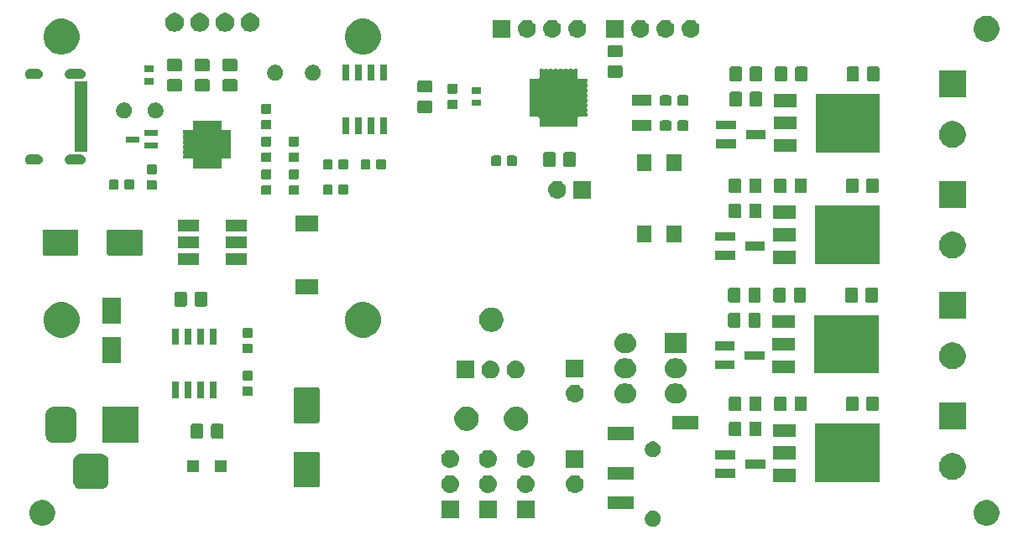
<source format=gbr>
G04 #@! TF.GenerationSoftware,KiCad,Pcbnew,(5.1.0-rc2-41-g6b3e9b0ed)*
G04 #@! TF.CreationDate,2021-09-28T16:44:10+02:00*
G04 #@! TF.ProjectId,styro_control,73747972-6f5f-4636-9f6e-74726f6c2e6b,rev?*
G04 #@! TF.SameCoordinates,Original*
G04 #@! TF.FileFunction,Soldermask,Top*
G04 #@! TF.FilePolarity,Negative*
%FSLAX46Y46*%
G04 Gerber Fmt 4.6, Leading zero omitted, Abs format (unit mm)*
G04 Created by KiCad (PCBNEW (5.1.0-rc2-41-g6b3e9b0ed)) date 2021-09-28 16:44:10*
%MOMM*%
%LPD*%
G04 APERTURE LIST*
%ADD10C,0.100000*%
G04 APERTURE END LIST*
D10*
G36*
X138663642Y-117288781D02*
G01*
X138809414Y-117349162D01*
X138809416Y-117349163D01*
X138940608Y-117436822D01*
X139052178Y-117548392D01*
X139088757Y-117603137D01*
X139139838Y-117679586D01*
X139200219Y-117825358D01*
X139231000Y-117980107D01*
X139231000Y-118137893D01*
X139200219Y-118292642D01*
X139139838Y-118438414D01*
X139139837Y-118438416D01*
X139052178Y-118569608D01*
X138940608Y-118681178D01*
X138809416Y-118768837D01*
X138809415Y-118768838D01*
X138809414Y-118768838D01*
X138663642Y-118829219D01*
X138508893Y-118860000D01*
X138351107Y-118860000D01*
X138196358Y-118829219D01*
X138050586Y-118768838D01*
X138050585Y-118768838D01*
X138050584Y-118768837D01*
X137919392Y-118681178D01*
X137807822Y-118569608D01*
X137720163Y-118438416D01*
X137720162Y-118438414D01*
X137659781Y-118292642D01*
X137629000Y-118137893D01*
X137629000Y-117980107D01*
X137659781Y-117825358D01*
X137720162Y-117679586D01*
X137771243Y-117603137D01*
X137807822Y-117548392D01*
X137919392Y-117436822D01*
X138050584Y-117349163D01*
X138050586Y-117349162D01*
X138196358Y-117288781D01*
X138351107Y-117258000D01*
X138508893Y-117258000D01*
X138663642Y-117288781D01*
X138663642Y-117288781D01*
G37*
G36*
X172464487Y-116223996D02*
G01*
X172701253Y-116322068D01*
X172701255Y-116322069D01*
X172914339Y-116464447D01*
X173095553Y-116645661D01*
X173237932Y-116858747D01*
X173336004Y-117095513D01*
X173386000Y-117346861D01*
X173386000Y-117603139D01*
X173336004Y-117854487D01*
X173283970Y-117980107D01*
X173237931Y-118091255D01*
X173095553Y-118304339D01*
X172914339Y-118485553D01*
X172701255Y-118627931D01*
X172701254Y-118627932D01*
X172701253Y-118627932D01*
X172464487Y-118726004D01*
X172213139Y-118776000D01*
X171956861Y-118776000D01*
X171705513Y-118726004D01*
X171468747Y-118627932D01*
X171468746Y-118627932D01*
X171468745Y-118627931D01*
X171255661Y-118485553D01*
X171074447Y-118304339D01*
X170932069Y-118091255D01*
X170886030Y-117980107D01*
X170833996Y-117854487D01*
X170784000Y-117603139D01*
X170784000Y-117346861D01*
X170833996Y-117095513D01*
X170932068Y-116858747D01*
X171074447Y-116645661D01*
X171255661Y-116464447D01*
X171468745Y-116322069D01*
X171468747Y-116322068D01*
X171705513Y-116223996D01*
X171956861Y-116174000D01*
X172213139Y-116174000D01*
X172464487Y-116223996D01*
X172464487Y-116223996D01*
G37*
G36*
X77214487Y-116223996D02*
G01*
X77451253Y-116322068D01*
X77451255Y-116322069D01*
X77664339Y-116464447D01*
X77845553Y-116645661D01*
X77987932Y-116858747D01*
X78086004Y-117095513D01*
X78136000Y-117346861D01*
X78136000Y-117603139D01*
X78086004Y-117854487D01*
X78033970Y-117980107D01*
X77987931Y-118091255D01*
X77845553Y-118304339D01*
X77664339Y-118485553D01*
X77451255Y-118627931D01*
X77451254Y-118627932D01*
X77451253Y-118627932D01*
X77214487Y-118726004D01*
X76963139Y-118776000D01*
X76706861Y-118776000D01*
X76455513Y-118726004D01*
X76218747Y-118627932D01*
X76218746Y-118627932D01*
X76218745Y-118627931D01*
X76005661Y-118485553D01*
X75824447Y-118304339D01*
X75682069Y-118091255D01*
X75636030Y-117980107D01*
X75583996Y-117854487D01*
X75534000Y-117603139D01*
X75534000Y-117346861D01*
X75583996Y-117095513D01*
X75682068Y-116858747D01*
X75824447Y-116645661D01*
X76005661Y-116464447D01*
X76218745Y-116322069D01*
X76218747Y-116322068D01*
X76455513Y-116223996D01*
X76706861Y-116174000D01*
X76963139Y-116174000D01*
X77214487Y-116223996D01*
X77214487Y-116223996D01*
G37*
G36*
X126504000Y-117995000D02*
G01*
X124702000Y-117995000D01*
X124702000Y-116193000D01*
X126504000Y-116193000D01*
X126504000Y-117995000D01*
X126504000Y-117995000D01*
G37*
G36*
X122694000Y-117995000D02*
G01*
X120892000Y-117995000D01*
X120892000Y-116193000D01*
X122694000Y-116193000D01*
X122694000Y-117995000D01*
X122694000Y-117995000D01*
G37*
G36*
X118884000Y-117995000D02*
G01*
X117082000Y-117995000D01*
X117082000Y-116193000D01*
X118884000Y-116193000D01*
X118884000Y-117995000D01*
X118884000Y-117995000D01*
G37*
G36*
X136481000Y-117110000D02*
G01*
X133879000Y-117110000D01*
X133879000Y-115808000D01*
X136481000Y-115808000D01*
X136481000Y-117110000D01*
X136481000Y-117110000D01*
G37*
G36*
X130666442Y-113659518D02*
G01*
X130732627Y-113666037D01*
X130902466Y-113717557D01*
X131058991Y-113801222D01*
X131088441Y-113825391D01*
X131196186Y-113913814D01*
X131279448Y-114015271D01*
X131308778Y-114051009D01*
X131308779Y-114051011D01*
X131380666Y-114185500D01*
X131392443Y-114207534D01*
X131443963Y-114377373D01*
X131461359Y-114554000D01*
X131443963Y-114730627D01*
X131392443Y-114900466D01*
X131308778Y-115056991D01*
X131299171Y-115068697D01*
X131196186Y-115194186D01*
X131094729Y-115277448D01*
X131058991Y-115306778D01*
X130902466Y-115390443D01*
X130732627Y-115441963D01*
X130666442Y-115448482D01*
X130600260Y-115455000D01*
X130511740Y-115455000D01*
X130445558Y-115448482D01*
X130379373Y-115441963D01*
X130209534Y-115390443D01*
X130053009Y-115306778D01*
X130017271Y-115277448D01*
X129915814Y-115194186D01*
X129812829Y-115068697D01*
X129803222Y-115056991D01*
X129719557Y-114900466D01*
X129668037Y-114730627D01*
X129650641Y-114554000D01*
X129668037Y-114377373D01*
X129719557Y-114207534D01*
X129731335Y-114185500D01*
X129803221Y-114051011D01*
X129803222Y-114051009D01*
X129832552Y-114015271D01*
X129915814Y-113913814D01*
X130023559Y-113825391D01*
X130053009Y-113801222D01*
X130209534Y-113717557D01*
X130379373Y-113666037D01*
X130445558Y-113659518D01*
X130511740Y-113653000D01*
X130600260Y-113653000D01*
X130666442Y-113659518D01*
X130666442Y-113659518D01*
G37*
G36*
X118093442Y-113659518D02*
G01*
X118159627Y-113666037D01*
X118329466Y-113717557D01*
X118485991Y-113801222D01*
X118515441Y-113825391D01*
X118623186Y-113913814D01*
X118706448Y-114015271D01*
X118735778Y-114051009D01*
X118735779Y-114051011D01*
X118807666Y-114185500D01*
X118819443Y-114207534D01*
X118870963Y-114377373D01*
X118888359Y-114554000D01*
X118870963Y-114730627D01*
X118819443Y-114900466D01*
X118735778Y-115056991D01*
X118726171Y-115068697D01*
X118623186Y-115194186D01*
X118521729Y-115277448D01*
X118485991Y-115306778D01*
X118329466Y-115390443D01*
X118159627Y-115441963D01*
X118093442Y-115448482D01*
X118027260Y-115455000D01*
X117938740Y-115455000D01*
X117872558Y-115448482D01*
X117806373Y-115441963D01*
X117636534Y-115390443D01*
X117480009Y-115306778D01*
X117444271Y-115277448D01*
X117342814Y-115194186D01*
X117239829Y-115068697D01*
X117230222Y-115056991D01*
X117146557Y-114900466D01*
X117095037Y-114730627D01*
X117077641Y-114554000D01*
X117095037Y-114377373D01*
X117146557Y-114207534D01*
X117158335Y-114185500D01*
X117230221Y-114051011D01*
X117230222Y-114051009D01*
X117259552Y-114015271D01*
X117342814Y-113913814D01*
X117450559Y-113825391D01*
X117480009Y-113801222D01*
X117636534Y-113717557D01*
X117806373Y-113666037D01*
X117872558Y-113659518D01*
X117938740Y-113653000D01*
X118027260Y-113653000D01*
X118093442Y-113659518D01*
X118093442Y-113659518D01*
G37*
G36*
X125713442Y-113659518D02*
G01*
X125779627Y-113666037D01*
X125949466Y-113717557D01*
X126105991Y-113801222D01*
X126135441Y-113825391D01*
X126243186Y-113913814D01*
X126326448Y-114015271D01*
X126355778Y-114051009D01*
X126355779Y-114051011D01*
X126427666Y-114185500D01*
X126439443Y-114207534D01*
X126490963Y-114377373D01*
X126508359Y-114554000D01*
X126490963Y-114730627D01*
X126439443Y-114900466D01*
X126355778Y-115056991D01*
X126346171Y-115068697D01*
X126243186Y-115194186D01*
X126141729Y-115277448D01*
X126105991Y-115306778D01*
X125949466Y-115390443D01*
X125779627Y-115441963D01*
X125713442Y-115448482D01*
X125647260Y-115455000D01*
X125558740Y-115455000D01*
X125492558Y-115448482D01*
X125426373Y-115441963D01*
X125256534Y-115390443D01*
X125100009Y-115306778D01*
X125064271Y-115277448D01*
X124962814Y-115194186D01*
X124859829Y-115068697D01*
X124850222Y-115056991D01*
X124766557Y-114900466D01*
X124715037Y-114730627D01*
X124697641Y-114554000D01*
X124715037Y-114377373D01*
X124766557Y-114207534D01*
X124778335Y-114185500D01*
X124850221Y-114051011D01*
X124850222Y-114051009D01*
X124879552Y-114015271D01*
X124962814Y-113913814D01*
X125070559Y-113825391D01*
X125100009Y-113801222D01*
X125256534Y-113717557D01*
X125426373Y-113666037D01*
X125492558Y-113659518D01*
X125558740Y-113653000D01*
X125647260Y-113653000D01*
X125713442Y-113659518D01*
X125713442Y-113659518D01*
G37*
G36*
X121903442Y-113659518D02*
G01*
X121969627Y-113666037D01*
X122139466Y-113717557D01*
X122295991Y-113801222D01*
X122325441Y-113825391D01*
X122433186Y-113913814D01*
X122516448Y-114015271D01*
X122545778Y-114051009D01*
X122545779Y-114051011D01*
X122617666Y-114185500D01*
X122629443Y-114207534D01*
X122680963Y-114377373D01*
X122698359Y-114554000D01*
X122680963Y-114730627D01*
X122629443Y-114900466D01*
X122545778Y-115056991D01*
X122536171Y-115068697D01*
X122433186Y-115194186D01*
X122331729Y-115277448D01*
X122295991Y-115306778D01*
X122139466Y-115390443D01*
X121969627Y-115441963D01*
X121903442Y-115448482D01*
X121837260Y-115455000D01*
X121748740Y-115455000D01*
X121682558Y-115448482D01*
X121616373Y-115441963D01*
X121446534Y-115390443D01*
X121290009Y-115306778D01*
X121254271Y-115277448D01*
X121152814Y-115194186D01*
X121049829Y-115068697D01*
X121040222Y-115056991D01*
X120956557Y-114900466D01*
X120905037Y-114730627D01*
X120887641Y-114554000D01*
X120905037Y-114377373D01*
X120956557Y-114207534D01*
X120968335Y-114185500D01*
X121040221Y-114051011D01*
X121040222Y-114051009D01*
X121069552Y-114015271D01*
X121152814Y-113913814D01*
X121260559Y-113825391D01*
X121290009Y-113801222D01*
X121446534Y-113717557D01*
X121616373Y-113666037D01*
X121682558Y-113659518D01*
X121748740Y-113653000D01*
X121837260Y-113653000D01*
X121903442Y-113659518D01*
X121903442Y-113659518D01*
G37*
G36*
X82866366Y-111500695D02*
G01*
X83023460Y-111548349D01*
X83168231Y-111625731D01*
X83295128Y-111729872D01*
X83399269Y-111856769D01*
X83476651Y-112001540D01*
X83524305Y-112158634D01*
X83541000Y-112328140D01*
X83541000Y-114241860D01*
X83524305Y-114411366D01*
X83476651Y-114568460D01*
X83399269Y-114713231D01*
X83295128Y-114840128D01*
X83168231Y-114944269D01*
X83023460Y-115021651D01*
X82866366Y-115069305D01*
X82696860Y-115086000D01*
X80783140Y-115086000D01*
X80613634Y-115069305D01*
X80456540Y-115021651D01*
X80311769Y-114944269D01*
X80184872Y-114840128D01*
X80080731Y-114713231D01*
X80003349Y-114568460D01*
X79955695Y-114411366D01*
X79939000Y-114241860D01*
X79939000Y-112328140D01*
X79955695Y-112158634D01*
X80003349Y-112001540D01*
X80080731Y-111856769D01*
X80184872Y-111729872D01*
X80311769Y-111625731D01*
X80456540Y-111548349D01*
X80613634Y-111500695D01*
X80783140Y-111484000D01*
X82696860Y-111484000D01*
X82866366Y-111500695D01*
X82866366Y-111500695D01*
G37*
G36*
X104676934Y-111307671D02*
G01*
X104706877Y-111316754D01*
X104734465Y-111331500D01*
X104758651Y-111351349D01*
X104778500Y-111375535D01*
X104793246Y-111403123D01*
X104802329Y-111433066D01*
X104806000Y-111470340D01*
X104806000Y-114739660D01*
X104802329Y-114776934D01*
X104793246Y-114806877D01*
X104778500Y-114834465D01*
X104758651Y-114858651D01*
X104734465Y-114878500D01*
X104706877Y-114893246D01*
X104676934Y-114902329D01*
X104639660Y-114906000D01*
X102370340Y-114906000D01*
X102333066Y-114902329D01*
X102303123Y-114893246D01*
X102275535Y-114878500D01*
X102251349Y-114858651D01*
X102231500Y-114834465D01*
X102216754Y-114806877D01*
X102207671Y-114776934D01*
X102204000Y-114739660D01*
X102204000Y-111470340D01*
X102207671Y-111433066D01*
X102216754Y-111403123D01*
X102231500Y-111375535D01*
X102251349Y-111351349D01*
X102275535Y-111331500D01*
X102303123Y-111316754D01*
X102333066Y-111307671D01*
X102370340Y-111304000D01*
X104639660Y-111304000D01*
X104676934Y-111307671D01*
X104676934Y-111307671D01*
G37*
G36*
X161272500Y-114367500D02*
G01*
X154770500Y-114367500D01*
X154770500Y-108465500D01*
X161272500Y-108465500D01*
X161272500Y-114367500D01*
X161272500Y-114367500D01*
G37*
G36*
X152872500Y-114347500D02*
G01*
X150570500Y-114347500D01*
X150570500Y-113045500D01*
X152872500Y-113045500D01*
X152872500Y-114347500D01*
X152872500Y-114347500D01*
G37*
G36*
X169050072Y-111476918D02*
G01*
X169273847Y-111569608D01*
X169295939Y-111578759D01*
X169517212Y-111726610D01*
X169705390Y-111914788D01*
X169853241Y-112136061D01*
X169955082Y-112381928D01*
X170007000Y-112642938D01*
X170007000Y-112909062D01*
X169955082Y-113170072D01*
X169853241Y-113415939D01*
X169705390Y-113637212D01*
X169517212Y-113825390D01*
X169295939Y-113973241D01*
X169295938Y-113973242D01*
X169295937Y-113973242D01*
X169050072Y-114075082D01*
X168789063Y-114127000D01*
X168522937Y-114127000D01*
X168261928Y-114075082D01*
X168016063Y-113973242D01*
X168016062Y-113973242D01*
X168016061Y-113973241D01*
X167794788Y-113825390D01*
X167606610Y-113637212D01*
X167458759Y-113415939D01*
X167356918Y-113170072D01*
X167305000Y-112909062D01*
X167305000Y-112642938D01*
X167356918Y-112381928D01*
X167458759Y-112136061D01*
X167606610Y-111914788D01*
X167794788Y-111726610D01*
X168016061Y-111578759D01*
X168038154Y-111569608D01*
X168261928Y-111476918D01*
X168522937Y-111425000D01*
X168789063Y-111425000D01*
X169050072Y-111476918D01*
X169050072Y-111476918D01*
G37*
G36*
X136481000Y-114110000D02*
G01*
X133879000Y-114110000D01*
X133879000Y-112808000D01*
X136481000Y-112808000D01*
X136481000Y-114110000D01*
X136481000Y-114110000D01*
G37*
G36*
X146756000Y-113957000D02*
G01*
X144754000Y-113957000D01*
X144754000Y-113055000D01*
X146756000Y-113055000D01*
X146756000Y-113957000D01*
X146756000Y-113957000D01*
G37*
G36*
X95473000Y-113377000D02*
G01*
X94271000Y-113377000D01*
X94271000Y-112175000D01*
X95473000Y-112175000D01*
X95473000Y-113377000D01*
X95473000Y-113377000D01*
G37*
G36*
X92673000Y-113377000D02*
G01*
X91471000Y-113377000D01*
X91471000Y-112175000D01*
X92673000Y-112175000D01*
X92673000Y-113377000D01*
X92673000Y-113377000D01*
G37*
G36*
X149756000Y-113007000D02*
G01*
X147754000Y-113007000D01*
X147754000Y-112105000D01*
X149756000Y-112105000D01*
X149756000Y-113007000D01*
X149756000Y-113007000D01*
G37*
G36*
X131457000Y-112915000D02*
G01*
X129655000Y-112915000D01*
X129655000Y-111113000D01*
X131457000Y-111113000D01*
X131457000Y-112915000D01*
X131457000Y-112915000D01*
G37*
G36*
X121903443Y-111119519D02*
G01*
X121969627Y-111126037D01*
X122139466Y-111177557D01*
X122295991Y-111261222D01*
X122331729Y-111290552D01*
X122433186Y-111373814D01*
X122507712Y-111464626D01*
X122545778Y-111511009D01*
X122629443Y-111667534D01*
X122680963Y-111837373D01*
X122698359Y-112014000D01*
X122680963Y-112190627D01*
X122639249Y-112328140D01*
X122629442Y-112360468D01*
X122587611Y-112438728D01*
X122545778Y-112516991D01*
X122516448Y-112552729D01*
X122433186Y-112654186D01*
X122331729Y-112737448D01*
X122295991Y-112766778D01*
X122139466Y-112850443D01*
X121969627Y-112901963D01*
X121903442Y-112908482D01*
X121837260Y-112915000D01*
X121748740Y-112915000D01*
X121682558Y-112908482D01*
X121616373Y-112901963D01*
X121446534Y-112850443D01*
X121290009Y-112766778D01*
X121254271Y-112737448D01*
X121152814Y-112654186D01*
X121069552Y-112552729D01*
X121040222Y-112516991D01*
X120998389Y-112438728D01*
X120956558Y-112360468D01*
X120946751Y-112328140D01*
X120905037Y-112190627D01*
X120887641Y-112014000D01*
X120905037Y-111837373D01*
X120956557Y-111667534D01*
X121040222Y-111511009D01*
X121078288Y-111464626D01*
X121152814Y-111373814D01*
X121254271Y-111290552D01*
X121290009Y-111261222D01*
X121446534Y-111177557D01*
X121616373Y-111126037D01*
X121682557Y-111119519D01*
X121748740Y-111113000D01*
X121837260Y-111113000D01*
X121903443Y-111119519D01*
X121903443Y-111119519D01*
G37*
G36*
X118093443Y-111119519D02*
G01*
X118159627Y-111126037D01*
X118329466Y-111177557D01*
X118485991Y-111261222D01*
X118521729Y-111290552D01*
X118623186Y-111373814D01*
X118697712Y-111464626D01*
X118735778Y-111511009D01*
X118819443Y-111667534D01*
X118870963Y-111837373D01*
X118888359Y-112014000D01*
X118870963Y-112190627D01*
X118829249Y-112328140D01*
X118819442Y-112360468D01*
X118777611Y-112438728D01*
X118735778Y-112516991D01*
X118706448Y-112552729D01*
X118623186Y-112654186D01*
X118521729Y-112737448D01*
X118485991Y-112766778D01*
X118329466Y-112850443D01*
X118159627Y-112901963D01*
X118093442Y-112908482D01*
X118027260Y-112915000D01*
X117938740Y-112915000D01*
X117872558Y-112908482D01*
X117806373Y-112901963D01*
X117636534Y-112850443D01*
X117480009Y-112766778D01*
X117444271Y-112737448D01*
X117342814Y-112654186D01*
X117259552Y-112552729D01*
X117230222Y-112516991D01*
X117188389Y-112438728D01*
X117146558Y-112360468D01*
X117136751Y-112328140D01*
X117095037Y-112190627D01*
X117077641Y-112014000D01*
X117095037Y-111837373D01*
X117146557Y-111667534D01*
X117230222Y-111511009D01*
X117268288Y-111464626D01*
X117342814Y-111373814D01*
X117444271Y-111290552D01*
X117480009Y-111261222D01*
X117636534Y-111177557D01*
X117806373Y-111126037D01*
X117872557Y-111119519D01*
X117938740Y-111113000D01*
X118027260Y-111113000D01*
X118093443Y-111119519D01*
X118093443Y-111119519D01*
G37*
G36*
X125713443Y-111119519D02*
G01*
X125779627Y-111126037D01*
X125949466Y-111177557D01*
X126105991Y-111261222D01*
X126141729Y-111290552D01*
X126243186Y-111373814D01*
X126317712Y-111464626D01*
X126355778Y-111511009D01*
X126439443Y-111667534D01*
X126490963Y-111837373D01*
X126508359Y-112014000D01*
X126490963Y-112190627D01*
X126449249Y-112328140D01*
X126439442Y-112360468D01*
X126397611Y-112438728D01*
X126355778Y-112516991D01*
X126326448Y-112552729D01*
X126243186Y-112654186D01*
X126141729Y-112737448D01*
X126105991Y-112766778D01*
X125949466Y-112850443D01*
X125779627Y-112901963D01*
X125713442Y-112908482D01*
X125647260Y-112915000D01*
X125558740Y-112915000D01*
X125492558Y-112908482D01*
X125426373Y-112901963D01*
X125256534Y-112850443D01*
X125100009Y-112766778D01*
X125064271Y-112737448D01*
X124962814Y-112654186D01*
X124879552Y-112552729D01*
X124850222Y-112516991D01*
X124808389Y-112438728D01*
X124766558Y-112360468D01*
X124756751Y-112328140D01*
X124715037Y-112190627D01*
X124697641Y-112014000D01*
X124715037Y-111837373D01*
X124766557Y-111667534D01*
X124850222Y-111511009D01*
X124888288Y-111464626D01*
X124962814Y-111373814D01*
X125064271Y-111290552D01*
X125100009Y-111261222D01*
X125256534Y-111177557D01*
X125426373Y-111126037D01*
X125492557Y-111119519D01*
X125558740Y-111113000D01*
X125647260Y-111113000D01*
X125713443Y-111119519D01*
X125713443Y-111119519D01*
G37*
G36*
X152872500Y-112067500D02*
G01*
X150570500Y-112067500D01*
X150570500Y-110765500D01*
X152872500Y-110765500D01*
X152872500Y-112067500D01*
X152872500Y-112067500D01*
G37*
G36*
X146756000Y-112057000D02*
G01*
X144754000Y-112057000D01*
X144754000Y-111155000D01*
X146756000Y-111155000D01*
X146756000Y-112057000D01*
X146756000Y-112057000D01*
G37*
G36*
X138663642Y-110288781D02*
G01*
X138809414Y-110349162D01*
X138809416Y-110349163D01*
X138940608Y-110436822D01*
X139052178Y-110548392D01*
X139139837Y-110679584D01*
X139139838Y-110679586D01*
X139200219Y-110825358D01*
X139231000Y-110980107D01*
X139231000Y-111137893D01*
X139200219Y-111292642D01*
X139154456Y-111403123D01*
X139139837Y-111438416D01*
X139052178Y-111569608D01*
X138940608Y-111681178D01*
X138809416Y-111768837D01*
X138809415Y-111768838D01*
X138809414Y-111768838D01*
X138663642Y-111829219D01*
X138508893Y-111860000D01*
X138351107Y-111860000D01*
X138196358Y-111829219D01*
X138050586Y-111768838D01*
X138050585Y-111768838D01*
X138050584Y-111768837D01*
X137919392Y-111681178D01*
X137807822Y-111569608D01*
X137720163Y-111438416D01*
X137705544Y-111403123D01*
X137659781Y-111292642D01*
X137629000Y-111137893D01*
X137629000Y-110980107D01*
X137659781Y-110825358D01*
X137720162Y-110679586D01*
X137720163Y-110679584D01*
X137807822Y-110548392D01*
X137919392Y-110436822D01*
X138050584Y-110349163D01*
X138050586Y-110349162D01*
X138196358Y-110288781D01*
X138351107Y-110258000D01*
X138508893Y-110258000D01*
X138663642Y-110288781D01*
X138663642Y-110288781D01*
G37*
G36*
X79716979Y-106798293D02*
G01*
X79850625Y-106838834D01*
X79973784Y-106904664D01*
X80081740Y-106993260D01*
X80170336Y-107101216D01*
X80236166Y-107224375D01*
X80276707Y-107358021D01*
X80291000Y-107503140D01*
X80291000Y-109666860D01*
X80276707Y-109811979D01*
X80236166Y-109945625D01*
X80170336Y-110068784D01*
X80081740Y-110176740D01*
X79973784Y-110265336D01*
X79850625Y-110331166D01*
X79716979Y-110371707D01*
X79571860Y-110386000D01*
X77908140Y-110386000D01*
X77763021Y-110371707D01*
X77629375Y-110331166D01*
X77506216Y-110265336D01*
X77398260Y-110176740D01*
X77309664Y-110068784D01*
X77243834Y-109945625D01*
X77203293Y-109811979D01*
X77189000Y-109666860D01*
X77189000Y-107503140D01*
X77203293Y-107358021D01*
X77243834Y-107224375D01*
X77309664Y-107101216D01*
X77398260Y-106993260D01*
X77506216Y-106904664D01*
X77629375Y-106838834D01*
X77763021Y-106798293D01*
X77908140Y-106784000D01*
X79571860Y-106784000D01*
X79716979Y-106798293D01*
X79716979Y-106798293D01*
G37*
G36*
X86541000Y-110386000D02*
G01*
X82939000Y-110386000D01*
X82939000Y-106784000D01*
X86541000Y-106784000D01*
X86541000Y-110386000D01*
X86541000Y-110386000D01*
G37*
G36*
X136481000Y-110110000D02*
G01*
X133879000Y-110110000D01*
X133879000Y-108808000D01*
X136481000Y-108808000D01*
X136481000Y-110110000D01*
X136481000Y-110110000D01*
G37*
G36*
X92910674Y-108473465D02*
G01*
X92948367Y-108484899D01*
X92983103Y-108503466D01*
X93013548Y-108528452D01*
X93038534Y-108558897D01*
X93057101Y-108593633D01*
X93068535Y-108631326D01*
X93073000Y-108676661D01*
X93073000Y-109763339D01*
X93068535Y-109808674D01*
X93057101Y-109846367D01*
X93038534Y-109881103D01*
X93013548Y-109911548D01*
X92983103Y-109936534D01*
X92948367Y-109955101D01*
X92910674Y-109966535D01*
X92865339Y-109971000D01*
X92028661Y-109971000D01*
X91983326Y-109966535D01*
X91945633Y-109955101D01*
X91910897Y-109936534D01*
X91880452Y-109911548D01*
X91855466Y-109881103D01*
X91836899Y-109846367D01*
X91825465Y-109808674D01*
X91821000Y-109763339D01*
X91821000Y-108676661D01*
X91825465Y-108631326D01*
X91836899Y-108593633D01*
X91855466Y-108558897D01*
X91880452Y-108528452D01*
X91910897Y-108503466D01*
X91945633Y-108484899D01*
X91983326Y-108473465D01*
X92028661Y-108469000D01*
X92865339Y-108469000D01*
X92910674Y-108473465D01*
X92910674Y-108473465D01*
G37*
G36*
X94960674Y-108473465D02*
G01*
X94998367Y-108484899D01*
X95033103Y-108503466D01*
X95063548Y-108528452D01*
X95088534Y-108558897D01*
X95107101Y-108593633D01*
X95118535Y-108631326D01*
X95123000Y-108676661D01*
X95123000Y-109763339D01*
X95118535Y-109808674D01*
X95107101Y-109846367D01*
X95088534Y-109881103D01*
X95063548Y-109911548D01*
X95033103Y-109936534D01*
X94998367Y-109955101D01*
X94960674Y-109966535D01*
X94915339Y-109971000D01*
X94078661Y-109971000D01*
X94033326Y-109966535D01*
X93995633Y-109955101D01*
X93960897Y-109936534D01*
X93930452Y-109911548D01*
X93905466Y-109881103D01*
X93886899Y-109846367D01*
X93875465Y-109808674D01*
X93871000Y-109763339D01*
X93871000Y-108676661D01*
X93875465Y-108631326D01*
X93886899Y-108593633D01*
X93905466Y-108558897D01*
X93930452Y-108528452D01*
X93960897Y-108503466D01*
X93995633Y-108484899D01*
X94033326Y-108473465D01*
X94078661Y-108469000D01*
X94915339Y-108469000D01*
X94960674Y-108473465D01*
X94960674Y-108473465D01*
G37*
G36*
X152872500Y-109787500D02*
G01*
X150570500Y-109787500D01*
X150570500Y-108485500D01*
X152872500Y-108485500D01*
X152872500Y-109787500D01*
X152872500Y-109787500D01*
G37*
G36*
X149242674Y-108253465D02*
G01*
X149280367Y-108264899D01*
X149315103Y-108283466D01*
X149345548Y-108308452D01*
X149370534Y-108338897D01*
X149389101Y-108373633D01*
X149400535Y-108411326D01*
X149405000Y-108456661D01*
X149405000Y-109543339D01*
X149400535Y-109588674D01*
X149389101Y-109626367D01*
X149370534Y-109661103D01*
X149345548Y-109691548D01*
X149315103Y-109716534D01*
X149280367Y-109735101D01*
X149242674Y-109746535D01*
X149197339Y-109751000D01*
X148360661Y-109751000D01*
X148315326Y-109746535D01*
X148277633Y-109735101D01*
X148242897Y-109716534D01*
X148212452Y-109691548D01*
X148187466Y-109661103D01*
X148168899Y-109626367D01*
X148157465Y-109588674D01*
X148153000Y-109543339D01*
X148153000Y-108456661D01*
X148157465Y-108411326D01*
X148168899Y-108373633D01*
X148187466Y-108338897D01*
X148212452Y-108308452D01*
X148242897Y-108283466D01*
X148277633Y-108264899D01*
X148315326Y-108253465D01*
X148360661Y-108249000D01*
X149197339Y-108249000D01*
X149242674Y-108253465D01*
X149242674Y-108253465D01*
G37*
G36*
X147192674Y-108253465D02*
G01*
X147230367Y-108264899D01*
X147265103Y-108283466D01*
X147295548Y-108308452D01*
X147320534Y-108338897D01*
X147339101Y-108373633D01*
X147350535Y-108411326D01*
X147355000Y-108456661D01*
X147355000Y-109543339D01*
X147350535Y-109588674D01*
X147339101Y-109626367D01*
X147320534Y-109661103D01*
X147295548Y-109691548D01*
X147265103Y-109716534D01*
X147230367Y-109735101D01*
X147192674Y-109746535D01*
X147147339Y-109751000D01*
X146310661Y-109751000D01*
X146265326Y-109746535D01*
X146227633Y-109735101D01*
X146192897Y-109716534D01*
X146162452Y-109691548D01*
X146137466Y-109661103D01*
X146118899Y-109626367D01*
X146107465Y-109588674D01*
X146103000Y-109543339D01*
X146103000Y-108456661D01*
X146107465Y-108411326D01*
X146118899Y-108373633D01*
X146137466Y-108338897D01*
X146162452Y-108308452D01*
X146192897Y-108283466D01*
X146227633Y-108264899D01*
X146265326Y-108253465D01*
X146310661Y-108249000D01*
X147147339Y-108249000D01*
X147192674Y-108253465D01*
X147192674Y-108253465D01*
G37*
G36*
X124990153Y-106775922D02*
G01*
X125082194Y-106814047D01*
X125212359Y-106867963D01*
X125412342Y-107001587D01*
X125582413Y-107171658D01*
X125716037Y-107371641D01*
X125731183Y-107408207D01*
X125808078Y-107593847D01*
X125855000Y-107829742D01*
X125855000Y-108070258D01*
X125808078Y-108306153D01*
X125794515Y-108338897D01*
X125716037Y-108528359D01*
X125582413Y-108728342D01*
X125412342Y-108898413D01*
X125212359Y-109032037D01*
X125082194Y-109085953D01*
X124990153Y-109124078D01*
X124754259Y-109171000D01*
X124513741Y-109171000D01*
X124277847Y-109124078D01*
X124185806Y-109085953D01*
X124055641Y-109032037D01*
X123855658Y-108898413D01*
X123685587Y-108728342D01*
X123551963Y-108528359D01*
X123473485Y-108338897D01*
X123459922Y-108306153D01*
X123413000Y-108070258D01*
X123413000Y-107829742D01*
X123459922Y-107593847D01*
X123536817Y-107408207D01*
X123551963Y-107371641D01*
X123685587Y-107171658D01*
X123855658Y-107001587D01*
X124055641Y-106867963D01*
X124185806Y-106814047D01*
X124277847Y-106775922D01*
X124513741Y-106729000D01*
X124754259Y-106729000D01*
X124990153Y-106775922D01*
X124990153Y-106775922D01*
G37*
G36*
X119990153Y-106775922D02*
G01*
X120082194Y-106814047D01*
X120212359Y-106867963D01*
X120412342Y-107001587D01*
X120582413Y-107171658D01*
X120716037Y-107371641D01*
X120731183Y-107408207D01*
X120808078Y-107593847D01*
X120855000Y-107829742D01*
X120855000Y-108070258D01*
X120808078Y-108306153D01*
X120794515Y-108338897D01*
X120716037Y-108528359D01*
X120582413Y-108728342D01*
X120412342Y-108898413D01*
X120212359Y-109032037D01*
X120082194Y-109085953D01*
X119990153Y-109124078D01*
X119754259Y-109171000D01*
X119513741Y-109171000D01*
X119277847Y-109124078D01*
X119185806Y-109085953D01*
X119055641Y-109032037D01*
X118855658Y-108898413D01*
X118685587Y-108728342D01*
X118551963Y-108528359D01*
X118473485Y-108338897D01*
X118459922Y-108306153D01*
X118413000Y-108070258D01*
X118413000Y-107829742D01*
X118459922Y-107593847D01*
X118536817Y-107408207D01*
X118551963Y-107371641D01*
X118685587Y-107171658D01*
X118855658Y-107001587D01*
X119055641Y-106867963D01*
X119185806Y-106814047D01*
X119277847Y-106775922D01*
X119513741Y-106729000D01*
X119754259Y-106729000D01*
X119990153Y-106775922D01*
X119990153Y-106775922D01*
G37*
G36*
X170007000Y-109047000D02*
G01*
X167305000Y-109047000D01*
X167305000Y-106345000D01*
X170007000Y-106345000D01*
X170007000Y-109047000D01*
X170007000Y-109047000D01*
G37*
G36*
X142981000Y-109010000D02*
G01*
X140379000Y-109010000D01*
X140379000Y-107708000D01*
X142981000Y-107708000D01*
X142981000Y-109010000D01*
X142981000Y-109010000D01*
G37*
G36*
X104676934Y-104807671D02*
G01*
X104706877Y-104816754D01*
X104734465Y-104831500D01*
X104758651Y-104851349D01*
X104778500Y-104875535D01*
X104793246Y-104903123D01*
X104802329Y-104933066D01*
X104806000Y-104970340D01*
X104806000Y-108239660D01*
X104802329Y-108276934D01*
X104793246Y-108306877D01*
X104778500Y-108334465D01*
X104758651Y-108358651D01*
X104734465Y-108378500D01*
X104706877Y-108393246D01*
X104676934Y-108402329D01*
X104639660Y-108406000D01*
X102370340Y-108406000D01*
X102333066Y-108402329D01*
X102303123Y-108393246D01*
X102275535Y-108378500D01*
X102251349Y-108358651D01*
X102231500Y-108334465D01*
X102216754Y-108306877D01*
X102207671Y-108276934D01*
X102204000Y-108239660D01*
X102204000Y-104970340D01*
X102207671Y-104933066D01*
X102216754Y-104903123D01*
X102231500Y-104875535D01*
X102251349Y-104851349D01*
X102275535Y-104831500D01*
X102303123Y-104816754D01*
X102333066Y-104807671D01*
X102370340Y-104804000D01*
X104639660Y-104804000D01*
X104676934Y-104807671D01*
X104676934Y-104807671D01*
G37*
G36*
X151764674Y-105713465D02*
G01*
X151802367Y-105724899D01*
X151837103Y-105743466D01*
X151867548Y-105768452D01*
X151892534Y-105798897D01*
X151911101Y-105833633D01*
X151922535Y-105871326D01*
X151927000Y-105916661D01*
X151927000Y-107003339D01*
X151922535Y-107048674D01*
X151911101Y-107086367D01*
X151892534Y-107121103D01*
X151867548Y-107151548D01*
X151837103Y-107176534D01*
X151802367Y-107195101D01*
X151764674Y-107206535D01*
X151719339Y-107211000D01*
X150882661Y-107211000D01*
X150837326Y-107206535D01*
X150799633Y-107195101D01*
X150764897Y-107176534D01*
X150734452Y-107151548D01*
X150709466Y-107121103D01*
X150690899Y-107086367D01*
X150679465Y-107048674D01*
X150675000Y-107003339D01*
X150675000Y-105916661D01*
X150679465Y-105871326D01*
X150690899Y-105833633D01*
X150709466Y-105798897D01*
X150734452Y-105768452D01*
X150764897Y-105743466D01*
X150799633Y-105724899D01*
X150837326Y-105713465D01*
X150882661Y-105709000D01*
X151719339Y-105709000D01*
X151764674Y-105713465D01*
X151764674Y-105713465D01*
G37*
G36*
X149242674Y-105713465D02*
G01*
X149280367Y-105724899D01*
X149315103Y-105743466D01*
X149345548Y-105768452D01*
X149370534Y-105798897D01*
X149389101Y-105833633D01*
X149400535Y-105871326D01*
X149405000Y-105916661D01*
X149405000Y-107003339D01*
X149400535Y-107048674D01*
X149389101Y-107086367D01*
X149370534Y-107121103D01*
X149345548Y-107151548D01*
X149315103Y-107176534D01*
X149280367Y-107195101D01*
X149242674Y-107206535D01*
X149197339Y-107211000D01*
X148360661Y-107211000D01*
X148315326Y-107206535D01*
X148277633Y-107195101D01*
X148242897Y-107176534D01*
X148212452Y-107151548D01*
X148187466Y-107121103D01*
X148168899Y-107086367D01*
X148157465Y-107048674D01*
X148153000Y-107003339D01*
X148153000Y-105916661D01*
X148157465Y-105871326D01*
X148168899Y-105833633D01*
X148187466Y-105798897D01*
X148212452Y-105768452D01*
X148242897Y-105743466D01*
X148277633Y-105724899D01*
X148315326Y-105713465D01*
X148360661Y-105709000D01*
X149197339Y-105709000D01*
X149242674Y-105713465D01*
X149242674Y-105713465D01*
G37*
G36*
X147192674Y-105713465D02*
G01*
X147230367Y-105724899D01*
X147265103Y-105743466D01*
X147295548Y-105768452D01*
X147320534Y-105798897D01*
X147339101Y-105833633D01*
X147350535Y-105871326D01*
X147355000Y-105916661D01*
X147355000Y-107003339D01*
X147350535Y-107048674D01*
X147339101Y-107086367D01*
X147320534Y-107121103D01*
X147295548Y-107151548D01*
X147265103Y-107176534D01*
X147230367Y-107195101D01*
X147192674Y-107206535D01*
X147147339Y-107211000D01*
X146310661Y-107211000D01*
X146265326Y-107206535D01*
X146227633Y-107195101D01*
X146192897Y-107176534D01*
X146162452Y-107151548D01*
X146137466Y-107121103D01*
X146118899Y-107086367D01*
X146107465Y-107048674D01*
X146103000Y-107003339D01*
X146103000Y-105916661D01*
X146107465Y-105871326D01*
X146118899Y-105833633D01*
X146137466Y-105798897D01*
X146162452Y-105768452D01*
X146192897Y-105743466D01*
X146227633Y-105724899D01*
X146265326Y-105713465D01*
X146310661Y-105709000D01*
X147147339Y-105709000D01*
X147192674Y-105713465D01*
X147192674Y-105713465D01*
G37*
G36*
X161053674Y-105713465D02*
G01*
X161091367Y-105724899D01*
X161126103Y-105743466D01*
X161156548Y-105768452D01*
X161181534Y-105798897D01*
X161200101Y-105833633D01*
X161211535Y-105871326D01*
X161216000Y-105916661D01*
X161216000Y-107003339D01*
X161211535Y-107048674D01*
X161200101Y-107086367D01*
X161181534Y-107121103D01*
X161156548Y-107151548D01*
X161126103Y-107176534D01*
X161091367Y-107195101D01*
X161053674Y-107206535D01*
X161008339Y-107211000D01*
X160171661Y-107211000D01*
X160126326Y-107206535D01*
X160088633Y-107195101D01*
X160053897Y-107176534D01*
X160023452Y-107151548D01*
X159998466Y-107121103D01*
X159979899Y-107086367D01*
X159968465Y-107048674D01*
X159964000Y-107003339D01*
X159964000Y-105916661D01*
X159968465Y-105871326D01*
X159979899Y-105833633D01*
X159998466Y-105798897D01*
X160023452Y-105768452D01*
X160053897Y-105743466D01*
X160088633Y-105724899D01*
X160126326Y-105713465D01*
X160171661Y-105709000D01*
X161008339Y-105709000D01*
X161053674Y-105713465D01*
X161053674Y-105713465D01*
G37*
G36*
X159003674Y-105713465D02*
G01*
X159041367Y-105724899D01*
X159076103Y-105743466D01*
X159106548Y-105768452D01*
X159131534Y-105798897D01*
X159150101Y-105833633D01*
X159161535Y-105871326D01*
X159166000Y-105916661D01*
X159166000Y-107003339D01*
X159161535Y-107048674D01*
X159150101Y-107086367D01*
X159131534Y-107121103D01*
X159106548Y-107151548D01*
X159076103Y-107176534D01*
X159041367Y-107195101D01*
X159003674Y-107206535D01*
X158958339Y-107211000D01*
X158121661Y-107211000D01*
X158076326Y-107206535D01*
X158038633Y-107195101D01*
X158003897Y-107176534D01*
X157973452Y-107151548D01*
X157948466Y-107121103D01*
X157929899Y-107086367D01*
X157918465Y-107048674D01*
X157914000Y-107003339D01*
X157914000Y-105916661D01*
X157918465Y-105871326D01*
X157929899Y-105833633D01*
X157948466Y-105798897D01*
X157973452Y-105768452D01*
X158003897Y-105743466D01*
X158038633Y-105724899D01*
X158076326Y-105713465D01*
X158121661Y-105709000D01*
X158958339Y-105709000D01*
X159003674Y-105713465D01*
X159003674Y-105713465D01*
G37*
G36*
X153814674Y-105713465D02*
G01*
X153852367Y-105724899D01*
X153887103Y-105743466D01*
X153917548Y-105768452D01*
X153942534Y-105798897D01*
X153961101Y-105833633D01*
X153972535Y-105871326D01*
X153977000Y-105916661D01*
X153977000Y-107003339D01*
X153972535Y-107048674D01*
X153961101Y-107086367D01*
X153942534Y-107121103D01*
X153917548Y-107151548D01*
X153887103Y-107176534D01*
X153852367Y-107195101D01*
X153814674Y-107206535D01*
X153769339Y-107211000D01*
X152932661Y-107211000D01*
X152887326Y-107206535D01*
X152849633Y-107195101D01*
X152814897Y-107176534D01*
X152784452Y-107151548D01*
X152759466Y-107121103D01*
X152740899Y-107086367D01*
X152729465Y-107048674D01*
X152725000Y-107003339D01*
X152725000Y-105916661D01*
X152729465Y-105871326D01*
X152740899Y-105833633D01*
X152759466Y-105798897D01*
X152784452Y-105768452D01*
X152814897Y-105743466D01*
X152849633Y-105724899D01*
X152887326Y-105713465D01*
X152932661Y-105709000D01*
X153769339Y-105709000D01*
X153814674Y-105713465D01*
X153814674Y-105713465D01*
G37*
G36*
X135932228Y-104423483D02*
G01*
X136120922Y-104480723D01*
X136294815Y-104573671D01*
X136447239Y-104698761D01*
X136572329Y-104851185D01*
X136665277Y-105025078D01*
X136722517Y-105213772D01*
X136741843Y-105410000D01*
X136722517Y-105606228D01*
X136665277Y-105794922D01*
X136572329Y-105968815D01*
X136447239Y-106121239D01*
X136294815Y-106246329D01*
X136120922Y-106339277D01*
X135932228Y-106396517D01*
X135785175Y-106411000D01*
X135486825Y-106411000D01*
X135339772Y-106396517D01*
X135151078Y-106339277D01*
X134977185Y-106246329D01*
X134824761Y-106121239D01*
X134699671Y-105968815D01*
X134606723Y-105794922D01*
X134549483Y-105606228D01*
X134530157Y-105410000D01*
X134549483Y-105213772D01*
X134606723Y-105025078D01*
X134699671Y-104851185D01*
X134824761Y-104698761D01*
X134977185Y-104573671D01*
X135151078Y-104480723D01*
X135339772Y-104423483D01*
X135486825Y-104409000D01*
X135785175Y-104409000D01*
X135932228Y-104423483D01*
X135932228Y-104423483D01*
G37*
G36*
X141012228Y-104423483D02*
G01*
X141200922Y-104480723D01*
X141374815Y-104573671D01*
X141527239Y-104698761D01*
X141652329Y-104851185D01*
X141745277Y-105025078D01*
X141802517Y-105213772D01*
X141821843Y-105410000D01*
X141802517Y-105606228D01*
X141745277Y-105794922D01*
X141652329Y-105968815D01*
X141527239Y-106121239D01*
X141374815Y-106246329D01*
X141200922Y-106339277D01*
X141012228Y-106396517D01*
X140865175Y-106411000D01*
X140566825Y-106411000D01*
X140419772Y-106396517D01*
X140231078Y-106339277D01*
X140057185Y-106246329D01*
X139904761Y-106121239D01*
X139779671Y-105968815D01*
X139686723Y-105794922D01*
X139629483Y-105606228D01*
X139610157Y-105410000D01*
X139629483Y-105213772D01*
X139686723Y-105025078D01*
X139779671Y-104851185D01*
X139904761Y-104698761D01*
X140057185Y-104573671D01*
X140231078Y-104480723D01*
X140419772Y-104423483D01*
X140566825Y-104409000D01*
X140865175Y-104409000D01*
X141012228Y-104423483D01*
X141012228Y-104423483D01*
G37*
G36*
X130666443Y-104515519D02*
G01*
X130732627Y-104522037D01*
X130902466Y-104573557D01*
X131058991Y-104657222D01*
X131094729Y-104686552D01*
X131196186Y-104769814D01*
X131262964Y-104851185D01*
X131308778Y-104907009D01*
X131392443Y-105063534D01*
X131443963Y-105233373D01*
X131461359Y-105410000D01*
X131443963Y-105586627D01*
X131392443Y-105756466D01*
X131308778Y-105912991D01*
X131279448Y-105948729D01*
X131196186Y-106050186D01*
X131109606Y-106121239D01*
X131058991Y-106162778D01*
X130902466Y-106246443D01*
X130732627Y-106297963D01*
X130666442Y-106304482D01*
X130600260Y-106311000D01*
X130511740Y-106311000D01*
X130445558Y-106304482D01*
X130379373Y-106297963D01*
X130209534Y-106246443D01*
X130053009Y-106162778D01*
X130002394Y-106121239D01*
X129915814Y-106050186D01*
X129832552Y-105948729D01*
X129803222Y-105912991D01*
X129719557Y-105756466D01*
X129668037Y-105586627D01*
X129650641Y-105410000D01*
X129668037Y-105233373D01*
X129719557Y-105063534D01*
X129803222Y-104907009D01*
X129849036Y-104851185D01*
X129915814Y-104769814D01*
X130017271Y-104686552D01*
X130053009Y-104657222D01*
X130209534Y-104573557D01*
X130379373Y-104522037D01*
X130445557Y-104515519D01*
X130511740Y-104509000D01*
X130600260Y-104509000D01*
X130666443Y-104515519D01*
X130666443Y-104515519D01*
G37*
G36*
X93188000Y-105888000D02*
G01*
X92486000Y-105888000D01*
X92486000Y-104236000D01*
X93188000Y-104236000D01*
X93188000Y-105888000D01*
X93188000Y-105888000D01*
G37*
G36*
X94458000Y-105888000D02*
G01*
X93756000Y-105888000D01*
X93756000Y-104236000D01*
X94458000Y-104236000D01*
X94458000Y-105888000D01*
X94458000Y-105888000D01*
G37*
G36*
X90648000Y-105888000D02*
G01*
X89946000Y-105888000D01*
X89946000Y-104236000D01*
X90648000Y-104236000D01*
X90648000Y-105888000D01*
X90648000Y-105888000D01*
G37*
G36*
X91918000Y-105888000D02*
G01*
X91216000Y-105888000D01*
X91216000Y-104236000D01*
X91918000Y-104236000D01*
X91918000Y-105888000D01*
X91918000Y-105888000D01*
G37*
G36*
X97915591Y-104697085D02*
G01*
X97949569Y-104707393D01*
X97980890Y-104724134D01*
X98008339Y-104746661D01*
X98030866Y-104774110D01*
X98047607Y-104805431D01*
X98057915Y-104839409D01*
X98062000Y-104880890D01*
X98062000Y-105482110D01*
X98057915Y-105523591D01*
X98047607Y-105557569D01*
X98030866Y-105588890D01*
X98008339Y-105616339D01*
X97980890Y-105638866D01*
X97949569Y-105655607D01*
X97915591Y-105665915D01*
X97874110Y-105670000D01*
X97197890Y-105670000D01*
X97156409Y-105665915D01*
X97122431Y-105655607D01*
X97091110Y-105638866D01*
X97063661Y-105616339D01*
X97041134Y-105588890D01*
X97024393Y-105557569D01*
X97014085Y-105523591D01*
X97010000Y-105482110D01*
X97010000Y-104880890D01*
X97014085Y-104839409D01*
X97024393Y-104805431D01*
X97041134Y-104774110D01*
X97063661Y-104746661D01*
X97091110Y-104724134D01*
X97122431Y-104707393D01*
X97156409Y-104697085D01*
X97197890Y-104693000D01*
X97874110Y-104693000D01*
X97915591Y-104697085D01*
X97915591Y-104697085D01*
G37*
G36*
X97915591Y-103122085D02*
G01*
X97949569Y-103132393D01*
X97980890Y-103149134D01*
X98008339Y-103171661D01*
X98030866Y-103199110D01*
X98047607Y-103230431D01*
X98057915Y-103264409D01*
X98062000Y-103305890D01*
X98062000Y-103907110D01*
X98057915Y-103948591D01*
X98047607Y-103982569D01*
X98030866Y-104013890D01*
X98008339Y-104041339D01*
X97980890Y-104063866D01*
X97949569Y-104080607D01*
X97915591Y-104090915D01*
X97874110Y-104095000D01*
X97197890Y-104095000D01*
X97156409Y-104090915D01*
X97122431Y-104080607D01*
X97091110Y-104063866D01*
X97063661Y-104041339D01*
X97041134Y-104013890D01*
X97024393Y-103982569D01*
X97014085Y-103948591D01*
X97010000Y-103907110D01*
X97010000Y-103305890D01*
X97014085Y-103264409D01*
X97024393Y-103230431D01*
X97041134Y-103199110D01*
X97063661Y-103171661D01*
X97091110Y-103149134D01*
X97122431Y-103132393D01*
X97156409Y-103122085D01*
X97197890Y-103118000D01*
X97874110Y-103118000D01*
X97915591Y-103122085D01*
X97915591Y-103122085D01*
G37*
G36*
X124697443Y-102102519D02*
G01*
X124763627Y-102109037D01*
X124933466Y-102160557D01*
X125089991Y-102244222D01*
X125125729Y-102273552D01*
X125227186Y-102356814D01*
X125310448Y-102458271D01*
X125339778Y-102494009D01*
X125423443Y-102650534D01*
X125474963Y-102820373D01*
X125492359Y-102997000D01*
X125474963Y-103173627D01*
X125423443Y-103343466D01*
X125339778Y-103499991D01*
X125310448Y-103535729D01*
X125227186Y-103637186D01*
X125125729Y-103720448D01*
X125089991Y-103749778D01*
X124933466Y-103833443D01*
X124763627Y-103884963D01*
X124697442Y-103891482D01*
X124631260Y-103898000D01*
X124542740Y-103898000D01*
X124476557Y-103891481D01*
X124410373Y-103884963D01*
X124240534Y-103833443D01*
X124084009Y-103749778D01*
X124048271Y-103720448D01*
X123946814Y-103637186D01*
X123863552Y-103535729D01*
X123834222Y-103499991D01*
X123750557Y-103343466D01*
X123699037Y-103173627D01*
X123681641Y-102997000D01*
X123699037Y-102820373D01*
X123750557Y-102650534D01*
X123834222Y-102494009D01*
X123863552Y-102458271D01*
X123946814Y-102356814D01*
X124048271Y-102273552D01*
X124084009Y-102244222D01*
X124240534Y-102160557D01*
X124410373Y-102109037D01*
X124476558Y-102102518D01*
X124542740Y-102096000D01*
X124631260Y-102096000D01*
X124697443Y-102102519D01*
X124697443Y-102102519D01*
G37*
G36*
X122157443Y-102102519D02*
G01*
X122223627Y-102109037D01*
X122393466Y-102160557D01*
X122549991Y-102244222D01*
X122585729Y-102273552D01*
X122687186Y-102356814D01*
X122770448Y-102458271D01*
X122799778Y-102494009D01*
X122883443Y-102650534D01*
X122934963Y-102820373D01*
X122952359Y-102997000D01*
X122934963Y-103173627D01*
X122883443Y-103343466D01*
X122799778Y-103499991D01*
X122770448Y-103535729D01*
X122687186Y-103637186D01*
X122585729Y-103720448D01*
X122549991Y-103749778D01*
X122393466Y-103833443D01*
X122223627Y-103884963D01*
X122157442Y-103891482D01*
X122091260Y-103898000D01*
X122002740Y-103898000D01*
X121936557Y-103891481D01*
X121870373Y-103884963D01*
X121700534Y-103833443D01*
X121544009Y-103749778D01*
X121508271Y-103720448D01*
X121406814Y-103637186D01*
X121323552Y-103535729D01*
X121294222Y-103499991D01*
X121210557Y-103343466D01*
X121159037Y-103173627D01*
X121141641Y-102997000D01*
X121159037Y-102820373D01*
X121210557Y-102650534D01*
X121294222Y-102494009D01*
X121323552Y-102458271D01*
X121406814Y-102356814D01*
X121508271Y-102273552D01*
X121544009Y-102244222D01*
X121700534Y-102160557D01*
X121870373Y-102109037D01*
X121936558Y-102102518D01*
X122002740Y-102096000D01*
X122091260Y-102096000D01*
X122157443Y-102102519D01*
X122157443Y-102102519D01*
G37*
G36*
X120408000Y-103898000D02*
G01*
X118606000Y-103898000D01*
X118606000Y-102096000D01*
X120408000Y-102096000D01*
X120408000Y-103898000D01*
X120408000Y-103898000D01*
G37*
G36*
X141012228Y-101883483D02*
G01*
X141200922Y-101940723D01*
X141374815Y-102033671D01*
X141527239Y-102158761D01*
X141652329Y-102311185D01*
X141745277Y-102485078D01*
X141802517Y-102673772D01*
X141821843Y-102870000D01*
X141802517Y-103066228D01*
X141745277Y-103254922D01*
X141652329Y-103428815D01*
X141527239Y-103581239D01*
X141374815Y-103706329D01*
X141200922Y-103799277D01*
X141012228Y-103856517D01*
X140865175Y-103871000D01*
X140566825Y-103871000D01*
X140419772Y-103856517D01*
X140231078Y-103799277D01*
X140057185Y-103706329D01*
X139904761Y-103581239D01*
X139779671Y-103428815D01*
X139686723Y-103254922D01*
X139629483Y-103066228D01*
X139610157Y-102870000D01*
X139629483Y-102673772D01*
X139686723Y-102485078D01*
X139779671Y-102311185D01*
X139904761Y-102158761D01*
X140057185Y-102033671D01*
X140231078Y-101940723D01*
X140419772Y-101883483D01*
X140566825Y-101869000D01*
X140865175Y-101869000D01*
X141012228Y-101883483D01*
X141012228Y-101883483D01*
G37*
G36*
X135932228Y-101883483D02*
G01*
X136120922Y-101940723D01*
X136294815Y-102033671D01*
X136447239Y-102158761D01*
X136572329Y-102311185D01*
X136665277Y-102485078D01*
X136722517Y-102673772D01*
X136741843Y-102870000D01*
X136722517Y-103066228D01*
X136665277Y-103254922D01*
X136572329Y-103428815D01*
X136447239Y-103581239D01*
X136294815Y-103706329D01*
X136120922Y-103799277D01*
X135932228Y-103856517D01*
X135785175Y-103871000D01*
X135486825Y-103871000D01*
X135339772Y-103856517D01*
X135151078Y-103799277D01*
X134977185Y-103706329D01*
X134824761Y-103581239D01*
X134699671Y-103428815D01*
X134606723Y-103254922D01*
X134549483Y-103066228D01*
X134530157Y-102870000D01*
X134549483Y-102673772D01*
X134606723Y-102485078D01*
X134699671Y-102311185D01*
X134824761Y-102158761D01*
X134977185Y-102033671D01*
X135151078Y-101940723D01*
X135339772Y-101883483D01*
X135486825Y-101869000D01*
X135785175Y-101869000D01*
X135932228Y-101883483D01*
X135932228Y-101883483D01*
G37*
G36*
X131457000Y-103771000D02*
G01*
X129655000Y-103771000D01*
X129655000Y-101969000D01*
X131457000Y-101969000D01*
X131457000Y-103771000D01*
X131457000Y-103771000D01*
G37*
G36*
X161193500Y-103384000D02*
G01*
X154691500Y-103384000D01*
X154691500Y-97482000D01*
X161193500Y-97482000D01*
X161193500Y-103384000D01*
X161193500Y-103384000D01*
G37*
G36*
X152793500Y-103364000D02*
G01*
X150491500Y-103364000D01*
X150491500Y-102062000D01*
X152793500Y-102062000D01*
X152793500Y-103364000D01*
X152793500Y-103364000D01*
G37*
G36*
X146677000Y-102973500D02*
G01*
X144675000Y-102973500D01*
X144675000Y-102071500D01*
X146677000Y-102071500D01*
X146677000Y-102973500D01*
X146677000Y-102973500D01*
G37*
G36*
X169050072Y-100300918D02*
G01*
X169263671Y-100389393D01*
X169295939Y-100402759D01*
X169517212Y-100550610D01*
X169705390Y-100738788D01*
X169805636Y-100888815D01*
X169853242Y-100960063D01*
X169955082Y-101205928D01*
X170007000Y-101466937D01*
X170007000Y-101733063D01*
X169955082Y-101994072D01*
X169886866Y-102158762D01*
X169853241Y-102239939D01*
X169705390Y-102461212D01*
X169517212Y-102649390D01*
X169295939Y-102797241D01*
X169295938Y-102797242D01*
X169295937Y-102797242D01*
X169050072Y-102899082D01*
X168789063Y-102951000D01*
X168522937Y-102951000D01*
X168261928Y-102899082D01*
X168016063Y-102797242D01*
X168016062Y-102797242D01*
X168016061Y-102797241D01*
X167794788Y-102649390D01*
X167606610Y-102461212D01*
X167458759Y-102239939D01*
X167425135Y-102158762D01*
X167356918Y-101994072D01*
X167305000Y-101733063D01*
X167305000Y-101466937D01*
X167356918Y-101205928D01*
X167458758Y-100960063D01*
X167506365Y-100888815D01*
X167606610Y-100738788D01*
X167794788Y-100550610D01*
X168016061Y-100402759D01*
X168048330Y-100389393D01*
X168261928Y-100300918D01*
X168522937Y-100249000D01*
X168789063Y-100249000D01*
X169050072Y-100300918D01*
X169050072Y-100300918D01*
G37*
G36*
X84771000Y-102361000D02*
G01*
X82869000Y-102361000D01*
X82869000Y-99759000D01*
X84771000Y-99759000D01*
X84771000Y-102361000D01*
X84771000Y-102361000D01*
G37*
G36*
X149677000Y-102023500D02*
G01*
X147675000Y-102023500D01*
X147675000Y-101121500D01*
X149677000Y-101121500D01*
X149677000Y-102023500D01*
X149677000Y-102023500D01*
G37*
G36*
X97915591Y-100379085D02*
G01*
X97949569Y-100389393D01*
X97980890Y-100406134D01*
X98008339Y-100428661D01*
X98030866Y-100456110D01*
X98047607Y-100487431D01*
X98057915Y-100521409D01*
X98062000Y-100562890D01*
X98062000Y-101164110D01*
X98057915Y-101205591D01*
X98047607Y-101239569D01*
X98030866Y-101270890D01*
X98008339Y-101298339D01*
X97980890Y-101320866D01*
X97949569Y-101337607D01*
X97915591Y-101347915D01*
X97874110Y-101352000D01*
X97197890Y-101352000D01*
X97156409Y-101347915D01*
X97122431Y-101337607D01*
X97091110Y-101320866D01*
X97063661Y-101298339D01*
X97041134Y-101270890D01*
X97024393Y-101239569D01*
X97014085Y-101205591D01*
X97010000Y-101164110D01*
X97010000Y-100562890D01*
X97014085Y-100521409D01*
X97024393Y-100487431D01*
X97041134Y-100456110D01*
X97063661Y-100428661D01*
X97091110Y-100406134D01*
X97122431Y-100389393D01*
X97156409Y-100379085D01*
X97197890Y-100375000D01*
X97874110Y-100375000D01*
X97915591Y-100379085D01*
X97915591Y-100379085D01*
G37*
G36*
X141817000Y-101331000D02*
G01*
X139615000Y-101331000D01*
X139615000Y-99329000D01*
X141817000Y-99329000D01*
X141817000Y-101331000D01*
X141817000Y-101331000D01*
G37*
G36*
X135932228Y-99343483D02*
G01*
X136120922Y-99400723D01*
X136294815Y-99493671D01*
X136447239Y-99618761D01*
X136572329Y-99771185D01*
X136665277Y-99945078D01*
X136722517Y-100133772D01*
X136741843Y-100330000D01*
X136722517Y-100526228D01*
X136665277Y-100714922D01*
X136572329Y-100888815D01*
X136447239Y-101041239D01*
X136294815Y-101166329D01*
X136120922Y-101259277D01*
X135932228Y-101316517D01*
X135785175Y-101331000D01*
X135486825Y-101331000D01*
X135339772Y-101316517D01*
X135151078Y-101259277D01*
X134977185Y-101166329D01*
X134824761Y-101041239D01*
X134699671Y-100888815D01*
X134606723Y-100714922D01*
X134549483Y-100526228D01*
X134530157Y-100330000D01*
X134549483Y-100133772D01*
X134606723Y-99945078D01*
X134699671Y-99771185D01*
X134824761Y-99618761D01*
X134977185Y-99493671D01*
X135151078Y-99400723D01*
X135339772Y-99343483D01*
X135486825Y-99329000D01*
X135785175Y-99329000D01*
X135932228Y-99343483D01*
X135932228Y-99343483D01*
G37*
G36*
X152793500Y-101084000D02*
G01*
X150491500Y-101084000D01*
X150491500Y-99782000D01*
X152793500Y-99782000D01*
X152793500Y-101084000D01*
X152793500Y-101084000D01*
G37*
G36*
X146677000Y-101073500D02*
G01*
X144675000Y-101073500D01*
X144675000Y-100171500D01*
X146677000Y-100171500D01*
X146677000Y-101073500D01*
X146677000Y-101073500D01*
G37*
G36*
X94458000Y-100488000D02*
G01*
X93756000Y-100488000D01*
X93756000Y-98836000D01*
X94458000Y-98836000D01*
X94458000Y-100488000D01*
X94458000Y-100488000D01*
G37*
G36*
X90648000Y-100488000D02*
G01*
X89946000Y-100488000D01*
X89946000Y-98836000D01*
X90648000Y-98836000D01*
X90648000Y-100488000D01*
X90648000Y-100488000D01*
G37*
G36*
X91918000Y-100488000D02*
G01*
X91216000Y-100488000D01*
X91216000Y-98836000D01*
X91918000Y-98836000D01*
X91918000Y-100488000D01*
X91918000Y-100488000D01*
G37*
G36*
X93188000Y-100488000D02*
G01*
X92486000Y-100488000D01*
X92486000Y-98836000D01*
X93188000Y-98836000D01*
X93188000Y-100488000D01*
X93188000Y-100488000D01*
G37*
G36*
X79305331Y-96253211D02*
G01*
X79633092Y-96388974D01*
X79928070Y-96586072D01*
X80178928Y-96836930D01*
X80376026Y-97131908D01*
X80511789Y-97459669D01*
X80581000Y-97807616D01*
X80581000Y-98162384D01*
X80511789Y-98510331D01*
X80376026Y-98838092D01*
X80178928Y-99133070D01*
X79928070Y-99383928D01*
X79633092Y-99581026D01*
X79305331Y-99716789D01*
X78957384Y-99786000D01*
X78602616Y-99786000D01*
X78254669Y-99716789D01*
X77926908Y-99581026D01*
X77631930Y-99383928D01*
X77381072Y-99133070D01*
X77183974Y-98838092D01*
X77048211Y-98510331D01*
X76979000Y-98162384D01*
X76979000Y-97807616D01*
X77048211Y-97459669D01*
X77183974Y-97131908D01*
X77381072Y-96836930D01*
X77631930Y-96586072D01*
X77926908Y-96388974D01*
X78254669Y-96253211D01*
X78602616Y-96184000D01*
X78957384Y-96184000D01*
X79305331Y-96253211D01*
X79305331Y-96253211D01*
G37*
G36*
X109705331Y-96253211D02*
G01*
X110033092Y-96388974D01*
X110328070Y-96586072D01*
X110578928Y-96836930D01*
X110776026Y-97131908D01*
X110911789Y-97459669D01*
X110981000Y-97807616D01*
X110981000Y-98162384D01*
X110911789Y-98510331D01*
X110776026Y-98838092D01*
X110578928Y-99133070D01*
X110328070Y-99383928D01*
X110033092Y-99581026D01*
X109705331Y-99716789D01*
X109357384Y-99786000D01*
X109002616Y-99786000D01*
X108654669Y-99716789D01*
X108326908Y-99581026D01*
X108031930Y-99383928D01*
X107781072Y-99133070D01*
X107583974Y-98838092D01*
X107448211Y-98510331D01*
X107379000Y-98162384D01*
X107379000Y-97807616D01*
X107448211Y-97459669D01*
X107583974Y-97131908D01*
X107781072Y-96836930D01*
X108031930Y-96586072D01*
X108326908Y-96388974D01*
X108654669Y-96253211D01*
X109002616Y-96184000D01*
X109357384Y-96184000D01*
X109705331Y-96253211D01*
X109705331Y-96253211D01*
G37*
G36*
X97915591Y-98804085D02*
G01*
X97949569Y-98814393D01*
X97980890Y-98831134D01*
X98008339Y-98853661D01*
X98030866Y-98881110D01*
X98047607Y-98912431D01*
X98057915Y-98946409D01*
X98062000Y-98987890D01*
X98062000Y-99589110D01*
X98057915Y-99630591D01*
X98047607Y-99664569D01*
X98030866Y-99695890D01*
X98008339Y-99723339D01*
X97980890Y-99745866D01*
X97949569Y-99762607D01*
X97915591Y-99772915D01*
X97874110Y-99777000D01*
X97197890Y-99777000D01*
X97156409Y-99772915D01*
X97122431Y-99762607D01*
X97091110Y-99745866D01*
X97063661Y-99723339D01*
X97041134Y-99695890D01*
X97024393Y-99664569D01*
X97014085Y-99630591D01*
X97010000Y-99589110D01*
X97010000Y-98987890D01*
X97014085Y-98946409D01*
X97024393Y-98912431D01*
X97041134Y-98881110D01*
X97063661Y-98853661D01*
X97091110Y-98831134D01*
X97122431Y-98814393D01*
X97156409Y-98804085D01*
X97197890Y-98800000D01*
X97874110Y-98800000D01*
X97915591Y-98804085D01*
X97915591Y-98804085D01*
G37*
G36*
X122490153Y-96775922D02*
G01*
X122582194Y-96814047D01*
X122712359Y-96867963D01*
X122912342Y-97001587D01*
X123082413Y-97171658D01*
X123216037Y-97371641D01*
X123308078Y-97593848D01*
X123355000Y-97829741D01*
X123355000Y-98070259D01*
X123308078Y-98306152D01*
X123216037Y-98528359D01*
X123082413Y-98728342D01*
X122912342Y-98898413D01*
X122712359Y-99032037D01*
X122582194Y-99085953D01*
X122490153Y-99124078D01*
X122372205Y-99147539D01*
X122254259Y-99171000D01*
X122013741Y-99171000D01*
X121895795Y-99147539D01*
X121777847Y-99124078D01*
X121685806Y-99085953D01*
X121555641Y-99032037D01*
X121355658Y-98898413D01*
X121185587Y-98728342D01*
X121051963Y-98528359D01*
X120959922Y-98306152D01*
X120913000Y-98070259D01*
X120913000Y-97829741D01*
X120959922Y-97593848D01*
X121051963Y-97371641D01*
X121185587Y-97171658D01*
X121355658Y-97001587D01*
X121555641Y-96867963D01*
X121685806Y-96814047D01*
X121777847Y-96775922D01*
X121895795Y-96752461D01*
X122013741Y-96729000D01*
X122254259Y-96729000D01*
X122490153Y-96775922D01*
X122490153Y-96775922D01*
G37*
G36*
X152793500Y-98804000D02*
G01*
X150491500Y-98804000D01*
X150491500Y-97502000D01*
X152793500Y-97502000D01*
X152793500Y-98804000D01*
X152793500Y-98804000D01*
G37*
G36*
X149163674Y-97269965D02*
G01*
X149201367Y-97281399D01*
X149236103Y-97299966D01*
X149266548Y-97324952D01*
X149291534Y-97355397D01*
X149310101Y-97390133D01*
X149321535Y-97427826D01*
X149326000Y-97473161D01*
X149326000Y-98559839D01*
X149321535Y-98605174D01*
X149310101Y-98642867D01*
X149291534Y-98677603D01*
X149266548Y-98708048D01*
X149236103Y-98733034D01*
X149201367Y-98751601D01*
X149163674Y-98763035D01*
X149118339Y-98767500D01*
X148281661Y-98767500D01*
X148236326Y-98763035D01*
X148198633Y-98751601D01*
X148163897Y-98733034D01*
X148133452Y-98708048D01*
X148108466Y-98677603D01*
X148089899Y-98642867D01*
X148078465Y-98605174D01*
X148074000Y-98559839D01*
X148074000Y-97473161D01*
X148078465Y-97427826D01*
X148089899Y-97390133D01*
X148108466Y-97355397D01*
X148133452Y-97324952D01*
X148163897Y-97299966D01*
X148198633Y-97281399D01*
X148236326Y-97269965D01*
X148281661Y-97265500D01*
X149118339Y-97265500D01*
X149163674Y-97269965D01*
X149163674Y-97269965D01*
G37*
G36*
X147113674Y-97269965D02*
G01*
X147151367Y-97281399D01*
X147186103Y-97299966D01*
X147216548Y-97324952D01*
X147241534Y-97355397D01*
X147260101Y-97390133D01*
X147271535Y-97427826D01*
X147276000Y-97473161D01*
X147276000Y-98559839D01*
X147271535Y-98605174D01*
X147260101Y-98642867D01*
X147241534Y-98677603D01*
X147216548Y-98708048D01*
X147186103Y-98733034D01*
X147151367Y-98751601D01*
X147113674Y-98763035D01*
X147068339Y-98767500D01*
X146231661Y-98767500D01*
X146186326Y-98763035D01*
X146148633Y-98751601D01*
X146113897Y-98733034D01*
X146083452Y-98708048D01*
X146058466Y-98677603D01*
X146039899Y-98642867D01*
X146028465Y-98605174D01*
X146024000Y-98559839D01*
X146024000Y-97473161D01*
X146028465Y-97427826D01*
X146039899Y-97390133D01*
X146058466Y-97355397D01*
X146083452Y-97324952D01*
X146113897Y-97299966D01*
X146148633Y-97281399D01*
X146186326Y-97269965D01*
X146231661Y-97265500D01*
X147068339Y-97265500D01*
X147113674Y-97269965D01*
X147113674Y-97269965D01*
G37*
G36*
X84771000Y-98361000D02*
G01*
X82869000Y-98361000D01*
X82869000Y-95759000D01*
X84771000Y-95759000D01*
X84771000Y-98361000D01*
X84771000Y-98361000D01*
G37*
G36*
X170007000Y-97871000D02*
G01*
X167305000Y-97871000D01*
X167305000Y-95169000D01*
X170007000Y-95169000D01*
X170007000Y-97871000D01*
X170007000Y-97871000D01*
G37*
G36*
X91268674Y-95138465D02*
G01*
X91306367Y-95149899D01*
X91341103Y-95168466D01*
X91371548Y-95193452D01*
X91396534Y-95223897D01*
X91415101Y-95258633D01*
X91426535Y-95296326D01*
X91431000Y-95341661D01*
X91431000Y-96428339D01*
X91426535Y-96473674D01*
X91415101Y-96511367D01*
X91396534Y-96546103D01*
X91371548Y-96576548D01*
X91341103Y-96601534D01*
X91306367Y-96620101D01*
X91268674Y-96631535D01*
X91223339Y-96636000D01*
X90386661Y-96636000D01*
X90341326Y-96631535D01*
X90303633Y-96620101D01*
X90268897Y-96601534D01*
X90238452Y-96576548D01*
X90213466Y-96546103D01*
X90194899Y-96511367D01*
X90183465Y-96473674D01*
X90179000Y-96428339D01*
X90179000Y-95341661D01*
X90183465Y-95296326D01*
X90194899Y-95258633D01*
X90213466Y-95223897D01*
X90238452Y-95193452D01*
X90268897Y-95168466D01*
X90303633Y-95149899D01*
X90341326Y-95138465D01*
X90386661Y-95134000D01*
X91223339Y-95134000D01*
X91268674Y-95138465D01*
X91268674Y-95138465D01*
G37*
G36*
X93318674Y-95138465D02*
G01*
X93356367Y-95149899D01*
X93391103Y-95168466D01*
X93421548Y-95193452D01*
X93446534Y-95223897D01*
X93465101Y-95258633D01*
X93476535Y-95296326D01*
X93481000Y-95341661D01*
X93481000Y-96428339D01*
X93476535Y-96473674D01*
X93465101Y-96511367D01*
X93446534Y-96546103D01*
X93421548Y-96576548D01*
X93391103Y-96601534D01*
X93356367Y-96620101D01*
X93318674Y-96631535D01*
X93273339Y-96636000D01*
X92436661Y-96636000D01*
X92391326Y-96631535D01*
X92353633Y-96620101D01*
X92318897Y-96601534D01*
X92288452Y-96576548D01*
X92263466Y-96546103D01*
X92244899Y-96511367D01*
X92233465Y-96473674D01*
X92229000Y-96428339D01*
X92229000Y-95341661D01*
X92233465Y-95296326D01*
X92244899Y-95258633D01*
X92263466Y-95223897D01*
X92288452Y-95193452D01*
X92318897Y-95168466D01*
X92353633Y-95149899D01*
X92391326Y-95138465D01*
X92436661Y-95134000D01*
X93273339Y-95134000D01*
X93318674Y-95138465D01*
X93318674Y-95138465D01*
G37*
G36*
X149163674Y-94729965D02*
G01*
X149201367Y-94741399D01*
X149236103Y-94759966D01*
X149266548Y-94784952D01*
X149291534Y-94815397D01*
X149310101Y-94850133D01*
X149321535Y-94887826D01*
X149326000Y-94933161D01*
X149326000Y-96019839D01*
X149321535Y-96065174D01*
X149310101Y-96102867D01*
X149291534Y-96137603D01*
X149266548Y-96168048D01*
X149236103Y-96193034D01*
X149201367Y-96211601D01*
X149163674Y-96223035D01*
X149118339Y-96227500D01*
X148281661Y-96227500D01*
X148236326Y-96223035D01*
X148198633Y-96211601D01*
X148163897Y-96193034D01*
X148133452Y-96168048D01*
X148108466Y-96137603D01*
X148089899Y-96102867D01*
X148078465Y-96065174D01*
X148074000Y-96019839D01*
X148074000Y-94933161D01*
X148078465Y-94887826D01*
X148089899Y-94850133D01*
X148108466Y-94815397D01*
X148133452Y-94784952D01*
X148163897Y-94759966D01*
X148198633Y-94741399D01*
X148236326Y-94729965D01*
X148281661Y-94725500D01*
X149118339Y-94725500D01*
X149163674Y-94729965D01*
X149163674Y-94729965D01*
G37*
G36*
X147113674Y-94729965D02*
G01*
X147151367Y-94741399D01*
X147186103Y-94759966D01*
X147216548Y-94784952D01*
X147241534Y-94815397D01*
X147260101Y-94850133D01*
X147271535Y-94887826D01*
X147276000Y-94933161D01*
X147276000Y-96019839D01*
X147271535Y-96065174D01*
X147260101Y-96102867D01*
X147241534Y-96137603D01*
X147216548Y-96168048D01*
X147186103Y-96193034D01*
X147151367Y-96211601D01*
X147113674Y-96223035D01*
X147068339Y-96227500D01*
X146231661Y-96227500D01*
X146186326Y-96223035D01*
X146148633Y-96211601D01*
X146113897Y-96193034D01*
X146083452Y-96168048D01*
X146058466Y-96137603D01*
X146039899Y-96102867D01*
X146028465Y-96065174D01*
X146024000Y-96019839D01*
X146024000Y-94933161D01*
X146028465Y-94887826D01*
X146039899Y-94850133D01*
X146058466Y-94815397D01*
X146083452Y-94784952D01*
X146113897Y-94759966D01*
X146148633Y-94741399D01*
X146186326Y-94729965D01*
X146231661Y-94725500D01*
X147068339Y-94725500D01*
X147113674Y-94729965D01*
X147113674Y-94729965D01*
G37*
G36*
X160974674Y-94729965D02*
G01*
X161012367Y-94741399D01*
X161047103Y-94759966D01*
X161077548Y-94784952D01*
X161102534Y-94815397D01*
X161121101Y-94850133D01*
X161132535Y-94887826D01*
X161137000Y-94933161D01*
X161137000Y-96019839D01*
X161132535Y-96065174D01*
X161121101Y-96102867D01*
X161102534Y-96137603D01*
X161077548Y-96168048D01*
X161047103Y-96193034D01*
X161012367Y-96211601D01*
X160974674Y-96223035D01*
X160929339Y-96227500D01*
X160092661Y-96227500D01*
X160047326Y-96223035D01*
X160009633Y-96211601D01*
X159974897Y-96193034D01*
X159944452Y-96168048D01*
X159919466Y-96137603D01*
X159900899Y-96102867D01*
X159889465Y-96065174D01*
X159885000Y-96019839D01*
X159885000Y-94933161D01*
X159889465Y-94887826D01*
X159900899Y-94850133D01*
X159919466Y-94815397D01*
X159944452Y-94784952D01*
X159974897Y-94759966D01*
X160009633Y-94741399D01*
X160047326Y-94729965D01*
X160092661Y-94725500D01*
X160929339Y-94725500D01*
X160974674Y-94729965D01*
X160974674Y-94729965D01*
G37*
G36*
X158924674Y-94729965D02*
G01*
X158962367Y-94741399D01*
X158997103Y-94759966D01*
X159027548Y-94784952D01*
X159052534Y-94815397D01*
X159071101Y-94850133D01*
X159082535Y-94887826D01*
X159087000Y-94933161D01*
X159087000Y-96019839D01*
X159082535Y-96065174D01*
X159071101Y-96102867D01*
X159052534Y-96137603D01*
X159027548Y-96168048D01*
X158997103Y-96193034D01*
X158962367Y-96211601D01*
X158924674Y-96223035D01*
X158879339Y-96227500D01*
X158042661Y-96227500D01*
X157997326Y-96223035D01*
X157959633Y-96211601D01*
X157924897Y-96193034D01*
X157894452Y-96168048D01*
X157869466Y-96137603D01*
X157850899Y-96102867D01*
X157839465Y-96065174D01*
X157835000Y-96019839D01*
X157835000Y-94933161D01*
X157839465Y-94887826D01*
X157850899Y-94850133D01*
X157869466Y-94815397D01*
X157894452Y-94784952D01*
X157924897Y-94759966D01*
X157959633Y-94741399D01*
X157997326Y-94729965D01*
X158042661Y-94725500D01*
X158879339Y-94725500D01*
X158924674Y-94729965D01*
X158924674Y-94729965D01*
G37*
G36*
X153735674Y-94729965D02*
G01*
X153773367Y-94741399D01*
X153808103Y-94759966D01*
X153838548Y-94784952D01*
X153863534Y-94815397D01*
X153882101Y-94850133D01*
X153893535Y-94887826D01*
X153898000Y-94933161D01*
X153898000Y-96019839D01*
X153893535Y-96065174D01*
X153882101Y-96102867D01*
X153863534Y-96137603D01*
X153838548Y-96168048D01*
X153808103Y-96193034D01*
X153773367Y-96211601D01*
X153735674Y-96223035D01*
X153690339Y-96227500D01*
X152853661Y-96227500D01*
X152808326Y-96223035D01*
X152770633Y-96211601D01*
X152735897Y-96193034D01*
X152705452Y-96168048D01*
X152680466Y-96137603D01*
X152661899Y-96102867D01*
X152650465Y-96065174D01*
X152646000Y-96019839D01*
X152646000Y-94933161D01*
X152650465Y-94887826D01*
X152661899Y-94850133D01*
X152680466Y-94815397D01*
X152705452Y-94784952D01*
X152735897Y-94759966D01*
X152770633Y-94741399D01*
X152808326Y-94729965D01*
X152853661Y-94725500D01*
X153690339Y-94725500D01*
X153735674Y-94729965D01*
X153735674Y-94729965D01*
G37*
G36*
X151685674Y-94729965D02*
G01*
X151723367Y-94741399D01*
X151758103Y-94759966D01*
X151788548Y-94784952D01*
X151813534Y-94815397D01*
X151832101Y-94850133D01*
X151843535Y-94887826D01*
X151848000Y-94933161D01*
X151848000Y-96019839D01*
X151843535Y-96065174D01*
X151832101Y-96102867D01*
X151813534Y-96137603D01*
X151788548Y-96168048D01*
X151758103Y-96193034D01*
X151723367Y-96211601D01*
X151685674Y-96223035D01*
X151640339Y-96227500D01*
X150803661Y-96227500D01*
X150758326Y-96223035D01*
X150720633Y-96211601D01*
X150685897Y-96193034D01*
X150655452Y-96168048D01*
X150630466Y-96137603D01*
X150611899Y-96102867D01*
X150600465Y-96065174D01*
X150596000Y-96019839D01*
X150596000Y-94933161D01*
X150600465Y-94887826D01*
X150611899Y-94850133D01*
X150630466Y-94815397D01*
X150655452Y-94784952D01*
X150685897Y-94759966D01*
X150720633Y-94741399D01*
X150758326Y-94729965D01*
X150803661Y-94725500D01*
X151640339Y-94725500D01*
X151685674Y-94729965D01*
X151685674Y-94729965D01*
G37*
G36*
X104656000Y-95441000D02*
G01*
X102354000Y-95441000D01*
X102354000Y-93839000D01*
X104656000Y-93839000D01*
X104656000Y-95441000D01*
X104656000Y-95441000D01*
G37*
G36*
X97431000Y-92471000D02*
G01*
X95329000Y-92471000D01*
X95329000Y-91269000D01*
X97431000Y-91269000D01*
X97431000Y-92471000D01*
X97431000Y-92471000D01*
G37*
G36*
X92631000Y-92471000D02*
G01*
X90529000Y-92471000D01*
X90529000Y-91269000D01*
X92631000Y-91269000D01*
X92631000Y-92471000D01*
X92631000Y-92471000D01*
G37*
G36*
X161267000Y-92335000D02*
G01*
X154765000Y-92335000D01*
X154765000Y-86433000D01*
X161267000Y-86433000D01*
X161267000Y-92335000D01*
X161267000Y-92335000D01*
G37*
G36*
X152867000Y-92315000D02*
G01*
X150565000Y-92315000D01*
X150565000Y-91013000D01*
X152867000Y-91013000D01*
X152867000Y-92315000D01*
X152867000Y-92315000D01*
G37*
G36*
X146750500Y-91924500D02*
G01*
X144748500Y-91924500D01*
X144748500Y-91022500D01*
X146750500Y-91022500D01*
X146750500Y-91924500D01*
X146750500Y-91924500D01*
G37*
G36*
X169037916Y-89122500D02*
G01*
X169050072Y-89124918D01*
X169295939Y-89226759D01*
X169407328Y-89301187D01*
X169517211Y-89374609D01*
X169705391Y-89562789D01*
X169853242Y-89784063D01*
X169955082Y-90029928D01*
X169984138Y-90176000D01*
X170007000Y-90290938D01*
X170007000Y-90557062D01*
X169955082Y-90818072D01*
X169853241Y-91063939D01*
X169705390Y-91285212D01*
X169517212Y-91473390D01*
X169295939Y-91621241D01*
X169295938Y-91621242D01*
X169295937Y-91621242D01*
X169050072Y-91723082D01*
X168789063Y-91775000D01*
X168522937Y-91775000D01*
X168261928Y-91723082D01*
X168016063Y-91621242D01*
X168016062Y-91621242D01*
X168016061Y-91621241D01*
X167794788Y-91473390D01*
X167606610Y-91285212D01*
X167458759Y-91063939D01*
X167356918Y-90818072D01*
X167305000Y-90557062D01*
X167305000Y-90290938D01*
X167327863Y-90176000D01*
X167356918Y-90029928D01*
X167458758Y-89784063D01*
X167606609Y-89562789D01*
X167794789Y-89374609D01*
X167904672Y-89301187D01*
X168016061Y-89226759D01*
X168261928Y-89124918D01*
X168274084Y-89122500D01*
X168522937Y-89073000D01*
X168789063Y-89073000D01*
X169037916Y-89122500D01*
X169037916Y-89122500D01*
G37*
G36*
X80336934Y-88872671D02*
G01*
X80366877Y-88881754D01*
X80394465Y-88896500D01*
X80418651Y-88916349D01*
X80438500Y-88940535D01*
X80453246Y-88968123D01*
X80462329Y-88998066D01*
X80466000Y-89035340D01*
X80466000Y-91304660D01*
X80462329Y-91341934D01*
X80453246Y-91371877D01*
X80438500Y-91399465D01*
X80418651Y-91423651D01*
X80394465Y-91443500D01*
X80366877Y-91458246D01*
X80336934Y-91467329D01*
X80299660Y-91471000D01*
X77030340Y-91471000D01*
X76993066Y-91467329D01*
X76963123Y-91458246D01*
X76935535Y-91443500D01*
X76911349Y-91423651D01*
X76891500Y-91399465D01*
X76876754Y-91371877D01*
X76867671Y-91341934D01*
X76864000Y-91304660D01*
X76864000Y-89035340D01*
X76867671Y-88998066D01*
X76876754Y-88968123D01*
X76891500Y-88940535D01*
X76911349Y-88916349D01*
X76935535Y-88896500D01*
X76963123Y-88881754D01*
X76993066Y-88872671D01*
X77030340Y-88869000D01*
X80299660Y-88869000D01*
X80336934Y-88872671D01*
X80336934Y-88872671D01*
G37*
G36*
X86836934Y-88872671D02*
G01*
X86866877Y-88881754D01*
X86894465Y-88896500D01*
X86918651Y-88916349D01*
X86938500Y-88940535D01*
X86953246Y-88968123D01*
X86962329Y-88998066D01*
X86966000Y-89035340D01*
X86966000Y-91304660D01*
X86962329Y-91341934D01*
X86953246Y-91371877D01*
X86938500Y-91399465D01*
X86918651Y-91423651D01*
X86894465Y-91443500D01*
X86866877Y-91458246D01*
X86836934Y-91467329D01*
X86799660Y-91471000D01*
X83530340Y-91471000D01*
X83493066Y-91467329D01*
X83463123Y-91458246D01*
X83435535Y-91443500D01*
X83411349Y-91423651D01*
X83391500Y-91399465D01*
X83376754Y-91371877D01*
X83367671Y-91341934D01*
X83364000Y-91304660D01*
X83364000Y-89035340D01*
X83367671Y-88998066D01*
X83376754Y-88968123D01*
X83391500Y-88940535D01*
X83411349Y-88916349D01*
X83435535Y-88896500D01*
X83463123Y-88881754D01*
X83493066Y-88872671D01*
X83530340Y-88869000D01*
X86799660Y-88869000D01*
X86836934Y-88872671D01*
X86836934Y-88872671D01*
G37*
G36*
X149750500Y-90974500D02*
G01*
X147748500Y-90974500D01*
X147748500Y-90072500D01*
X149750500Y-90072500D01*
X149750500Y-90974500D01*
X149750500Y-90974500D01*
G37*
G36*
X97431000Y-90771000D02*
G01*
X95329000Y-90771000D01*
X95329000Y-89569000D01*
X97431000Y-89569000D01*
X97431000Y-90771000D01*
X97431000Y-90771000D01*
G37*
G36*
X92631000Y-90771000D02*
G01*
X90529000Y-90771000D01*
X90529000Y-89569000D01*
X92631000Y-89569000D01*
X92631000Y-90771000D01*
X92631000Y-90771000D01*
G37*
G36*
X141316000Y-90176000D02*
G01*
X139814000Y-90176000D01*
X139814000Y-88474000D01*
X141316000Y-88474000D01*
X141316000Y-90176000D01*
X141316000Y-90176000D01*
G37*
G36*
X138316000Y-90176000D02*
G01*
X136814000Y-90176000D01*
X136814000Y-88474000D01*
X138316000Y-88474000D01*
X138316000Y-90176000D01*
X138316000Y-90176000D01*
G37*
G36*
X152867000Y-90035000D02*
G01*
X150565000Y-90035000D01*
X150565000Y-88733000D01*
X152867000Y-88733000D01*
X152867000Y-90035000D01*
X152867000Y-90035000D01*
G37*
G36*
X146750500Y-90024500D02*
G01*
X144748500Y-90024500D01*
X144748500Y-89122500D01*
X146750500Y-89122500D01*
X146750500Y-90024500D01*
X146750500Y-90024500D01*
G37*
G36*
X92631000Y-89071000D02*
G01*
X90529000Y-89071000D01*
X90529000Y-87869000D01*
X92631000Y-87869000D01*
X92631000Y-89071000D01*
X92631000Y-89071000D01*
G37*
G36*
X97431000Y-89071000D02*
G01*
X95329000Y-89071000D01*
X95329000Y-87869000D01*
X97431000Y-87869000D01*
X97431000Y-89071000D01*
X97431000Y-89071000D01*
G37*
G36*
X104656000Y-89041000D02*
G01*
X102354000Y-89041000D01*
X102354000Y-87439000D01*
X104656000Y-87439000D01*
X104656000Y-89041000D01*
X104656000Y-89041000D01*
G37*
G36*
X152867000Y-87755000D02*
G01*
X150565000Y-87755000D01*
X150565000Y-86453000D01*
X152867000Y-86453000D01*
X152867000Y-87755000D01*
X152867000Y-87755000D01*
G37*
G36*
X149237174Y-86220965D02*
G01*
X149274867Y-86232399D01*
X149309603Y-86250966D01*
X149340048Y-86275952D01*
X149365034Y-86306397D01*
X149383601Y-86341133D01*
X149395035Y-86378826D01*
X149399500Y-86424161D01*
X149399500Y-87510839D01*
X149395035Y-87556174D01*
X149383601Y-87593867D01*
X149365034Y-87628603D01*
X149340048Y-87659048D01*
X149309603Y-87684034D01*
X149274867Y-87702601D01*
X149237174Y-87714035D01*
X149191839Y-87718500D01*
X148355161Y-87718500D01*
X148309826Y-87714035D01*
X148272133Y-87702601D01*
X148237397Y-87684034D01*
X148206952Y-87659048D01*
X148181966Y-87628603D01*
X148163399Y-87593867D01*
X148151965Y-87556174D01*
X148147500Y-87510839D01*
X148147500Y-86424161D01*
X148151965Y-86378826D01*
X148163399Y-86341133D01*
X148181966Y-86306397D01*
X148206952Y-86275952D01*
X148237397Y-86250966D01*
X148272133Y-86232399D01*
X148309826Y-86220965D01*
X148355161Y-86216500D01*
X149191839Y-86216500D01*
X149237174Y-86220965D01*
X149237174Y-86220965D01*
G37*
G36*
X147187174Y-86220965D02*
G01*
X147224867Y-86232399D01*
X147259603Y-86250966D01*
X147290048Y-86275952D01*
X147315034Y-86306397D01*
X147333601Y-86341133D01*
X147345035Y-86378826D01*
X147349500Y-86424161D01*
X147349500Y-87510839D01*
X147345035Y-87556174D01*
X147333601Y-87593867D01*
X147315034Y-87628603D01*
X147290048Y-87659048D01*
X147259603Y-87684034D01*
X147224867Y-87702601D01*
X147187174Y-87714035D01*
X147141839Y-87718500D01*
X146305161Y-87718500D01*
X146259826Y-87714035D01*
X146222133Y-87702601D01*
X146187397Y-87684034D01*
X146156952Y-87659048D01*
X146131966Y-87628603D01*
X146113399Y-87593867D01*
X146101965Y-87556174D01*
X146097500Y-87510839D01*
X146097500Y-86424161D01*
X146101965Y-86378826D01*
X146113399Y-86341133D01*
X146131966Y-86306397D01*
X146156952Y-86275952D01*
X146187397Y-86250966D01*
X146222133Y-86232399D01*
X146259826Y-86220965D01*
X146305161Y-86216500D01*
X147141839Y-86216500D01*
X147187174Y-86220965D01*
X147187174Y-86220965D01*
G37*
G36*
X170007000Y-86695000D02*
G01*
X167305000Y-86695000D01*
X167305000Y-83993000D01*
X170007000Y-83993000D01*
X170007000Y-86695000D01*
X170007000Y-86695000D01*
G37*
G36*
X132219000Y-85737000D02*
G01*
X130417000Y-85737000D01*
X130417000Y-83935000D01*
X132219000Y-83935000D01*
X132219000Y-85737000D01*
X132219000Y-85737000D01*
G37*
G36*
X128888443Y-83941519D02*
G01*
X128954627Y-83948037D01*
X129124466Y-83999557D01*
X129280991Y-84083222D01*
X129312706Y-84109250D01*
X129418186Y-84195814D01*
X129501448Y-84297271D01*
X129530778Y-84333009D01*
X129568795Y-84404134D01*
X129610177Y-84481552D01*
X129614443Y-84489534D01*
X129665963Y-84659373D01*
X129683359Y-84836000D01*
X129665963Y-85012627D01*
X129614443Y-85182466D01*
X129530778Y-85338991D01*
X129521743Y-85350000D01*
X129418186Y-85476186D01*
X129316729Y-85559448D01*
X129280991Y-85588778D01*
X129124466Y-85672443D01*
X128954627Y-85723963D01*
X128888443Y-85730481D01*
X128822260Y-85737000D01*
X128733740Y-85737000D01*
X128667557Y-85730481D01*
X128601373Y-85723963D01*
X128431534Y-85672443D01*
X128275009Y-85588778D01*
X128239271Y-85559448D01*
X128137814Y-85476186D01*
X128034257Y-85350000D01*
X128025222Y-85338991D01*
X127941557Y-85182466D01*
X127890037Y-85012627D01*
X127872641Y-84836000D01*
X127890037Y-84659373D01*
X127941557Y-84489534D01*
X127945824Y-84481552D01*
X127987205Y-84404134D01*
X128025222Y-84333009D01*
X128054552Y-84297271D01*
X128137814Y-84195814D01*
X128243294Y-84109250D01*
X128275009Y-84083222D01*
X128431534Y-83999557D01*
X128601373Y-83948037D01*
X128667557Y-83941519D01*
X128733740Y-83935000D01*
X128822260Y-83935000D01*
X128888443Y-83941519D01*
X128888443Y-83941519D01*
G37*
G36*
X107555591Y-84314085D02*
G01*
X107589569Y-84324393D01*
X107620890Y-84341134D01*
X107648339Y-84363661D01*
X107670866Y-84391110D01*
X107687607Y-84422431D01*
X107697915Y-84456409D01*
X107702000Y-84497890D01*
X107702000Y-85174110D01*
X107697915Y-85215591D01*
X107687607Y-85249569D01*
X107670866Y-85280890D01*
X107648339Y-85308339D01*
X107620890Y-85330866D01*
X107589569Y-85347607D01*
X107555591Y-85357915D01*
X107514110Y-85362000D01*
X106912890Y-85362000D01*
X106871409Y-85357915D01*
X106837431Y-85347607D01*
X106806110Y-85330866D01*
X106778661Y-85308339D01*
X106756134Y-85280890D01*
X106739393Y-85249569D01*
X106729085Y-85215591D01*
X106725000Y-85174110D01*
X106725000Y-84497890D01*
X106729085Y-84456409D01*
X106739393Y-84422431D01*
X106756134Y-84391110D01*
X106778661Y-84363661D01*
X106806110Y-84341134D01*
X106837431Y-84324393D01*
X106871409Y-84314085D01*
X106912890Y-84310000D01*
X107514110Y-84310000D01*
X107555591Y-84314085D01*
X107555591Y-84314085D01*
G37*
G36*
X105980591Y-84314085D02*
G01*
X106014569Y-84324393D01*
X106045890Y-84341134D01*
X106073339Y-84363661D01*
X106095866Y-84391110D01*
X106112607Y-84422431D01*
X106122915Y-84456409D01*
X106127000Y-84497890D01*
X106127000Y-85174110D01*
X106122915Y-85215591D01*
X106112607Y-85249569D01*
X106095866Y-85280890D01*
X106073339Y-85308339D01*
X106045890Y-85330866D01*
X106014569Y-85347607D01*
X105980591Y-85357915D01*
X105939110Y-85362000D01*
X105337890Y-85362000D01*
X105296409Y-85357915D01*
X105262431Y-85347607D01*
X105231110Y-85330866D01*
X105203661Y-85308339D01*
X105181134Y-85280890D01*
X105164393Y-85249569D01*
X105154085Y-85215591D01*
X105150000Y-85174110D01*
X105150000Y-84497890D01*
X105154085Y-84456409D01*
X105164393Y-84422431D01*
X105181134Y-84391110D01*
X105203661Y-84363661D01*
X105231110Y-84341134D01*
X105262431Y-84324393D01*
X105296409Y-84314085D01*
X105337890Y-84310000D01*
X105939110Y-84310000D01*
X105980591Y-84314085D01*
X105980591Y-84314085D01*
G37*
G36*
X99820591Y-84377085D02*
G01*
X99854569Y-84387393D01*
X99885890Y-84404134D01*
X99913339Y-84426661D01*
X99935866Y-84454110D01*
X99952607Y-84485431D01*
X99962915Y-84519409D01*
X99967000Y-84560890D01*
X99967000Y-85162110D01*
X99962915Y-85203591D01*
X99952607Y-85237569D01*
X99935866Y-85268890D01*
X99913339Y-85296339D01*
X99885890Y-85318866D01*
X99854569Y-85335607D01*
X99820591Y-85345915D01*
X99779110Y-85350000D01*
X99102890Y-85350000D01*
X99061409Y-85345915D01*
X99027431Y-85335607D01*
X98996110Y-85318866D01*
X98968661Y-85296339D01*
X98946134Y-85268890D01*
X98929393Y-85237569D01*
X98919085Y-85203591D01*
X98915000Y-85162110D01*
X98915000Y-84560890D01*
X98919085Y-84519409D01*
X98929393Y-84485431D01*
X98946134Y-84454110D01*
X98968661Y-84426661D01*
X98996110Y-84404134D01*
X99027431Y-84387393D01*
X99061409Y-84377085D01*
X99102890Y-84373000D01*
X99779110Y-84373000D01*
X99820591Y-84377085D01*
X99820591Y-84377085D01*
G37*
G36*
X102614591Y-84377085D02*
G01*
X102648569Y-84387393D01*
X102679890Y-84404134D01*
X102707339Y-84426661D01*
X102729866Y-84454110D01*
X102746607Y-84485431D01*
X102756915Y-84519409D01*
X102761000Y-84560890D01*
X102761000Y-85162110D01*
X102756915Y-85203591D01*
X102746607Y-85237569D01*
X102729866Y-85268890D01*
X102707339Y-85296339D01*
X102679890Y-85318866D01*
X102648569Y-85335607D01*
X102614591Y-85345915D01*
X102573110Y-85350000D01*
X101896890Y-85350000D01*
X101855409Y-85345915D01*
X101821431Y-85335607D01*
X101790110Y-85318866D01*
X101762661Y-85296339D01*
X101740134Y-85268890D01*
X101723393Y-85237569D01*
X101713085Y-85203591D01*
X101709000Y-85162110D01*
X101709000Y-84560890D01*
X101713085Y-84519409D01*
X101723393Y-84485431D01*
X101740134Y-84454110D01*
X101762661Y-84426661D01*
X101790110Y-84404134D01*
X101821431Y-84387393D01*
X101855409Y-84377085D01*
X101896890Y-84373000D01*
X102573110Y-84373000D01*
X102614591Y-84377085D01*
X102614591Y-84377085D01*
G37*
G36*
X149237174Y-83680965D02*
G01*
X149274867Y-83692399D01*
X149309603Y-83710966D01*
X149340048Y-83735952D01*
X149365034Y-83766397D01*
X149383601Y-83801133D01*
X149395035Y-83838826D01*
X149399500Y-83884161D01*
X149399500Y-84970839D01*
X149395035Y-85016174D01*
X149383601Y-85053867D01*
X149365034Y-85088603D01*
X149340048Y-85119048D01*
X149309603Y-85144034D01*
X149274867Y-85162601D01*
X149237174Y-85174035D01*
X149191839Y-85178500D01*
X148355161Y-85178500D01*
X148309826Y-85174035D01*
X148272133Y-85162601D01*
X148237397Y-85144034D01*
X148206952Y-85119048D01*
X148181966Y-85088603D01*
X148163399Y-85053867D01*
X148151965Y-85016174D01*
X148147500Y-84970839D01*
X148147500Y-83884161D01*
X148151965Y-83838826D01*
X148163399Y-83801133D01*
X148181966Y-83766397D01*
X148206952Y-83735952D01*
X148237397Y-83710966D01*
X148272133Y-83692399D01*
X148309826Y-83680965D01*
X148355161Y-83676500D01*
X149191839Y-83676500D01*
X149237174Y-83680965D01*
X149237174Y-83680965D01*
G37*
G36*
X161048174Y-83680965D02*
G01*
X161085867Y-83692399D01*
X161120603Y-83710966D01*
X161151048Y-83735952D01*
X161176034Y-83766397D01*
X161194601Y-83801133D01*
X161206035Y-83838826D01*
X161210500Y-83884161D01*
X161210500Y-84970839D01*
X161206035Y-85016174D01*
X161194601Y-85053867D01*
X161176034Y-85088603D01*
X161151048Y-85119048D01*
X161120603Y-85144034D01*
X161085867Y-85162601D01*
X161048174Y-85174035D01*
X161002839Y-85178500D01*
X160166161Y-85178500D01*
X160120826Y-85174035D01*
X160083133Y-85162601D01*
X160048397Y-85144034D01*
X160017952Y-85119048D01*
X159992966Y-85088603D01*
X159974399Y-85053867D01*
X159962965Y-85016174D01*
X159958500Y-84970839D01*
X159958500Y-83884161D01*
X159962965Y-83838826D01*
X159974399Y-83801133D01*
X159992966Y-83766397D01*
X160017952Y-83735952D01*
X160048397Y-83710966D01*
X160083133Y-83692399D01*
X160120826Y-83680965D01*
X160166161Y-83676500D01*
X161002839Y-83676500D01*
X161048174Y-83680965D01*
X161048174Y-83680965D01*
G37*
G36*
X147187174Y-83680965D02*
G01*
X147224867Y-83692399D01*
X147259603Y-83710966D01*
X147290048Y-83735952D01*
X147315034Y-83766397D01*
X147333601Y-83801133D01*
X147345035Y-83838826D01*
X147349500Y-83884161D01*
X147349500Y-84970839D01*
X147345035Y-85016174D01*
X147333601Y-85053867D01*
X147315034Y-85088603D01*
X147290048Y-85119048D01*
X147259603Y-85144034D01*
X147224867Y-85162601D01*
X147187174Y-85174035D01*
X147141839Y-85178500D01*
X146305161Y-85178500D01*
X146259826Y-85174035D01*
X146222133Y-85162601D01*
X146187397Y-85144034D01*
X146156952Y-85119048D01*
X146131966Y-85088603D01*
X146113399Y-85053867D01*
X146101965Y-85016174D01*
X146097500Y-84970839D01*
X146097500Y-83884161D01*
X146101965Y-83838826D01*
X146113399Y-83801133D01*
X146131966Y-83766397D01*
X146156952Y-83735952D01*
X146187397Y-83710966D01*
X146222133Y-83692399D01*
X146259826Y-83680965D01*
X146305161Y-83676500D01*
X147141839Y-83676500D01*
X147187174Y-83680965D01*
X147187174Y-83680965D01*
G37*
G36*
X158998174Y-83680965D02*
G01*
X159035867Y-83692399D01*
X159070603Y-83710966D01*
X159101048Y-83735952D01*
X159126034Y-83766397D01*
X159144601Y-83801133D01*
X159156035Y-83838826D01*
X159160500Y-83884161D01*
X159160500Y-84970839D01*
X159156035Y-85016174D01*
X159144601Y-85053867D01*
X159126034Y-85088603D01*
X159101048Y-85119048D01*
X159070603Y-85144034D01*
X159035867Y-85162601D01*
X158998174Y-85174035D01*
X158952839Y-85178500D01*
X158116161Y-85178500D01*
X158070826Y-85174035D01*
X158033133Y-85162601D01*
X157998397Y-85144034D01*
X157967952Y-85119048D01*
X157942966Y-85088603D01*
X157924399Y-85053867D01*
X157912965Y-85016174D01*
X157908500Y-84970839D01*
X157908500Y-83884161D01*
X157912965Y-83838826D01*
X157924399Y-83801133D01*
X157942966Y-83766397D01*
X157967952Y-83735952D01*
X157998397Y-83710966D01*
X158033133Y-83692399D01*
X158070826Y-83680965D01*
X158116161Y-83676500D01*
X158952839Y-83676500D01*
X158998174Y-83680965D01*
X158998174Y-83680965D01*
G37*
G36*
X151759174Y-83680965D02*
G01*
X151796867Y-83692399D01*
X151831603Y-83710966D01*
X151862048Y-83735952D01*
X151887034Y-83766397D01*
X151905601Y-83801133D01*
X151917035Y-83838826D01*
X151921500Y-83884161D01*
X151921500Y-84970839D01*
X151917035Y-85016174D01*
X151905601Y-85053867D01*
X151887034Y-85088603D01*
X151862048Y-85119048D01*
X151831603Y-85144034D01*
X151796867Y-85162601D01*
X151759174Y-85174035D01*
X151713839Y-85178500D01*
X150877161Y-85178500D01*
X150831826Y-85174035D01*
X150794133Y-85162601D01*
X150759397Y-85144034D01*
X150728952Y-85119048D01*
X150703966Y-85088603D01*
X150685399Y-85053867D01*
X150673965Y-85016174D01*
X150669500Y-84970839D01*
X150669500Y-83884161D01*
X150673965Y-83838826D01*
X150685399Y-83801133D01*
X150703966Y-83766397D01*
X150728952Y-83735952D01*
X150759397Y-83710966D01*
X150794133Y-83692399D01*
X150831826Y-83680965D01*
X150877161Y-83676500D01*
X151713839Y-83676500D01*
X151759174Y-83680965D01*
X151759174Y-83680965D01*
G37*
G36*
X153809174Y-83680965D02*
G01*
X153846867Y-83692399D01*
X153881603Y-83710966D01*
X153912048Y-83735952D01*
X153937034Y-83766397D01*
X153955601Y-83801133D01*
X153967035Y-83838826D01*
X153971500Y-83884161D01*
X153971500Y-84970839D01*
X153967035Y-85016174D01*
X153955601Y-85053867D01*
X153937034Y-85088603D01*
X153912048Y-85119048D01*
X153881603Y-85144034D01*
X153846867Y-85162601D01*
X153809174Y-85174035D01*
X153763839Y-85178500D01*
X152927161Y-85178500D01*
X152881826Y-85174035D01*
X152844133Y-85162601D01*
X152809397Y-85144034D01*
X152778952Y-85119048D01*
X152753966Y-85088603D01*
X152735399Y-85053867D01*
X152723965Y-85016174D01*
X152719500Y-84970839D01*
X152719500Y-83884161D01*
X152723965Y-83838826D01*
X152735399Y-83801133D01*
X152753966Y-83766397D01*
X152778952Y-83735952D01*
X152809397Y-83710966D01*
X152844133Y-83692399D01*
X152881826Y-83680965D01*
X152927161Y-83676500D01*
X153763839Y-83676500D01*
X153809174Y-83680965D01*
X153809174Y-83680965D01*
G37*
G36*
X85965591Y-83806085D02*
G01*
X85999569Y-83816393D01*
X86030890Y-83833134D01*
X86058339Y-83855661D01*
X86080866Y-83883110D01*
X86097607Y-83914431D01*
X86107915Y-83948409D01*
X86112000Y-83989890D01*
X86112000Y-84666110D01*
X86107915Y-84707591D01*
X86097607Y-84741569D01*
X86080866Y-84772890D01*
X86058339Y-84800339D01*
X86030890Y-84822866D01*
X85999569Y-84839607D01*
X85965591Y-84849915D01*
X85924110Y-84854000D01*
X85322890Y-84854000D01*
X85281409Y-84849915D01*
X85247431Y-84839607D01*
X85216110Y-84822866D01*
X85188661Y-84800339D01*
X85166134Y-84772890D01*
X85149393Y-84741569D01*
X85139085Y-84707591D01*
X85135000Y-84666110D01*
X85135000Y-83989890D01*
X85139085Y-83948409D01*
X85149393Y-83914431D01*
X85166134Y-83883110D01*
X85188661Y-83855661D01*
X85216110Y-83833134D01*
X85247431Y-83816393D01*
X85281409Y-83806085D01*
X85322890Y-83802000D01*
X85924110Y-83802000D01*
X85965591Y-83806085D01*
X85965591Y-83806085D01*
G37*
G36*
X84390591Y-83806085D02*
G01*
X84424569Y-83816393D01*
X84455890Y-83833134D01*
X84483339Y-83855661D01*
X84505866Y-83883110D01*
X84522607Y-83914431D01*
X84532915Y-83948409D01*
X84537000Y-83989890D01*
X84537000Y-84666110D01*
X84532915Y-84707591D01*
X84522607Y-84741569D01*
X84505866Y-84772890D01*
X84483339Y-84800339D01*
X84455890Y-84822866D01*
X84424569Y-84839607D01*
X84390591Y-84849915D01*
X84349110Y-84854000D01*
X83747890Y-84854000D01*
X83706409Y-84849915D01*
X83672431Y-84839607D01*
X83641110Y-84822866D01*
X83613661Y-84800339D01*
X83591134Y-84772890D01*
X83574393Y-84741569D01*
X83564085Y-84707591D01*
X83560000Y-84666110D01*
X83560000Y-83989890D01*
X83564085Y-83948409D01*
X83574393Y-83914431D01*
X83591134Y-83883110D01*
X83613661Y-83855661D01*
X83641110Y-83833134D01*
X83672431Y-83816393D01*
X83706409Y-83806085D01*
X83747890Y-83802000D01*
X84349110Y-83802000D01*
X84390591Y-83806085D01*
X84390591Y-83806085D01*
G37*
G36*
X88263591Y-83869085D02*
G01*
X88297569Y-83879393D01*
X88328890Y-83896134D01*
X88356339Y-83918661D01*
X88378866Y-83946110D01*
X88395607Y-83977431D01*
X88405915Y-84011409D01*
X88410000Y-84052890D01*
X88410000Y-84654110D01*
X88405915Y-84695591D01*
X88395607Y-84729569D01*
X88378866Y-84760890D01*
X88356339Y-84788339D01*
X88328890Y-84810866D01*
X88297569Y-84827607D01*
X88263591Y-84837915D01*
X88222110Y-84842000D01*
X87545890Y-84842000D01*
X87504409Y-84837915D01*
X87470431Y-84827607D01*
X87439110Y-84810866D01*
X87411661Y-84788339D01*
X87389134Y-84760890D01*
X87372393Y-84729569D01*
X87362085Y-84695591D01*
X87358000Y-84654110D01*
X87358000Y-84052890D01*
X87362085Y-84011409D01*
X87372393Y-83977431D01*
X87389134Y-83946110D01*
X87411661Y-83918661D01*
X87439110Y-83896134D01*
X87470431Y-83879393D01*
X87504409Y-83869085D01*
X87545890Y-83865000D01*
X88222110Y-83865000D01*
X88263591Y-83869085D01*
X88263591Y-83869085D01*
G37*
G36*
X102614591Y-82802085D02*
G01*
X102648569Y-82812393D01*
X102679890Y-82829134D01*
X102707339Y-82851661D01*
X102729866Y-82879110D01*
X102746607Y-82910431D01*
X102756915Y-82944409D01*
X102761000Y-82985890D01*
X102761000Y-83587110D01*
X102756915Y-83628591D01*
X102746607Y-83662569D01*
X102729866Y-83693890D01*
X102707339Y-83721339D01*
X102679890Y-83743866D01*
X102648569Y-83760607D01*
X102614591Y-83770915D01*
X102573110Y-83775000D01*
X101896890Y-83775000D01*
X101855409Y-83770915D01*
X101821431Y-83760607D01*
X101790110Y-83743866D01*
X101762661Y-83721339D01*
X101740134Y-83693890D01*
X101723393Y-83662569D01*
X101713085Y-83628591D01*
X101709000Y-83587110D01*
X101709000Y-82985890D01*
X101713085Y-82944409D01*
X101723393Y-82910431D01*
X101740134Y-82879110D01*
X101762661Y-82851661D01*
X101790110Y-82829134D01*
X101821431Y-82812393D01*
X101855409Y-82802085D01*
X101896890Y-82798000D01*
X102573110Y-82798000D01*
X102614591Y-82802085D01*
X102614591Y-82802085D01*
G37*
G36*
X99820591Y-82802085D02*
G01*
X99854569Y-82812393D01*
X99885890Y-82829134D01*
X99913339Y-82851661D01*
X99935866Y-82879110D01*
X99952607Y-82910431D01*
X99962915Y-82944409D01*
X99967000Y-82985890D01*
X99967000Y-83587110D01*
X99962915Y-83628591D01*
X99952607Y-83662569D01*
X99935866Y-83693890D01*
X99913339Y-83721339D01*
X99885890Y-83743866D01*
X99854569Y-83760607D01*
X99820591Y-83770915D01*
X99779110Y-83775000D01*
X99102890Y-83775000D01*
X99061409Y-83770915D01*
X99027431Y-83760607D01*
X98996110Y-83743866D01*
X98968661Y-83721339D01*
X98946134Y-83693890D01*
X98929393Y-83662569D01*
X98919085Y-83628591D01*
X98915000Y-83587110D01*
X98915000Y-82985890D01*
X98919085Y-82944409D01*
X98929393Y-82910431D01*
X98946134Y-82879110D01*
X98968661Y-82851661D01*
X98996110Y-82829134D01*
X99027431Y-82812393D01*
X99061409Y-82802085D01*
X99102890Y-82798000D01*
X99779110Y-82798000D01*
X99820591Y-82802085D01*
X99820591Y-82802085D01*
G37*
G36*
X88263591Y-82294085D02*
G01*
X88297569Y-82304393D01*
X88328890Y-82321134D01*
X88356339Y-82343661D01*
X88378866Y-82371110D01*
X88395607Y-82402431D01*
X88405915Y-82436409D01*
X88410000Y-82477890D01*
X88410000Y-83079110D01*
X88405915Y-83120591D01*
X88395607Y-83154569D01*
X88378866Y-83185890D01*
X88356339Y-83213339D01*
X88328890Y-83235866D01*
X88297569Y-83252607D01*
X88263591Y-83262915D01*
X88222110Y-83267000D01*
X87545890Y-83267000D01*
X87504409Y-83262915D01*
X87470431Y-83252607D01*
X87439110Y-83235866D01*
X87411661Y-83213339D01*
X87389134Y-83185890D01*
X87372393Y-83154569D01*
X87362085Y-83120591D01*
X87358000Y-83079110D01*
X87358000Y-82477890D01*
X87362085Y-82436409D01*
X87372393Y-82402431D01*
X87389134Y-82371110D01*
X87411661Y-82343661D01*
X87439110Y-82321134D01*
X87470431Y-82304393D01*
X87504409Y-82294085D01*
X87545890Y-82290000D01*
X88222110Y-82290000D01*
X88263591Y-82294085D01*
X88263591Y-82294085D01*
G37*
G36*
X138316000Y-82976000D02*
G01*
X136814000Y-82976000D01*
X136814000Y-81274000D01*
X138316000Y-81274000D01*
X138316000Y-82976000D01*
X138316000Y-82976000D01*
G37*
G36*
X141316000Y-82976000D02*
G01*
X139814000Y-82976000D01*
X139814000Y-81274000D01*
X141316000Y-81274000D01*
X141316000Y-82976000D01*
X141316000Y-82976000D01*
G37*
G36*
X111365591Y-81774085D02*
G01*
X111399569Y-81784393D01*
X111430890Y-81801134D01*
X111458339Y-81823661D01*
X111480866Y-81851110D01*
X111497607Y-81882431D01*
X111507915Y-81916409D01*
X111512000Y-81957890D01*
X111512000Y-82634110D01*
X111507915Y-82675591D01*
X111497607Y-82709569D01*
X111480866Y-82740890D01*
X111458339Y-82768339D01*
X111430890Y-82790866D01*
X111399569Y-82807607D01*
X111365591Y-82817915D01*
X111324110Y-82822000D01*
X110722890Y-82822000D01*
X110681409Y-82817915D01*
X110647431Y-82807607D01*
X110616110Y-82790866D01*
X110588661Y-82768339D01*
X110566134Y-82740890D01*
X110549393Y-82709569D01*
X110539085Y-82675591D01*
X110535000Y-82634110D01*
X110535000Y-81957890D01*
X110539085Y-81916409D01*
X110549393Y-81882431D01*
X110566134Y-81851110D01*
X110588661Y-81823661D01*
X110616110Y-81801134D01*
X110647431Y-81784393D01*
X110681409Y-81774085D01*
X110722890Y-81770000D01*
X111324110Y-81770000D01*
X111365591Y-81774085D01*
X111365591Y-81774085D01*
G37*
G36*
X109790591Y-81774085D02*
G01*
X109824569Y-81784393D01*
X109855890Y-81801134D01*
X109883339Y-81823661D01*
X109905866Y-81851110D01*
X109922607Y-81882431D01*
X109932915Y-81916409D01*
X109937000Y-81957890D01*
X109937000Y-82634110D01*
X109932915Y-82675591D01*
X109922607Y-82709569D01*
X109905866Y-82740890D01*
X109883339Y-82768339D01*
X109855890Y-82790866D01*
X109824569Y-82807607D01*
X109790591Y-82817915D01*
X109749110Y-82822000D01*
X109147890Y-82822000D01*
X109106409Y-82817915D01*
X109072431Y-82807607D01*
X109041110Y-82790866D01*
X109013661Y-82768339D01*
X108991134Y-82740890D01*
X108974393Y-82709569D01*
X108964085Y-82675591D01*
X108960000Y-82634110D01*
X108960000Y-81957890D01*
X108964085Y-81916409D01*
X108974393Y-81882431D01*
X108991134Y-81851110D01*
X109013661Y-81823661D01*
X109041110Y-81801134D01*
X109072431Y-81784393D01*
X109106409Y-81774085D01*
X109147890Y-81770000D01*
X109749110Y-81770000D01*
X109790591Y-81774085D01*
X109790591Y-81774085D01*
G37*
G36*
X105980591Y-81774085D02*
G01*
X106014569Y-81784393D01*
X106045890Y-81801134D01*
X106073339Y-81823661D01*
X106095866Y-81851110D01*
X106112607Y-81882431D01*
X106122915Y-81916409D01*
X106127000Y-81957890D01*
X106127000Y-82634110D01*
X106122915Y-82675591D01*
X106112607Y-82709569D01*
X106095866Y-82740890D01*
X106073339Y-82768339D01*
X106045890Y-82790866D01*
X106014569Y-82807607D01*
X105980591Y-82817915D01*
X105939110Y-82822000D01*
X105337890Y-82822000D01*
X105296409Y-82817915D01*
X105262431Y-82807607D01*
X105231110Y-82790866D01*
X105203661Y-82768339D01*
X105181134Y-82740890D01*
X105164393Y-82709569D01*
X105154085Y-82675591D01*
X105150000Y-82634110D01*
X105150000Y-81957890D01*
X105154085Y-81916409D01*
X105164393Y-81882431D01*
X105181134Y-81851110D01*
X105203661Y-81823661D01*
X105231110Y-81801134D01*
X105262431Y-81784393D01*
X105296409Y-81774085D01*
X105337890Y-81770000D01*
X105939110Y-81770000D01*
X105980591Y-81774085D01*
X105980591Y-81774085D01*
G37*
G36*
X107555591Y-81774085D02*
G01*
X107589569Y-81784393D01*
X107620890Y-81801134D01*
X107648339Y-81823661D01*
X107670866Y-81851110D01*
X107687607Y-81882431D01*
X107697915Y-81916409D01*
X107702000Y-81957890D01*
X107702000Y-82634110D01*
X107697915Y-82675591D01*
X107687607Y-82709569D01*
X107670866Y-82740890D01*
X107648339Y-82768339D01*
X107620890Y-82790866D01*
X107589569Y-82807607D01*
X107555591Y-82817915D01*
X107514110Y-82822000D01*
X106912890Y-82822000D01*
X106871409Y-82817915D01*
X106837431Y-82807607D01*
X106806110Y-82790866D01*
X106778661Y-82768339D01*
X106756134Y-82740890D01*
X106739393Y-82709569D01*
X106729085Y-82675591D01*
X106725000Y-82634110D01*
X106725000Y-81957890D01*
X106729085Y-81916409D01*
X106739393Y-81882431D01*
X106756134Y-81851110D01*
X106778661Y-81823661D01*
X106806110Y-81801134D01*
X106837431Y-81784393D01*
X106871409Y-81774085D01*
X106912890Y-81770000D01*
X107514110Y-81770000D01*
X107555591Y-81774085D01*
X107555591Y-81774085D01*
G37*
G36*
X92377355Y-77839083D02*
G01*
X92382029Y-77840501D01*
X92386330Y-77842800D01*
X92392702Y-77848029D01*
X92413076Y-77861643D01*
X92435715Y-77871020D01*
X92459749Y-77875800D01*
X92484253Y-77875800D01*
X92508286Y-77871019D01*
X92530925Y-77861642D01*
X92551298Y-77848029D01*
X92557670Y-77842800D01*
X92561971Y-77840501D01*
X92566645Y-77839083D01*
X92577641Y-77838000D01*
X92866359Y-77838000D01*
X92877355Y-77839083D01*
X92882029Y-77840501D01*
X92886330Y-77842800D01*
X92892702Y-77848029D01*
X92913076Y-77861643D01*
X92935715Y-77871020D01*
X92959749Y-77875800D01*
X92984253Y-77875800D01*
X93008286Y-77871019D01*
X93030925Y-77861642D01*
X93051298Y-77848029D01*
X93057670Y-77842800D01*
X93061971Y-77840501D01*
X93066645Y-77839083D01*
X93077641Y-77838000D01*
X93366359Y-77838000D01*
X93377355Y-77839083D01*
X93382029Y-77840501D01*
X93386330Y-77842800D01*
X93392702Y-77848029D01*
X93413076Y-77861643D01*
X93435715Y-77871020D01*
X93459749Y-77875800D01*
X93484253Y-77875800D01*
X93508286Y-77871019D01*
X93530925Y-77861642D01*
X93551298Y-77848029D01*
X93557670Y-77842800D01*
X93561971Y-77840501D01*
X93566645Y-77839083D01*
X93577641Y-77838000D01*
X93866359Y-77838000D01*
X93877355Y-77839083D01*
X93882029Y-77840501D01*
X93886330Y-77842800D01*
X93892702Y-77848029D01*
X93913076Y-77861643D01*
X93935715Y-77871020D01*
X93959749Y-77875800D01*
X93984253Y-77875800D01*
X94008286Y-77871019D01*
X94030925Y-77861642D01*
X94051298Y-77848029D01*
X94057670Y-77842800D01*
X94061971Y-77840501D01*
X94066645Y-77839083D01*
X94077641Y-77838000D01*
X94366359Y-77838000D01*
X94377355Y-77839083D01*
X94382029Y-77840501D01*
X94386330Y-77842800D01*
X94392702Y-77848029D01*
X94413076Y-77861643D01*
X94435715Y-77871020D01*
X94459749Y-77875800D01*
X94484253Y-77875800D01*
X94508286Y-77871019D01*
X94530925Y-77861642D01*
X94551298Y-77848029D01*
X94557670Y-77842800D01*
X94561971Y-77840501D01*
X94566645Y-77839083D01*
X94577641Y-77838000D01*
X94866359Y-77838000D01*
X94877355Y-77839083D01*
X94882029Y-77840501D01*
X94886331Y-77842800D01*
X94890104Y-77845896D01*
X94893200Y-77849669D01*
X94895499Y-77853971D01*
X94896917Y-77858645D01*
X94898000Y-77869641D01*
X94898000Y-78713001D01*
X94900402Y-78737387D01*
X94907515Y-78760836D01*
X94919066Y-78782447D01*
X94934611Y-78801389D01*
X94953553Y-78816934D01*
X94975164Y-78828485D01*
X94998613Y-78835598D01*
X95022999Y-78838000D01*
X95866359Y-78838000D01*
X95877355Y-78839083D01*
X95882029Y-78840501D01*
X95886331Y-78842800D01*
X95890104Y-78845896D01*
X95893200Y-78849669D01*
X95895499Y-78853971D01*
X95896917Y-78858645D01*
X95898000Y-78869641D01*
X95898000Y-79158359D01*
X95896917Y-79169355D01*
X95895499Y-79174029D01*
X95893200Y-79178330D01*
X95887971Y-79184702D01*
X95874357Y-79205076D01*
X95864980Y-79227715D01*
X95860200Y-79251749D01*
X95860200Y-79276253D01*
X95864981Y-79300286D01*
X95874358Y-79322925D01*
X95887971Y-79343298D01*
X95893200Y-79349670D01*
X95895499Y-79353971D01*
X95896917Y-79358645D01*
X95898000Y-79369641D01*
X95898000Y-79658359D01*
X95896917Y-79669355D01*
X95895499Y-79674029D01*
X95893200Y-79678330D01*
X95887971Y-79684702D01*
X95874357Y-79705076D01*
X95864980Y-79727715D01*
X95860200Y-79751749D01*
X95860200Y-79776253D01*
X95864981Y-79800286D01*
X95874358Y-79822925D01*
X95887971Y-79843298D01*
X95893200Y-79849670D01*
X95895499Y-79853971D01*
X95896917Y-79858645D01*
X95898000Y-79869641D01*
X95898000Y-80158359D01*
X95896917Y-80169355D01*
X95895499Y-80174029D01*
X95893200Y-80178330D01*
X95887971Y-80184702D01*
X95874357Y-80205076D01*
X95864980Y-80227715D01*
X95860200Y-80251749D01*
X95860200Y-80276253D01*
X95864981Y-80300286D01*
X95874358Y-80322925D01*
X95887971Y-80343298D01*
X95893200Y-80349670D01*
X95895499Y-80353971D01*
X95896917Y-80358645D01*
X95898000Y-80369641D01*
X95898000Y-80658359D01*
X95896917Y-80669355D01*
X95895499Y-80674029D01*
X95893200Y-80678330D01*
X95887971Y-80684702D01*
X95874357Y-80705076D01*
X95864980Y-80727715D01*
X95860200Y-80751749D01*
X95860200Y-80776253D01*
X95864981Y-80800286D01*
X95874358Y-80822925D01*
X95887971Y-80843298D01*
X95893200Y-80849670D01*
X95895499Y-80853971D01*
X95896917Y-80858645D01*
X95898000Y-80869641D01*
X95898000Y-81158359D01*
X95896917Y-81169355D01*
X95895499Y-81174029D01*
X95893200Y-81178330D01*
X95887971Y-81184702D01*
X95874357Y-81205076D01*
X95864980Y-81227715D01*
X95860200Y-81251749D01*
X95860200Y-81276253D01*
X95864981Y-81300286D01*
X95874358Y-81322925D01*
X95887971Y-81343298D01*
X95893200Y-81349670D01*
X95895499Y-81353971D01*
X95896917Y-81358645D01*
X95898000Y-81369641D01*
X95898000Y-81658359D01*
X95896917Y-81669355D01*
X95895499Y-81674029D01*
X95893200Y-81678331D01*
X95890104Y-81682104D01*
X95886331Y-81685200D01*
X95882029Y-81687499D01*
X95877355Y-81688917D01*
X95866359Y-81690000D01*
X95022999Y-81690000D01*
X94998613Y-81692402D01*
X94975164Y-81699515D01*
X94953553Y-81711066D01*
X94934611Y-81726611D01*
X94919066Y-81745553D01*
X94907515Y-81767164D01*
X94900402Y-81790613D01*
X94898000Y-81814999D01*
X94898000Y-82658359D01*
X94896917Y-82669355D01*
X94895499Y-82674029D01*
X94893200Y-82678331D01*
X94890104Y-82682104D01*
X94886331Y-82685200D01*
X94882029Y-82687499D01*
X94877355Y-82688917D01*
X94866359Y-82690000D01*
X94577641Y-82690000D01*
X94566645Y-82688917D01*
X94561971Y-82687499D01*
X94557670Y-82685200D01*
X94551298Y-82679971D01*
X94530924Y-82666357D01*
X94508285Y-82656980D01*
X94484251Y-82652200D01*
X94459747Y-82652200D01*
X94435714Y-82656981D01*
X94413075Y-82666358D01*
X94392702Y-82679971D01*
X94386330Y-82685200D01*
X94382029Y-82687499D01*
X94377355Y-82688917D01*
X94366359Y-82690000D01*
X94077641Y-82690000D01*
X94066645Y-82688917D01*
X94061971Y-82687499D01*
X94057670Y-82685200D01*
X94051298Y-82679971D01*
X94030924Y-82666357D01*
X94008285Y-82656980D01*
X93984251Y-82652200D01*
X93959747Y-82652200D01*
X93935714Y-82656981D01*
X93913075Y-82666358D01*
X93892702Y-82679971D01*
X93886330Y-82685200D01*
X93882029Y-82687499D01*
X93877355Y-82688917D01*
X93866359Y-82690000D01*
X93577641Y-82690000D01*
X93566645Y-82688917D01*
X93561971Y-82687499D01*
X93557670Y-82685200D01*
X93551298Y-82679971D01*
X93530924Y-82666357D01*
X93508285Y-82656980D01*
X93484251Y-82652200D01*
X93459747Y-82652200D01*
X93435714Y-82656981D01*
X93413075Y-82666358D01*
X93392702Y-82679971D01*
X93386330Y-82685200D01*
X93382029Y-82687499D01*
X93377355Y-82688917D01*
X93366359Y-82690000D01*
X93077641Y-82690000D01*
X93066645Y-82688917D01*
X93061971Y-82687499D01*
X93057670Y-82685200D01*
X93051298Y-82679971D01*
X93030924Y-82666357D01*
X93008285Y-82656980D01*
X92984251Y-82652200D01*
X92959747Y-82652200D01*
X92935714Y-82656981D01*
X92913075Y-82666358D01*
X92892702Y-82679971D01*
X92886330Y-82685200D01*
X92882029Y-82687499D01*
X92877355Y-82688917D01*
X92866359Y-82690000D01*
X92577641Y-82690000D01*
X92566645Y-82688917D01*
X92561971Y-82687499D01*
X92557670Y-82685200D01*
X92551298Y-82679971D01*
X92530924Y-82666357D01*
X92508285Y-82656980D01*
X92484251Y-82652200D01*
X92459747Y-82652200D01*
X92435714Y-82656981D01*
X92413075Y-82666358D01*
X92392702Y-82679971D01*
X92386330Y-82685200D01*
X92382029Y-82687499D01*
X92377355Y-82688917D01*
X92366359Y-82690000D01*
X92077641Y-82690000D01*
X92066645Y-82688917D01*
X92061971Y-82687499D01*
X92057669Y-82685200D01*
X92053896Y-82682104D01*
X92050800Y-82678331D01*
X92048501Y-82674029D01*
X92047083Y-82669355D01*
X92046000Y-82658359D01*
X92046000Y-81814999D01*
X92043598Y-81790613D01*
X92036485Y-81767164D01*
X92024934Y-81745553D01*
X92009389Y-81726611D01*
X91990447Y-81711066D01*
X91968836Y-81699515D01*
X91945387Y-81692402D01*
X91921001Y-81690000D01*
X91077641Y-81690000D01*
X91066645Y-81688917D01*
X91061971Y-81687499D01*
X91057669Y-81685200D01*
X91053896Y-81682104D01*
X91050800Y-81678331D01*
X91048501Y-81674029D01*
X91047083Y-81669355D01*
X91046000Y-81658359D01*
X91046000Y-81369641D01*
X91047083Y-81358645D01*
X91048501Y-81353971D01*
X91050800Y-81349670D01*
X91056029Y-81343298D01*
X91069643Y-81322924D01*
X91079020Y-81300285D01*
X91083800Y-81276251D01*
X91083800Y-81251747D01*
X91079019Y-81227714D01*
X91069642Y-81205075D01*
X91056029Y-81184702D01*
X91050800Y-81178330D01*
X91048501Y-81174029D01*
X91047083Y-81169355D01*
X91046000Y-81158359D01*
X91046000Y-80869641D01*
X91047083Y-80858645D01*
X91048501Y-80853971D01*
X91050800Y-80849670D01*
X91056029Y-80843298D01*
X91069643Y-80822924D01*
X91079020Y-80800285D01*
X91083800Y-80776251D01*
X91083800Y-80751747D01*
X91079019Y-80727714D01*
X91069642Y-80705075D01*
X91056029Y-80684702D01*
X91050800Y-80678330D01*
X91048501Y-80674029D01*
X91047083Y-80669355D01*
X91046000Y-80658359D01*
X91046000Y-80369641D01*
X91047083Y-80358645D01*
X91048501Y-80353971D01*
X91050800Y-80349670D01*
X91056029Y-80343298D01*
X91069643Y-80322924D01*
X91079020Y-80300285D01*
X91083800Y-80276251D01*
X91083800Y-80251747D01*
X91079019Y-80227714D01*
X91069642Y-80205075D01*
X91056029Y-80184702D01*
X91050800Y-80178330D01*
X91048501Y-80174029D01*
X91047083Y-80169355D01*
X91046000Y-80158359D01*
X91046000Y-79869641D01*
X91047083Y-79858645D01*
X91048501Y-79853971D01*
X91050800Y-79849670D01*
X91056029Y-79843298D01*
X91069643Y-79822924D01*
X91079020Y-79800285D01*
X91083800Y-79776251D01*
X91083800Y-79751747D01*
X91079019Y-79727714D01*
X91069642Y-79705075D01*
X91056029Y-79684702D01*
X91050800Y-79678330D01*
X91048501Y-79674029D01*
X91047083Y-79669355D01*
X91046000Y-79658359D01*
X91046000Y-79369641D01*
X91047083Y-79358645D01*
X91048501Y-79353971D01*
X91050800Y-79349670D01*
X91056029Y-79343298D01*
X91069643Y-79322924D01*
X91079020Y-79300285D01*
X91083800Y-79276251D01*
X91083800Y-79251747D01*
X91079019Y-79227714D01*
X91069642Y-79205075D01*
X91056029Y-79184702D01*
X91050800Y-79178330D01*
X91048501Y-79174029D01*
X91047083Y-79169355D01*
X91046000Y-79158359D01*
X91046000Y-78869641D01*
X91047083Y-78858645D01*
X91048501Y-78853971D01*
X91050800Y-78849669D01*
X91053896Y-78845896D01*
X91057669Y-78842800D01*
X91061971Y-78840501D01*
X91066645Y-78839083D01*
X91077641Y-78838000D01*
X91921001Y-78838000D01*
X91945387Y-78835598D01*
X91968836Y-78828485D01*
X91990447Y-78816934D01*
X92009389Y-78801389D01*
X92024934Y-78782447D01*
X92036485Y-78760836D01*
X92043598Y-78737387D01*
X92046000Y-78713001D01*
X92046000Y-77869641D01*
X92047083Y-77858645D01*
X92048501Y-77853971D01*
X92050800Y-77849669D01*
X92053896Y-77845896D01*
X92057669Y-77842800D01*
X92061971Y-77840501D01*
X92066645Y-77839083D01*
X92077641Y-77838000D01*
X92366359Y-77838000D01*
X92377355Y-77839083D01*
X92377355Y-77839083D01*
G37*
G36*
X128461674Y-81041465D02*
G01*
X128499367Y-81052899D01*
X128534103Y-81071466D01*
X128564548Y-81096452D01*
X128589534Y-81126897D01*
X128608101Y-81161633D01*
X128619535Y-81199326D01*
X128624000Y-81244661D01*
X128624000Y-82331339D01*
X128619535Y-82376674D01*
X128608101Y-82414367D01*
X128589534Y-82449103D01*
X128564548Y-82479548D01*
X128534103Y-82504534D01*
X128499367Y-82523101D01*
X128461674Y-82534535D01*
X128416339Y-82539000D01*
X127579661Y-82539000D01*
X127534326Y-82534535D01*
X127496633Y-82523101D01*
X127461897Y-82504534D01*
X127431452Y-82479548D01*
X127406466Y-82449103D01*
X127387899Y-82414367D01*
X127376465Y-82376674D01*
X127372000Y-82331339D01*
X127372000Y-81244661D01*
X127376465Y-81199326D01*
X127387899Y-81161633D01*
X127406466Y-81126897D01*
X127431452Y-81096452D01*
X127461897Y-81071466D01*
X127496633Y-81052899D01*
X127534326Y-81041465D01*
X127579661Y-81037000D01*
X128416339Y-81037000D01*
X128461674Y-81041465D01*
X128461674Y-81041465D01*
G37*
G36*
X130511674Y-81041465D02*
G01*
X130549367Y-81052899D01*
X130584103Y-81071466D01*
X130614548Y-81096452D01*
X130639534Y-81126897D01*
X130658101Y-81161633D01*
X130669535Y-81199326D01*
X130674000Y-81244661D01*
X130674000Y-82331339D01*
X130669535Y-82376674D01*
X130658101Y-82414367D01*
X130639534Y-82449103D01*
X130614548Y-82479548D01*
X130584103Y-82504534D01*
X130549367Y-82523101D01*
X130511674Y-82534535D01*
X130466339Y-82539000D01*
X129629661Y-82539000D01*
X129584326Y-82534535D01*
X129546633Y-82523101D01*
X129511897Y-82504534D01*
X129481452Y-82479548D01*
X129456466Y-82449103D01*
X129437899Y-82414367D01*
X129426465Y-82376674D01*
X129422000Y-82331339D01*
X129422000Y-81244661D01*
X129426465Y-81199326D01*
X129437899Y-81161633D01*
X129456466Y-81126897D01*
X129481452Y-81096452D01*
X129511897Y-81071466D01*
X129546633Y-81052899D01*
X129584326Y-81041465D01*
X129629661Y-81037000D01*
X130466339Y-81037000D01*
X130511674Y-81041465D01*
X130511674Y-81041465D01*
G37*
G36*
X124548091Y-81393085D02*
G01*
X124582069Y-81403393D01*
X124613390Y-81420134D01*
X124640839Y-81442661D01*
X124663366Y-81470110D01*
X124680107Y-81501431D01*
X124690415Y-81535409D01*
X124694500Y-81576890D01*
X124694500Y-82253110D01*
X124690415Y-82294591D01*
X124680107Y-82328569D01*
X124663366Y-82359890D01*
X124640839Y-82387339D01*
X124613390Y-82409866D01*
X124582069Y-82426607D01*
X124548091Y-82436915D01*
X124506610Y-82441000D01*
X123905390Y-82441000D01*
X123863909Y-82436915D01*
X123829931Y-82426607D01*
X123798610Y-82409866D01*
X123771161Y-82387339D01*
X123748634Y-82359890D01*
X123731893Y-82328569D01*
X123721585Y-82294591D01*
X123717500Y-82253110D01*
X123717500Y-81576890D01*
X123721585Y-81535409D01*
X123731893Y-81501431D01*
X123748634Y-81470110D01*
X123771161Y-81442661D01*
X123798610Y-81420134D01*
X123829931Y-81403393D01*
X123863909Y-81393085D01*
X123905390Y-81389000D01*
X124506610Y-81389000D01*
X124548091Y-81393085D01*
X124548091Y-81393085D01*
G37*
G36*
X122973091Y-81393085D02*
G01*
X123007069Y-81403393D01*
X123038390Y-81420134D01*
X123065839Y-81442661D01*
X123088366Y-81470110D01*
X123105107Y-81501431D01*
X123115415Y-81535409D01*
X123119500Y-81576890D01*
X123119500Y-82253110D01*
X123115415Y-82294591D01*
X123105107Y-82328569D01*
X123088366Y-82359890D01*
X123065839Y-82387339D01*
X123038390Y-82409866D01*
X123007069Y-82426607D01*
X122973091Y-82436915D01*
X122931610Y-82441000D01*
X122330390Y-82441000D01*
X122288909Y-82436915D01*
X122254931Y-82426607D01*
X122223610Y-82409866D01*
X122196161Y-82387339D01*
X122173634Y-82359890D01*
X122156893Y-82328569D01*
X122146585Y-82294591D01*
X122142500Y-82253110D01*
X122142500Y-81576890D01*
X122146585Y-81535409D01*
X122156893Y-81501431D01*
X122173634Y-81470110D01*
X122196161Y-81442661D01*
X122223610Y-81420134D01*
X122254931Y-81403393D01*
X122288909Y-81393085D01*
X122330390Y-81389000D01*
X122931610Y-81389000D01*
X122973091Y-81393085D01*
X122973091Y-81393085D01*
G37*
G36*
X80810213Y-81296249D02*
G01*
X80904652Y-81324897D01*
X80991687Y-81371418D01*
X81067975Y-81434025D01*
X81130582Y-81510313D01*
X81177103Y-81597348D01*
X81205751Y-81691787D01*
X81215424Y-81790000D01*
X81205751Y-81888213D01*
X81177103Y-81982652D01*
X81130582Y-82069687D01*
X81067975Y-82145975D01*
X80991687Y-82208582D01*
X80904652Y-82255103D01*
X80810213Y-82283751D01*
X80736612Y-82291000D01*
X79587388Y-82291000D01*
X79513787Y-82283751D01*
X79419348Y-82255103D01*
X79332313Y-82208582D01*
X79256025Y-82145975D01*
X79193418Y-82069687D01*
X79146897Y-81982652D01*
X79118249Y-81888213D01*
X79108576Y-81790000D01*
X79118249Y-81691787D01*
X79146897Y-81597348D01*
X79193418Y-81510313D01*
X79256025Y-81434025D01*
X79332313Y-81371418D01*
X79419348Y-81324897D01*
X79513787Y-81296249D01*
X79587388Y-81289000D01*
X80736612Y-81289000D01*
X80810213Y-81296249D01*
X80810213Y-81296249D01*
G37*
G36*
X76490213Y-81296249D02*
G01*
X76584652Y-81324897D01*
X76671687Y-81371418D01*
X76747975Y-81434025D01*
X76810582Y-81510313D01*
X76857103Y-81597348D01*
X76885751Y-81691787D01*
X76895424Y-81790000D01*
X76885751Y-81888213D01*
X76857103Y-81982652D01*
X76810582Y-82069687D01*
X76747975Y-82145975D01*
X76671687Y-82208582D01*
X76584652Y-82255103D01*
X76490213Y-82283751D01*
X76416612Y-82291000D01*
X75567388Y-82291000D01*
X75493787Y-82283751D01*
X75399348Y-82255103D01*
X75312313Y-82208582D01*
X75236025Y-82145975D01*
X75173418Y-82069687D01*
X75126897Y-81982652D01*
X75098249Y-81888213D01*
X75088576Y-81790000D01*
X75098249Y-81691787D01*
X75126897Y-81597348D01*
X75173418Y-81510313D01*
X75236025Y-81434025D01*
X75312313Y-81371418D01*
X75399348Y-81324897D01*
X75493787Y-81296249D01*
X75567388Y-81289000D01*
X76416612Y-81289000D01*
X76490213Y-81296249D01*
X76490213Y-81296249D01*
G37*
G36*
X102614591Y-81075085D02*
G01*
X102648569Y-81085393D01*
X102679890Y-81102134D01*
X102707339Y-81124661D01*
X102729866Y-81152110D01*
X102746607Y-81183431D01*
X102756915Y-81217409D01*
X102761000Y-81258890D01*
X102761000Y-81860110D01*
X102756915Y-81901591D01*
X102746607Y-81935569D01*
X102729866Y-81966890D01*
X102707339Y-81994339D01*
X102679890Y-82016866D01*
X102648569Y-82033607D01*
X102614591Y-82043915D01*
X102573110Y-82048000D01*
X101896890Y-82048000D01*
X101855409Y-82043915D01*
X101821431Y-82033607D01*
X101790110Y-82016866D01*
X101762661Y-81994339D01*
X101740134Y-81966890D01*
X101723393Y-81935569D01*
X101713085Y-81901591D01*
X101709000Y-81860110D01*
X101709000Y-81258890D01*
X101713085Y-81217409D01*
X101723393Y-81183431D01*
X101740134Y-81152110D01*
X101762661Y-81124661D01*
X101790110Y-81102134D01*
X101821431Y-81085393D01*
X101855409Y-81075085D01*
X101896890Y-81071000D01*
X102573110Y-81071000D01*
X102614591Y-81075085D01*
X102614591Y-81075085D01*
G37*
G36*
X99820591Y-81075085D02*
G01*
X99854569Y-81085393D01*
X99885890Y-81102134D01*
X99913339Y-81124661D01*
X99935866Y-81152110D01*
X99952607Y-81183431D01*
X99962915Y-81217409D01*
X99967000Y-81258890D01*
X99967000Y-81860110D01*
X99962915Y-81901591D01*
X99952607Y-81935569D01*
X99935866Y-81966890D01*
X99913339Y-81994339D01*
X99885890Y-82016866D01*
X99854569Y-82033607D01*
X99820591Y-82043915D01*
X99779110Y-82048000D01*
X99102890Y-82048000D01*
X99061409Y-82043915D01*
X99027431Y-82033607D01*
X98996110Y-82016866D01*
X98968661Y-81994339D01*
X98946134Y-81966890D01*
X98929393Y-81935569D01*
X98919085Y-81901591D01*
X98915000Y-81860110D01*
X98915000Y-81258890D01*
X98919085Y-81217409D01*
X98929393Y-81183431D01*
X98946134Y-81152110D01*
X98968661Y-81124661D01*
X98996110Y-81102134D01*
X99027431Y-81085393D01*
X99061409Y-81075085D01*
X99102890Y-81071000D01*
X99779110Y-81071000D01*
X99820591Y-81075085D01*
X99820591Y-81075085D01*
G37*
G36*
X161337500Y-81059500D02*
G01*
X154835500Y-81059500D01*
X154835500Y-75157500D01*
X161337500Y-75157500D01*
X161337500Y-81059500D01*
X161337500Y-81059500D01*
G37*
G36*
X152937500Y-81039500D02*
G01*
X150635500Y-81039500D01*
X150635500Y-79737500D01*
X152937500Y-79737500D01*
X152937500Y-81039500D01*
X152937500Y-81039500D01*
G37*
G36*
X81373000Y-81021000D02*
G01*
X80111000Y-81021000D01*
X80111000Y-73919000D01*
X81373000Y-73919000D01*
X81373000Y-81021000D01*
X81373000Y-81021000D01*
G37*
G36*
X88474000Y-80707000D02*
G01*
X87142000Y-80707000D01*
X87142000Y-80105000D01*
X88474000Y-80105000D01*
X88474000Y-80707000D01*
X88474000Y-80707000D01*
G37*
G36*
X146821000Y-80649000D02*
G01*
X144819000Y-80649000D01*
X144819000Y-79747000D01*
X146821000Y-79747000D01*
X146821000Y-80649000D01*
X146821000Y-80649000D01*
G37*
G36*
X169050072Y-77948918D02*
G01*
X169281290Y-78044691D01*
X169295939Y-78050759D01*
X169363646Y-78096000D01*
X169517211Y-78198609D01*
X169705391Y-78386789D01*
X169737176Y-78434359D01*
X169819865Y-78558110D01*
X169853242Y-78608063D01*
X169955082Y-78853928D01*
X170007000Y-79114937D01*
X170007000Y-79381063D01*
X169955082Y-79642072D01*
X169857727Y-79877110D01*
X169853241Y-79887939D01*
X169827809Y-79926000D01*
X169705391Y-80109211D01*
X169517211Y-80297391D01*
X169446410Y-80344699D01*
X169295939Y-80445241D01*
X169295938Y-80445242D01*
X169295937Y-80445242D01*
X169050072Y-80547082D01*
X168789063Y-80599000D01*
X168522937Y-80599000D01*
X168261928Y-80547082D01*
X168016063Y-80445242D01*
X168016062Y-80445242D01*
X168016061Y-80445241D01*
X167865590Y-80344699D01*
X167794789Y-80297391D01*
X167606609Y-80109211D01*
X167484191Y-79926000D01*
X167458759Y-79887939D01*
X167454274Y-79877110D01*
X167356918Y-79642072D01*
X167305000Y-79381063D01*
X167305000Y-79114937D01*
X167356918Y-78853928D01*
X167458758Y-78608063D01*
X167492136Y-78558110D01*
X167574824Y-78434359D01*
X167606609Y-78386789D01*
X167794789Y-78198609D01*
X167948354Y-78096000D01*
X168016061Y-78050759D01*
X168030711Y-78044691D01*
X168261928Y-77948918D01*
X168522937Y-77897000D01*
X168789063Y-77897000D01*
X169050072Y-77948918D01*
X169050072Y-77948918D01*
G37*
G36*
X102614591Y-79500085D02*
G01*
X102648569Y-79510393D01*
X102679890Y-79527134D01*
X102707339Y-79549661D01*
X102729866Y-79577110D01*
X102746607Y-79608431D01*
X102756915Y-79642409D01*
X102761000Y-79683890D01*
X102761000Y-80285110D01*
X102756915Y-80326591D01*
X102746607Y-80360569D01*
X102729866Y-80391890D01*
X102707339Y-80419339D01*
X102679890Y-80441866D01*
X102648569Y-80458607D01*
X102614591Y-80468915D01*
X102573110Y-80473000D01*
X101896890Y-80473000D01*
X101855409Y-80468915D01*
X101821431Y-80458607D01*
X101790110Y-80441866D01*
X101762661Y-80419339D01*
X101740134Y-80391890D01*
X101723393Y-80360569D01*
X101713085Y-80326591D01*
X101709000Y-80285110D01*
X101709000Y-79683890D01*
X101713085Y-79642409D01*
X101723393Y-79608431D01*
X101740134Y-79577110D01*
X101762661Y-79549661D01*
X101790110Y-79527134D01*
X101821431Y-79510393D01*
X101855409Y-79500085D01*
X101896890Y-79496000D01*
X102573110Y-79496000D01*
X102614591Y-79500085D01*
X102614591Y-79500085D01*
G37*
G36*
X99820591Y-79500085D02*
G01*
X99854569Y-79510393D01*
X99885890Y-79527134D01*
X99913339Y-79549661D01*
X99935866Y-79577110D01*
X99952607Y-79608431D01*
X99962915Y-79642409D01*
X99967000Y-79683890D01*
X99967000Y-80285110D01*
X99962915Y-80326591D01*
X99952607Y-80360569D01*
X99935866Y-80391890D01*
X99913339Y-80419339D01*
X99885890Y-80441866D01*
X99854569Y-80458607D01*
X99820591Y-80468915D01*
X99779110Y-80473000D01*
X99102890Y-80473000D01*
X99061409Y-80468915D01*
X99027431Y-80458607D01*
X98996110Y-80441866D01*
X98968661Y-80419339D01*
X98946134Y-80391890D01*
X98929393Y-80360569D01*
X98919085Y-80326591D01*
X98915000Y-80285110D01*
X98915000Y-79683890D01*
X98919085Y-79642409D01*
X98929393Y-79608431D01*
X98946134Y-79577110D01*
X98968661Y-79549661D01*
X98996110Y-79527134D01*
X99027431Y-79510393D01*
X99061409Y-79500085D01*
X99102890Y-79496000D01*
X99779110Y-79496000D01*
X99820591Y-79500085D01*
X99820591Y-79500085D01*
G37*
G36*
X86594000Y-80057000D02*
G01*
X85262000Y-80057000D01*
X85262000Y-79455000D01*
X86594000Y-79455000D01*
X86594000Y-80057000D01*
X86594000Y-80057000D01*
G37*
G36*
X149821000Y-79699000D02*
G01*
X147819000Y-79699000D01*
X147819000Y-78797000D01*
X149821000Y-78797000D01*
X149821000Y-79699000D01*
X149821000Y-79699000D01*
G37*
G36*
X88474000Y-79407000D02*
G01*
X87142000Y-79407000D01*
X87142000Y-78805000D01*
X88474000Y-78805000D01*
X88474000Y-79407000D01*
X88474000Y-79407000D01*
G37*
G36*
X111603000Y-79218000D02*
G01*
X110901000Y-79218000D01*
X110901000Y-77566000D01*
X111603000Y-77566000D01*
X111603000Y-79218000D01*
X111603000Y-79218000D01*
G37*
G36*
X110333000Y-79218000D02*
G01*
X109631000Y-79218000D01*
X109631000Y-77566000D01*
X110333000Y-77566000D01*
X110333000Y-79218000D01*
X110333000Y-79218000D01*
G37*
G36*
X109063000Y-79218000D02*
G01*
X108361000Y-79218000D01*
X108361000Y-77566000D01*
X109063000Y-77566000D01*
X109063000Y-79218000D01*
X109063000Y-79218000D01*
G37*
G36*
X107793000Y-79218000D02*
G01*
X107091000Y-79218000D01*
X107091000Y-77566000D01*
X107793000Y-77566000D01*
X107793000Y-79218000D01*
X107793000Y-79218000D01*
G37*
G36*
X138238000Y-78890000D02*
G01*
X136336000Y-78890000D01*
X136336000Y-77788000D01*
X138238000Y-77788000D01*
X138238000Y-78890000D01*
X138238000Y-78890000D01*
G37*
G36*
X140128499Y-77837445D02*
G01*
X140165995Y-77848820D01*
X140200554Y-77867292D01*
X140230847Y-77892153D01*
X140255708Y-77922446D01*
X140274180Y-77957005D01*
X140285555Y-77994501D01*
X140290000Y-78039638D01*
X140290000Y-78678362D01*
X140285555Y-78723499D01*
X140274180Y-78760995D01*
X140255708Y-78795554D01*
X140230847Y-78825847D01*
X140200554Y-78850708D01*
X140165995Y-78869180D01*
X140128499Y-78880555D01*
X140083362Y-78885000D01*
X139344638Y-78885000D01*
X139299501Y-78880555D01*
X139262005Y-78869180D01*
X139227446Y-78850708D01*
X139197153Y-78825847D01*
X139172292Y-78795554D01*
X139153820Y-78760995D01*
X139142445Y-78723499D01*
X139138000Y-78678362D01*
X139138000Y-78039638D01*
X139142445Y-77994501D01*
X139153820Y-77957005D01*
X139172292Y-77922446D01*
X139197153Y-77892153D01*
X139227446Y-77867292D01*
X139262005Y-77848820D01*
X139299501Y-77837445D01*
X139344638Y-77833000D01*
X140083362Y-77833000D01*
X140128499Y-77837445D01*
X140128499Y-77837445D01*
G37*
G36*
X141878499Y-77837445D02*
G01*
X141915995Y-77848820D01*
X141950554Y-77867292D01*
X141980847Y-77892153D01*
X142005708Y-77922446D01*
X142024180Y-77957005D01*
X142035555Y-77994501D01*
X142040000Y-78039638D01*
X142040000Y-78678362D01*
X142035555Y-78723499D01*
X142024180Y-78760995D01*
X142005708Y-78795554D01*
X141980847Y-78825847D01*
X141950554Y-78850708D01*
X141915995Y-78869180D01*
X141878499Y-78880555D01*
X141833362Y-78885000D01*
X141094638Y-78885000D01*
X141049501Y-78880555D01*
X141012005Y-78869180D01*
X140977446Y-78850708D01*
X140947153Y-78825847D01*
X140922292Y-78795554D01*
X140903820Y-78760995D01*
X140892445Y-78723499D01*
X140888000Y-78678362D01*
X140888000Y-78039638D01*
X140892445Y-77994501D01*
X140903820Y-77957005D01*
X140922292Y-77922446D01*
X140947153Y-77892153D01*
X140977446Y-77867292D01*
X141012005Y-77848820D01*
X141049501Y-77837445D01*
X141094638Y-77833000D01*
X141833362Y-77833000D01*
X141878499Y-77837445D01*
X141878499Y-77837445D01*
G37*
G36*
X152937500Y-78759500D02*
G01*
X150635500Y-78759500D01*
X150635500Y-77457500D01*
X152937500Y-77457500D01*
X152937500Y-78759500D01*
X152937500Y-78759500D01*
G37*
G36*
X146821000Y-78749000D02*
G01*
X144819000Y-78749000D01*
X144819000Y-77847000D01*
X146821000Y-77847000D01*
X146821000Y-78749000D01*
X146821000Y-78749000D01*
G37*
G36*
X99820591Y-77773085D02*
G01*
X99854569Y-77783393D01*
X99885890Y-77800134D01*
X99913339Y-77822661D01*
X99935866Y-77850110D01*
X99952607Y-77881431D01*
X99962915Y-77915409D01*
X99967000Y-77956890D01*
X99967000Y-78558110D01*
X99962915Y-78599591D01*
X99952607Y-78633569D01*
X99935866Y-78664890D01*
X99913339Y-78692339D01*
X99885890Y-78714866D01*
X99854569Y-78731607D01*
X99820591Y-78741915D01*
X99779110Y-78746000D01*
X99102890Y-78746000D01*
X99061409Y-78741915D01*
X99027431Y-78731607D01*
X98996110Y-78714866D01*
X98968661Y-78692339D01*
X98946134Y-78664890D01*
X98929393Y-78633569D01*
X98919085Y-78599591D01*
X98915000Y-78558110D01*
X98915000Y-77956890D01*
X98919085Y-77915409D01*
X98929393Y-77881431D01*
X98946134Y-77850110D01*
X98968661Y-77822661D01*
X98996110Y-77800134D01*
X99027431Y-77783393D01*
X99061409Y-77773085D01*
X99102890Y-77769000D01*
X99779110Y-77769000D01*
X99820591Y-77773085D01*
X99820591Y-77773085D01*
G37*
G36*
X127310355Y-72665083D02*
G01*
X127315029Y-72666501D01*
X127319330Y-72668800D01*
X127325702Y-72674029D01*
X127346076Y-72687643D01*
X127368715Y-72697020D01*
X127392749Y-72701800D01*
X127417253Y-72701800D01*
X127441286Y-72697019D01*
X127463925Y-72687642D01*
X127484298Y-72674029D01*
X127490670Y-72668800D01*
X127494971Y-72666501D01*
X127499645Y-72665083D01*
X127510641Y-72664000D01*
X127799359Y-72664000D01*
X127810355Y-72665083D01*
X127815029Y-72666501D01*
X127819330Y-72668800D01*
X127825702Y-72674029D01*
X127846076Y-72687643D01*
X127868715Y-72697020D01*
X127892749Y-72701800D01*
X127917253Y-72701800D01*
X127941286Y-72697019D01*
X127963925Y-72687642D01*
X127984298Y-72674029D01*
X127990670Y-72668800D01*
X127994971Y-72666501D01*
X127999645Y-72665083D01*
X128010641Y-72664000D01*
X128299359Y-72664000D01*
X128310355Y-72665083D01*
X128315029Y-72666501D01*
X128319330Y-72668800D01*
X128325702Y-72674029D01*
X128346076Y-72687643D01*
X128368715Y-72697020D01*
X128392749Y-72701800D01*
X128417253Y-72701800D01*
X128441286Y-72697019D01*
X128463925Y-72687642D01*
X128484298Y-72674029D01*
X128490670Y-72668800D01*
X128494971Y-72666501D01*
X128499645Y-72665083D01*
X128510641Y-72664000D01*
X128799359Y-72664000D01*
X128810355Y-72665083D01*
X128815029Y-72666501D01*
X128819330Y-72668800D01*
X128825702Y-72674029D01*
X128846076Y-72687643D01*
X128868715Y-72697020D01*
X128892749Y-72701800D01*
X128917253Y-72701800D01*
X128941286Y-72697019D01*
X128963925Y-72687642D01*
X128984298Y-72674029D01*
X128990670Y-72668800D01*
X128994971Y-72666501D01*
X128999645Y-72665083D01*
X129010641Y-72664000D01*
X129299359Y-72664000D01*
X129310355Y-72665083D01*
X129315029Y-72666501D01*
X129319330Y-72668800D01*
X129325702Y-72674029D01*
X129346076Y-72687643D01*
X129368715Y-72697020D01*
X129392749Y-72701800D01*
X129417253Y-72701800D01*
X129441286Y-72697019D01*
X129463925Y-72687642D01*
X129484298Y-72674029D01*
X129490670Y-72668800D01*
X129494971Y-72666501D01*
X129499645Y-72665083D01*
X129510641Y-72664000D01*
X129799359Y-72664000D01*
X129810355Y-72665083D01*
X129815029Y-72666501D01*
X129819330Y-72668800D01*
X129825702Y-72674029D01*
X129846076Y-72687643D01*
X129868715Y-72697020D01*
X129892749Y-72701800D01*
X129917253Y-72701800D01*
X129941286Y-72697019D01*
X129963925Y-72687642D01*
X129984298Y-72674029D01*
X129990670Y-72668800D01*
X129994971Y-72666501D01*
X129999645Y-72665083D01*
X130010641Y-72664000D01*
X130299359Y-72664000D01*
X130310355Y-72665083D01*
X130315029Y-72666501D01*
X130319330Y-72668800D01*
X130325702Y-72674029D01*
X130346076Y-72687643D01*
X130368715Y-72697020D01*
X130392749Y-72701800D01*
X130417253Y-72701800D01*
X130441286Y-72697019D01*
X130463925Y-72687642D01*
X130484298Y-72674029D01*
X130490670Y-72668800D01*
X130494971Y-72666501D01*
X130499645Y-72665083D01*
X130510641Y-72664000D01*
X130799359Y-72664000D01*
X130810355Y-72665083D01*
X130815029Y-72666501D01*
X130819331Y-72668800D01*
X130823104Y-72671896D01*
X130826200Y-72675669D01*
X130828499Y-72679971D01*
X130829917Y-72684645D01*
X130831000Y-72695641D01*
X130831000Y-73514001D01*
X130833402Y-73538387D01*
X130840515Y-73561836D01*
X130852066Y-73583447D01*
X130867611Y-73602389D01*
X130886553Y-73617934D01*
X130908164Y-73629485D01*
X130931613Y-73636598D01*
X130955999Y-73639000D01*
X131774359Y-73639000D01*
X131785355Y-73640083D01*
X131790029Y-73641501D01*
X131794331Y-73643800D01*
X131798104Y-73646896D01*
X131801200Y-73650669D01*
X131803499Y-73654971D01*
X131804917Y-73659645D01*
X131806000Y-73670641D01*
X131806000Y-73959359D01*
X131804917Y-73970355D01*
X131803499Y-73975029D01*
X131801200Y-73979330D01*
X131795971Y-73985702D01*
X131782357Y-74006076D01*
X131772980Y-74028715D01*
X131768200Y-74052749D01*
X131768200Y-74077253D01*
X131772981Y-74101286D01*
X131782358Y-74123925D01*
X131795971Y-74144298D01*
X131801200Y-74150670D01*
X131803499Y-74154971D01*
X131804917Y-74159645D01*
X131806000Y-74170641D01*
X131806000Y-74459359D01*
X131804917Y-74470355D01*
X131803499Y-74475029D01*
X131801200Y-74479330D01*
X131795971Y-74485702D01*
X131782357Y-74506076D01*
X131772980Y-74528715D01*
X131768200Y-74552749D01*
X131768200Y-74577253D01*
X131772981Y-74601286D01*
X131782358Y-74623925D01*
X131795971Y-74644298D01*
X131801200Y-74650670D01*
X131803499Y-74654971D01*
X131804917Y-74659645D01*
X131806000Y-74670641D01*
X131806000Y-74959359D01*
X131804917Y-74970355D01*
X131803499Y-74975029D01*
X131801200Y-74979330D01*
X131795971Y-74985702D01*
X131782357Y-75006076D01*
X131772980Y-75028715D01*
X131768200Y-75052749D01*
X131768200Y-75077253D01*
X131772981Y-75101286D01*
X131782358Y-75123925D01*
X131795971Y-75144298D01*
X131801200Y-75150670D01*
X131803499Y-75154971D01*
X131804917Y-75159645D01*
X131806000Y-75170641D01*
X131806000Y-75459359D01*
X131804917Y-75470355D01*
X131803499Y-75475029D01*
X131801200Y-75479330D01*
X131795971Y-75485702D01*
X131782357Y-75506076D01*
X131772980Y-75528715D01*
X131768200Y-75552749D01*
X131768200Y-75577253D01*
X131772981Y-75601286D01*
X131782358Y-75623925D01*
X131795971Y-75644298D01*
X131801200Y-75650670D01*
X131803499Y-75654971D01*
X131804917Y-75659645D01*
X131806000Y-75670641D01*
X131806000Y-75959359D01*
X131804917Y-75970355D01*
X131803499Y-75975029D01*
X131801200Y-75979330D01*
X131795971Y-75985702D01*
X131782357Y-76006076D01*
X131772980Y-76028715D01*
X131768200Y-76052749D01*
X131768200Y-76077253D01*
X131772981Y-76101286D01*
X131782358Y-76123925D01*
X131795971Y-76144298D01*
X131801200Y-76150670D01*
X131803499Y-76154971D01*
X131804917Y-76159645D01*
X131806000Y-76170641D01*
X131806000Y-76459359D01*
X131804917Y-76470355D01*
X131803499Y-76475029D01*
X131801200Y-76479330D01*
X131795971Y-76485702D01*
X131782357Y-76506076D01*
X131772980Y-76528715D01*
X131768200Y-76552749D01*
X131768200Y-76577253D01*
X131772981Y-76601286D01*
X131782358Y-76623925D01*
X131795971Y-76644298D01*
X131801200Y-76650670D01*
X131803499Y-76654971D01*
X131804917Y-76659645D01*
X131806000Y-76670641D01*
X131806000Y-76959359D01*
X131804917Y-76970355D01*
X131803499Y-76975029D01*
X131801200Y-76979330D01*
X131795971Y-76985702D01*
X131782357Y-77006076D01*
X131772980Y-77028715D01*
X131768200Y-77052749D01*
X131768200Y-77077253D01*
X131772981Y-77101286D01*
X131782358Y-77123925D01*
X131795971Y-77144298D01*
X131801200Y-77150670D01*
X131803499Y-77154971D01*
X131804917Y-77159645D01*
X131806000Y-77170641D01*
X131806000Y-77459359D01*
X131804917Y-77470355D01*
X131803499Y-77475029D01*
X131801200Y-77479331D01*
X131798104Y-77483104D01*
X131794331Y-77486200D01*
X131790029Y-77488499D01*
X131785355Y-77489917D01*
X131774359Y-77491000D01*
X130955999Y-77491000D01*
X130931613Y-77493402D01*
X130908164Y-77500515D01*
X130886553Y-77512066D01*
X130867611Y-77527611D01*
X130852066Y-77546553D01*
X130840515Y-77568164D01*
X130833402Y-77591613D01*
X130831000Y-77615999D01*
X130831000Y-78434359D01*
X130829917Y-78445355D01*
X130828499Y-78450029D01*
X130826200Y-78454331D01*
X130823104Y-78458104D01*
X130819331Y-78461200D01*
X130815029Y-78463499D01*
X130810355Y-78464917D01*
X130799359Y-78466000D01*
X130510641Y-78466000D01*
X130499645Y-78464917D01*
X130494971Y-78463499D01*
X130490670Y-78461200D01*
X130484298Y-78455971D01*
X130463924Y-78442357D01*
X130441285Y-78432980D01*
X130417251Y-78428200D01*
X130392747Y-78428200D01*
X130368714Y-78432981D01*
X130346075Y-78442358D01*
X130325702Y-78455971D01*
X130319330Y-78461200D01*
X130315029Y-78463499D01*
X130310355Y-78464917D01*
X130299359Y-78466000D01*
X130010641Y-78466000D01*
X129999645Y-78464917D01*
X129994971Y-78463499D01*
X129990670Y-78461200D01*
X129984298Y-78455971D01*
X129963924Y-78442357D01*
X129941285Y-78432980D01*
X129917251Y-78428200D01*
X129892747Y-78428200D01*
X129868714Y-78432981D01*
X129846075Y-78442358D01*
X129825702Y-78455971D01*
X129819330Y-78461200D01*
X129815029Y-78463499D01*
X129810355Y-78464917D01*
X129799359Y-78466000D01*
X129510641Y-78466000D01*
X129499645Y-78464917D01*
X129494971Y-78463499D01*
X129490670Y-78461200D01*
X129484298Y-78455971D01*
X129463924Y-78442357D01*
X129441285Y-78432980D01*
X129417251Y-78428200D01*
X129392747Y-78428200D01*
X129368714Y-78432981D01*
X129346075Y-78442358D01*
X129325702Y-78455971D01*
X129319330Y-78461200D01*
X129315029Y-78463499D01*
X129310355Y-78464917D01*
X129299359Y-78466000D01*
X129010641Y-78466000D01*
X128999645Y-78464917D01*
X128994971Y-78463499D01*
X128990670Y-78461200D01*
X128984298Y-78455971D01*
X128963924Y-78442357D01*
X128941285Y-78432980D01*
X128917251Y-78428200D01*
X128892747Y-78428200D01*
X128868714Y-78432981D01*
X128846075Y-78442358D01*
X128825702Y-78455971D01*
X128819330Y-78461200D01*
X128815029Y-78463499D01*
X128810355Y-78464917D01*
X128799359Y-78466000D01*
X128510641Y-78466000D01*
X128499645Y-78464917D01*
X128494971Y-78463499D01*
X128490670Y-78461200D01*
X128484298Y-78455971D01*
X128463924Y-78442357D01*
X128441285Y-78432980D01*
X128417251Y-78428200D01*
X128392747Y-78428200D01*
X128368714Y-78432981D01*
X128346075Y-78442358D01*
X128325702Y-78455971D01*
X128319330Y-78461200D01*
X128315029Y-78463499D01*
X128310355Y-78464917D01*
X128299359Y-78466000D01*
X128010641Y-78466000D01*
X127999645Y-78464917D01*
X127994971Y-78463499D01*
X127990670Y-78461200D01*
X127984298Y-78455971D01*
X127963924Y-78442357D01*
X127941285Y-78432980D01*
X127917251Y-78428200D01*
X127892747Y-78428200D01*
X127868714Y-78432981D01*
X127846075Y-78442358D01*
X127825702Y-78455971D01*
X127819330Y-78461200D01*
X127815029Y-78463499D01*
X127810355Y-78464917D01*
X127799359Y-78466000D01*
X127510641Y-78466000D01*
X127499645Y-78464917D01*
X127494971Y-78463499D01*
X127490670Y-78461200D01*
X127484298Y-78455971D01*
X127463924Y-78442357D01*
X127441285Y-78432980D01*
X127417251Y-78428200D01*
X127392747Y-78428200D01*
X127368714Y-78432981D01*
X127346075Y-78442358D01*
X127325702Y-78455971D01*
X127319330Y-78461200D01*
X127315029Y-78463499D01*
X127310355Y-78464917D01*
X127299359Y-78466000D01*
X127010641Y-78466000D01*
X126999645Y-78464917D01*
X126994971Y-78463499D01*
X126990669Y-78461200D01*
X126986896Y-78458104D01*
X126983800Y-78454331D01*
X126981501Y-78450029D01*
X126980083Y-78445355D01*
X126979000Y-78434359D01*
X126979000Y-77615999D01*
X126976598Y-77591613D01*
X126969485Y-77568164D01*
X126957934Y-77546553D01*
X126942389Y-77527611D01*
X126923447Y-77512066D01*
X126901836Y-77500515D01*
X126878387Y-77493402D01*
X126854001Y-77491000D01*
X126035641Y-77491000D01*
X126024645Y-77489917D01*
X126019971Y-77488499D01*
X126015669Y-77486200D01*
X126011896Y-77483104D01*
X126008800Y-77479331D01*
X126006501Y-77475029D01*
X126005083Y-77470355D01*
X126004000Y-77459359D01*
X126004000Y-77170641D01*
X126005083Y-77159645D01*
X126006501Y-77154971D01*
X126008800Y-77150670D01*
X126014029Y-77144298D01*
X126027643Y-77123924D01*
X126037020Y-77101285D01*
X126041800Y-77077251D01*
X126041800Y-77052747D01*
X126037019Y-77028714D01*
X126027642Y-77006075D01*
X126014029Y-76985702D01*
X126008800Y-76979330D01*
X126006501Y-76975029D01*
X126005083Y-76970355D01*
X126004000Y-76959359D01*
X126004000Y-76670641D01*
X126005083Y-76659645D01*
X126006501Y-76654971D01*
X126008800Y-76650670D01*
X126014029Y-76644298D01*
X126027643Y-76623924D01*
X126037020Y-76601285D01*
X126041800Y-76577251D01*
X126041800Y-76552747D01*
X126037019Y-76528714D01*
X126027642Y-76506075D01*
X126014029Y-76485702D01*
X126008800Y-76479330D01*
X126006501Y-76475029D01*
X126005083Y-76470355D01*
X126004000Y-76459359D01*
X126004000Y-76170641D01*
X126005083Y-76159645D01*
X126006501Y-76154971D01*
X126008800Y-76150670D01*
X126014029Y-76144298D01*
X126027643Y-76123924D01*
X126037020Y-76101285D01*
X126041800Y-76077251D01*
X126041800Y-76052747D01*
X126037019Y-76028714D01*
X126027642Y-76006075D01*
X126014029Y-75985702D01*
X126008800Y-75979330D01*
X126006501Y-75975029D01*
X126005083Y-75970355D01*
X126004000Y-75959359D01*
X126004000Y-75670641D01*
X126005083Y-75659645D01*
X126006501Y-75654971D01*
X126008800Y-75650670D01*
X126014029Y-75644298D01*
X126027643Y-75623924D01*
X126037020Y-75601285D01*
X126041800Y-75577251D01*
X126041800Y-75552747D01*
X126037019Y-75528714D01*
X126027642Y-75506075D01*
X126014029Y-75485702D01*
X126008800Y-75479330D01*
X126006501Y-75475029D01*
X126005083Y-75470355D01*
X126004000Y-75459359D01*
X126004000Y-75170641D01*
X126005083Y-75159645D01*
X126006501Y-75154971D01*
X126008800Y-75150670D01*
X126014029Y-75144298D01*
X126027643Y-75123924D01*
X126037020Y-75101285D01*
X126041800Y-75077251D01*
X126041800Y-75052747D01*
X126037019Y-75028714D01*
X126027642Y-75006075D01*
X126014029Y-74985702D01*
X126008800Y-74979330D01*
X126006501Y-74975029D01*
X126005083Y-74970355D01*
X126004000Y-74959359D01*
X126004000Y-74670641D01*
X126005083Y-74659645D01*
X126006501Y-74654971D01*
X126008800Y-74650670D01*
X126014029Y-74644298D01*
X126027643Y-74623924D01*
X126037020Y-74601285D01*
X126041800Y-74577251D01*
X126041800Y-74552747D01*
X126037019Y-74528714D01*
X126027642Y-74506075D01*
X126014029Y-74485702D01*
X126008800Y-74479330D01*
X126006501Y-74475029D01*
X126005083Y-74470355D01*
X126004000Y-74459359D01*
X126004000Y-74170641D01*
X126005083Y-74159645D01*
X126006501Y-74154971D01*
X126008800Y-74150670D01*
X126014029Y-74144298D01*
X126027643Y-74123924D01*
X126037020Y-74101285D01*
X126041800Y-74077251D01*
X126041800Y-74052747D01*
X126037019Y-74028714D01*
X126027642Y-74006075D01*
X126014029Y-73985702D01*
X126008800Y-73979330D01*
X126006501Y-73975029D01*
X126005083Y-73970355D01*
X126004000Y-73959359D01*
X126004000Y-73670641D01*
X126005083Y-73659645D01*
X126006501Y-73654971D01*
X126008800Y-73650669D01*
X126011896Y-73646896D01*
X126015669Y-73643800D01*
X126019971Y-73641501D01*
X126024645Y-73640083D01*
X126035641Y-73639000D01*
X126854001Y-73639000D01*
X126878387Y-73636598D01*
X126901836Y-73629485D01*
X126923447Y-73617934D01*
X126942389Y-73602389D01*
X126957934Y-73583447D01*
X126969485Y-73561836D01*
X126976598Y-73538387D01*
X126979000Y-73514001D01*
X126979000Y-72695641D01*
X126980083Y-72684645D01*
X126981501Y-72679971D01*
X126983800Y-72675669D01*
X126986896Y-72671896D01*
X126990669Y-72668800D01*
X126994971Y-72666501D01*
X126999645Y-72665083D01*
X127010641Y-72664000D01*
X127299359Y-72664000D01*
X127310355Y-72665083D01*
X127310355Y-72665083D01*
G37*
G36*
X88498642Y-76064781D02*
G01*
X88644414Y-76125162D01*
X88644416Y-76125163D01*
X88775608Y-76212822D01*
X88887178Y-76324392D01*
X88974837Y-76455584D01*
X88974838Y-76455586D01*
X89035219Y-76601358D01*
X89066000Y-76756107D01*
X89066000Y-76913893D01*
X89035219Y-77068642D01*
X88983574Y-77193324D01*
X88974837Y-77214416D01*
X88887178Y-77345608D01*
X88775608Y-77457178D01*
X88644416Y-77544837D01*
X88644415Y-77544838D01*
X88644414Y-77544838D01*
X88498642Y-77605219D01*
X88343893Y-77636000D01*
X88186107Y-77636000D01*
X88031358Y-77605219D01*
X87885586Y-77544838D01*
X87885585Y-77544838D01*
X87885584Y-77544837D01*
X87754392Y-77457178D01*
X87642822Y-77345608D01*
X87555163Y-77214416D01*
X87546426Y-77193324D01*
X87494781Y-77068642D01*
X87464000Y-76913893D01*
X87464000Y-76756107D01*
X87494781Y-76601358D01*
X87555162Y-76455586D01*
X87555163Y-76455584D01*
X87642822Y-76324392D01*
X87754392Y-76212822D01*
X87885584Y-76125163D01*
X87885586Y-76125162D01*
X88031358Y-76064781D01*
X88186107Y-76034000D01*
X88343893Y-76034000D01*
X88498642Y-76064781D01*
X88498642Y-76064781D01*
G37*
G36*
X85323642Y-76064781D02*
G01*
X85469414Y-76125162D01*
X85469416Y-76125163D01*
X85600608Y-76212822D01*
X85712178Y-76324392D01*
X85799837Y-76455584D01*
X85799838Y-76455586D01*
X85860219Y-76601358D01*
X85891000Y-76756107D01*
X85891000Y-76913893D01*
X85860219Y-77068642D01*
X85808574Y-77193324D01*
X85799837Y-77214416D01*
X85712178Y-77345608D01*
X85600608Y-77457178D01*
X85469416Y-77544837D01*
X85469415Y-77544838D01*
X85469414Y-77544838D01*
X85323642Y-77605219D01*
X85168893Y-77636000D01*
X85011107Y-77636000D01*
X84856358Y-77605219D01*
X84710586Y-77544838D01*
X84710585Y-77544838D01*
X84710584Y-77544837D01*
X84579392Y-77457178D01*
X84467822Y-77345608D01*
X84380163Y-77214416D01*
X84371426Y-77193324D01*
X84319781Y-77068642D01*
X84289000Y-76913893D01*
X84289000Y-76756107D01*
X84319781Y-76601358D01*
X84380162Y-76455586D01*
X84380163Y-76455584D01*
X84467822Y-76324392D01*
X84579392Y-76212822D01*
X84710584Y-76125163D01*
X84710586Y-76125162D01*
X84856358Y-76064781D01*
X85011107Y-76034000D01*
X85168893Y-76034000D01*
X85323642Y-76064781D01*
X85323642Y-76064781D01*
G37*
G36*
X99820591Y-76198085D02*
G01*
X99854569Y-76208393D01*
X99885890Y-76225134D01*
X99913339Y-76247661D01*
X99935866Y-76275110D01*
X99952607Y-76306431D01*
X99962915Y-76340409D01*
X99967000Y-76381890D01*
X99967000Y-76983110D01*
X99962915Y-77024591D01*
X99952607Y-77058569D01*
X99935866Y-77089890D01*
X99913339Y-77117339D01*
X99885890Y-77139866D01*
X99854569Y-77156607D01*
X99820591Y-77166915D01*
X99779110Y-77171000D01*
X99102890Y-77171000D01*
X99061409Y-77166915D01*
X99027431Y-77156607D01*
X98996110Y-77139866D01*
X98968661Y-77117339D01*
X98946134Y-77089890D01*
X98929393Y-77058569D01*
X98919085Y-77024591D01*
X98915000Y-76983110D01*
X98915000Y-76381890D01*
X98919085Y-76340409D01*
X98929393Y-76306431D01*
X98946134Y-76275110D01*
X98968661Y-76247661D01*
X98996110Y-76225134D01*
X99027431Y-76208393D01*
X99061409Y-76198085D01*
X99102890Y-76194000D01*
X99779110Y-76194000D01*
X99820591Y-76198085D01*
X99820591Y-76198085D01*
G37*
G36*
X116031674Y-75841465D02*
G01*
X116069367Y-75852899D01*
X116104103Y-75871466D01*
X116134548Y-75896452D01*
X116159534Y-75926897D01*
X116178101Y-75961633D01*
X116189535Y-75999326D01*
X116194000Y-76044661D01*
X116194000Y-76881339D01*
X116189535Y-76926674D01*
X116178101Y-76964367D01*
X116159534Y-76999103D01*
X116134548Y-77029548D01*
X116104103Y-77054534D01*
X116069367Y-77073101D01*
X116031674Y-77084535D01*
X115986339Y-77089000D01*
X114899661Y-77089000D01*
X114854326Y-77084535D01*
X114816633Y-77073101D01*
X114781897Y-77054534D01*
X114751452Y-77029548D01*
X114726466Y-76999103D01*
X114707899Y-76964367D01*
X114696465Y-76926674D01*
X114692000Y-76881339D01*
X114692000Y-76044661D01*
X114696465Y-75999326D01*
X114707899Y-75961633D01*
X114726466Y-75926897D01*
X114751452Y-75896452D01*
X114781897Y-75871466D01*
X114816633Y-75852899D01*
X114854326Y-75841465D01*
X114899661Y-75837000D01*
X115986339Y-75837000D01*
X116031674Y-75841465D01*
X116031674Y-75841465D01*
G37*
G36*
X118616591Y-75741085D02*
G01*
X118650569Y-75751393D01*
X118681890Y-75768134D01*
X118709339Y-75790661D01*
X118731866Y-75818110D01*
X118748607Y-75849431D01*
X118758915Y-75883409D01*
X118763000Y-75924890D01*
X118763000Y-76526110D01*
X118758915Y-76567591D01*
X118748607Y-76601569D01*
X118731866Y-76632890D01*
X118709339Y-76660339D01*
X118681890Y-76682866D01*
X118650569Y-76699607D01*
X118616591Y-76709915D01*
X118575110Y-76714000D01*
X117898890Y-76714000D01*
X117857409Y-76709915D01*
X117823431Y-76699607D01*
X117792110Y-76682866D01*
X117764661Y-76660339D01*
X117742134Y-76632890D01*
X117725393Y-76601569D01*
X117715085Y-76567591D01*
X117711000Y-76526110D01*
X117711000Y-75924890D01*
X117715085Y-75883409D01*
X117725393Y-75849431D01*
X117742134Y-75818110D01*
X117764661Y-75790661D01*
X117792110Y-75768134D01*
X117823431Y-75751393D01*
X117857409Y-75741085D01*
X117898890Y-75737000D01*
X118575110Y-75737000D01*
X118616591Y-75741085D01*
X118616591Y-75741085D01*
G37*
G36*
X152937500Y-76479500D02*
G01*
X150635500Y-76479500D01*
X150635500Y-75177500D01*
X152937500Y-75177500D01*
X152937500Y-76479500D01*
X152937500Y-76479500D01*
G37*
G36*
X147257674Y-74945465D02*
G01*
X147295367Y-74956899D01*
X147330103Y-74975466D01*
X147360548Y-75000452D01*
X147385534Y-75030897D01*
X147404101Y-75065633D01*
X147415535Y-75103326D01*
X147420000Y-75148661D01*
X147420000Y-76235339D01*
X147415535Y-76280674D01*
X147404101Y-76318367D01*
X147385534Y-76353103D01*
X147360548Y-76383548D01*
X147330103Y-76408534D01*
X147295367Y-76427101D01*
X147257674Y-76438535D01*
X147212339Y-76443000D01*
X146375661Y-76443000D01*
X146330326Y-76438535D01*
X146292633Y-76427101D01*
X146257897Y-76408534D01*
X146227452Y-76383548D01*
X146202466Y-76353103D01*
X146183899Y-76318367D01*
X146172465Y-76280674D01*
X146168000Y-76235339D01*
X146168000Y-75148661D01*
X146172465Y-75103326D01*
X146183899Y-75065633D01*
X146202466Y-75030897D01*
X146227452Y-75000452D01*
X146257897Y-74975466D01*
X146292633Y-74956899D01*
X146330326Y-74945465D01*
X146375661Y-74941000D01*
X147212339Y-74941000D01*
X147257674Y-74945465D01*
X147257674Y-74945465D01*
G37*
G36*
X149307674Y-74945465D02*
G01*
X149345367Y-74956899D01*
X149380103Y-74975466D01*
X149410548Y-75000452D01*
X149435534Y-75030897D01*
X149454101Y-75065633D01*
X149465535Y-75103326D01*
X149470000Y-75148661D01*
X149470000Y-76235339D01*
X149465535Y-76280674D01*
X149454101Y-76318367D01*
X149435534Y-76353103D01*
X149410548Y-76383548D01*
X149380103Y-76408534D01*
X149345367Y-76427101D01*
X149307674Y-76438535D01*
X149262339Y-76443000D01*
X148425661Y-76443000D01*
X148380326Y-76438535D01*
X148342633Y-76427101D01*
X148307897Y-76408534D01*
X148277452Y-76383548D01*
X148252466Y-76353103D01*
X148233899Y-76318367D01*
X148222465Y-76280674D01*
X148218000Y-76235339D01*
X148218000Y-75148661D01*
X148222465Y-75103326D01*
X148233899Y-75065633D01*
X148252466Y-75030897D01*
X148277452Y-75000452D01*
X148307897Y-74975466D01*
X148342633Y-74956899D01*
X148380326Y-74945465D01*
X148425661Y-74941000D01*
X149262339Y-74941000D01*
X149307674Y-74945465D01*
X149307674Y-74945465D01*
G37*
G36*
X138238000Y-76390000D02*
G01*
X136336000Y-76390000D01*
X136336000Y-75288000D01*
X138238000Y-75288000D01*
X138238000Y-76390000D01*
X138238000Y-76390000D01*
G37*
G36*
X121101000Y-76389000D02*
G01*
X120199000Y-76389000D01*
X120199000Y-75737000D01*
X121101000Y-75737000D01*
X121101000Y-76389000D01*
X121101000Y-76389000D01*
G37*
G36*
X141878499Y-75297445D02*
G01*
X141915995Y-75308820D01*
X141950554Y-75327292D01*
X141980847Y-75352153D01*
X142005708Y-75382446D01*
X142024180Y-75417005D01*
X142035555Y-75454501D01*
X142040000Y-75499638D01*
X142040000Y-76138362D01*
X142035555Y-76183499D01*
X142024180Y-76220995D01*
X142005708Y-76255554D01*
X141980847Y-76285847D01*
X141950554Y-76310708D01*
X141915995Y-76329180D01*
X141878499Y-76340555D01*
X141833362Y-76345000D01*
X141094638Y-76345000D01*
X141049501Y-76340555D01*
X141012005Y-76329180D01*
X140977446Y-76310708D01*
X140947153Y-76285847D01*
X140922292Y-76255554D01*
X140903820Y-76220995D01*
X140892445Y-76183499D01*
X140888000Y-76138362D01*
X140888000Y-75499638D01*
X140892445Y-75454501D01*
X140903820Y-75417005D01*
X140922292Y-75382446D01*
X140947153Y-75352153D01*
X140977446Y-75327292D01*
X141012005Y-75308820D01*
X141049501Y-75297445D01*
X141094638Y-75293000D01*
X141833362Y-75293000D01*
X141878499Y-75297445D01*
X141878499Y-75297445D01*
G37*
G36*
X140128499Y-75297445D02*
G01*
X140165995Y-75308820D01*
X140200554Y-75327292D01*
X140230847Y-75352153D01*
X140255708Y-75382446D01*
X140274180Y-75417005D01*
X140285555Y-75454501D01*
X140290000Y-75499638D01*
X140290000Y-76138362D01*
X140285555Y-76183499D01*
X140274180Y-76220995D01*
X140255708Y-76255554D01*
X140230847Y-76285847D01*
X140200554Y-76310708D01*
X140165995Y-76329180D01*
X140128499Y-76340555D01*
X140083362Y-76345000D01*
X139344638Y-76345000D01*
X139299501Y-76340555D01*
X139262005Y-76329180D01*
X139227446Y-76310708D01*
X139197153Y-76285847D01*
X139172292Y-76255554D01*
X139153820Y-76220995D01*
X139142445Y-76183499D01*
X139138000Y-76138362D01*
X139138000Y-75499638D01*
X139142445Y-75454501D01*
X139153820Y-75417005D01*
X139172292Y-75382446D01*
X139197153Y-75352153D01*
X139227446Y-75327292D01*
X139262005Y-75308820D01*
X139299501Y-75297445D01*
X139344638Y-75293000D01*
X140083362Y-75293000D01*
X140128499Y-75297445D01*
X140128499Y-75297445D01*
G37*
G36*
X170007000Y-75519000D02*
G01*
X167305000Y-75519000D01*
X167305000Y-72817000D01*
X170007000Y-72817000D01*
X170007000Y-75519000D01*
X170007000Y-75519000D01*
G37*
G36*
X118616591Y-74166085D02*
G01*
X118650569Y-74176393D01*
X118681890Y-74193134D01*
X118709339Y-74215661D01*
X118731866Y-74243110D01*
X118748607Y-74274431D01*
X118758915Y-74308409D01*
X118763000Y-74349890D01*
X118763000Y-74951110D01*
X118758915Y-74992591D01*
X118748607Y-75026569D01*
X118731866Y-75057890D01*
X118709339Y-75085339D01*
X118681890Y-75107866D01*
X118650569Y-75124607D01*
X118616591Y-75134915D01*
X118575110Y-75139000D01*
X117898890Y-75139000D01*
X117857409Y-75134915D01*
X117823431Y-75124607D01*
X117792110Y-75107866D01*
X117764661Y-75085339D01*
X117742134Y-75057890D01*
X117725393Y-75026569D01*
X117715085Y-74992591D01*
X117711000Y-74951110D01*
X117711000Y-74349890D01*
X117715085Y-74308409D01*
X117725393Y-74274431D01*
X117742134Y-74243110D01*
X117764661Y-74215661D01*
X117792110Y-74193134D01*
X117823431Y-74176393D01*
X117857409Y-74166085D01*
X117898890Y-74162000D01*
X118575110Y-74162000D01*
X118616591Y-74166085D01*
X118616591Y-74166085D01*
G37*
G36*
X121101000Y-75139000D02*
G01*
X120199000Y-75139000D01*
X120199000Y-74487000D01*
X121101000Y-74487000D01*
X121101000Y-75139000D01*
X121101000Y-75139000D01*
G37*
G36*
X116031674Y-73791465D02*
G01*
X116069367Y-73802899D01*
X116104103Y-73821466D01*
X116134548Y-73846452D01*
X116159534Y-73876897D01*
X116178101Y-73911633D01*
X116189535Y-73949326D01*
X116194000Y-73994661D01*
X116194000Y-74831339D01*
X116189535Y-74876674D01*
X116178101Y-74914367D01*
X116159534Y-74949103D01*
X116134548Y-74979548D01*
X116104103Y-75004534D01*
X116069367Y-75023101D01*
X116031674Y-75034535D01*
X115986339Y-75039000D01*
X114899661Y-75039000D01*
X114854326Y-75034535D01*
X114816633Y-75023101D01*
X114781897Y-75004534D01*
X114751452Y-74979548D01*
X114726466Y-74949103D01*
X114707899Y-74914367D01*
X114696465Y-74876674D01*
X114692000Y-74831339D01*
X114692000Y-73994661D01*
X114696465Y-73949326D01*
X114707899Y-73911633D01*
X114726466Y-73876897D01*
X114751452Y-73846452D01*
X114781897Y-73821466D01*
X114816633Y-73802899D01*
X114854326Y-73791465D01*
X114899661Y-73787000D01*
X115986339Y-73787000D01*
X116031674Y-73791465D01*
X116031674Y-73791465D01*
G37*
G36*
X90758674Y-73682465D02*
G01*
X90796367Y-73693899D01*
X90831103Y-73712466D01*
X90861548Y-73737452D01*
X90886534Y-73767897D01*
X90905101Y-73802633D01*
X90916535Y-73840326D01*
X90921000Y-73885661D01*
X90921000Y-74722339D01*
X90916535Y-74767674D01*
X90905101Y-74805367D01*
X90886534Y-74840103D01*
X90861548Y-74870548D01*
X90831103Y-74895534D01*
X90796367Y-74914101D01*
X90758674Y-74925535D01*
X90713339Y-74930000D01*
X89626661Y-74930000D01*
X89581326Y-74925535D01*
X89543633Y-74914101D01*
X89508897Y-74895534D01*
X89478452Y-74870548D01*
X89453466Y-74840103D01*
X89434899Y-74805367D01*
X89423465Y-74767674D01*
X89419000Y-74722339D01*
X89419000Y-73885661D01*
X89423465Y-73840326D01*
X89434899Y-73802633D01*
X89453466Y-73767897D01*
X89478452Y-73737452D01*
X89508897Y-73712466D01*
X89543633Y-73693899D01*
X89581326Y-73682465D01*
X89626661Y-73678000D01*
X90713339Y-73678000D01*
X90758674Y-73682465D01*
X90758674Y-73682465D01*
G37*
G36*
X96346674Y-73682465D02*
G01*
X96384367Y-73693899D01*
X96419103Y-73712466D01*
X96449548Y-73737452D01*
X96474534Y-73767897D01*
X96493101Y-73802633D01*
X96504535Y-73840326D01*
X96509000Y-73885661D01*
X96509000Y-74722339D01*
X96504535Y-74767674D01*
X96493101Y-74805367D01*
X96474534Y-74840103D01*
X96449548Y-74870548D01*
X96419103Y-74895534D01*
X96384367Y-74914101D01*
X96346674Y-74925535D01*
X96301339Y-74930000D01*
X95214661Y-74930000D01*
X95169326Y-74925535D01*
X95131633Y-74914101D01*
X95096897Y-74895534D01*
X95066452Y-74870548D01*
X95041466Y-74840103D01*
X95022899Y-74805367D01*
X95011465Y-74767674D01*
X95007000Y-74722339D01*
X95007000Y-73885661D01*
X95011465Y-73840326D01*
X95022899Y-73802633D01*
X95041466Y-73767897D01*
X95066452Y-73737452D01*
X95096897Y-73712466D01*
X95131633Y-73693899D01*
X95169326Y-73682465D01*
X95214661Y-73678000D01*
X96301339Y-73678000D01*
X96346674Y-73682465D01*
X96346674Y-73682465D01*
G37*
G36*
X93552674Y-73682465D02*
G01*
X93590367Y-73693899D01*
X93625103Y-73712466D01*
X93655548Y-73737452D01*
X93680534Y-73767897D01*
X93699101Y-73802633D01*
X93710535Y-73840326D01*
X93715000Y-73885661D01*
X93715000Y-74722339D01*
X93710535Y-74767674D01*
X93699101Y-74805367D01*
X93680534Y-74840103D01*
X93655548Y-74870548D01*
X93625103Y-74895534D01*
X93590367Y-74914101D01*
X93552674Y-74925535D01*
X93507339Y-74930000D01*
X92420661Y-74930000D01*
X92375326Y-74925535D01*
X92337633Y-74914101D01*
X92302897Y-74895534D01*
X92272452Y-74870548D01*
X92247466Y-74840103D01*
X92228899Y-74805367D01*
X92217465Y-74767674D01*
X92213000Y-74722339D01*
X92213000Y-73885661D01*
X92217465Y-73840326D01*
X92228899Y-73802633D01*
X92247466Y-73767897D01*
X92272452Y-73737452D01*
X92302897Y-73712466D01*
X92337633Y-73693899D01*
X92375326Y-73682465D01*
X92420661Y-73678000D01*
X93507339Y-73678000D01*
X93552674Y-73682465D01*
X93552674Y-73682465D01*
G37*
G36*
X88081000Y-74230000D02*
G01*
X87179000Y-74230000D01*
X87179000Y-73578000D01*
X88081000Y-73578000D01*
X88081000Y-74230000D01*
X88081000Y-74230000D01*
G37*
G36*
X151829674Y-72405465D02*
G01*
X151867367Y-72416899D01*
X151902103Y-72435466D01*
X151932548Y-72460452D01*
X151957534Y-72490897D01*
X151976101Y-72525633D01*
X151987535Y-72563326D01*
X151992000Y-72608661D01*
X151992000Y-73695339D01*
X151987535Y-73740674D01*
X151976101Y-73778367D01*
X151957534Y-73813103D01*
X151932548Y-73843548D01*
X151902103Y-73868534D01*
X151867367Y-73887101D01*
X151829674Y-73898535D01*
X151784339Y-73903000D01*
X150947661Y-73903000D01*
X150902326Y-73898535D01*
X150864633Y-73887101D01*
X150829897Y-73868534D01*
X150799452Y-73843548D01*
X150774466Y-73813103D01*
X150755899Y-73778367D01*
X150744465Y-73740674D01*
X150740000Y-73695339D01*
X150740000Y-72608661D01*
X150744465Y-72563326D01*
X150755899Y-72525633D01*
X150774466Y-72490897D01*
X150799452Y-72460452D01*
X150829897Y-72435466D01*
X150864633Y-72416899D01*
X150902326Y-72405465D01*
X150947661Y-72401000D01*
X151784339Y-72401000D01*
X151829674Y-72405465D01*
X151829674Y-72405465D01*
G37*
G36*
X153879674Y-72405465D02*
G01*
X153917367Y-72416899D01*
X153952103Y-72435466D01*
X153982548Y-72460452D01*
X154007534Y-72490897D01*
X154026101Y-72525633D01*
X154037535Y-72563326D01*
X154042000Y-72608661D01*
X154042000Y-73695339D01*
X154037535Y-73740674D01*
X154026101Y-73778367D01*
X154007534Y-73813103D01*
X153982548Y-73843548D01*
X153952103Y-73868534D01*
X153917367Y-73887101D01*
X153879674Y-73898535D01*
X153834339Y-73903000D01*
X152997661Y-73903000D01*
X152952326Y-73898535D01*
X152914633Y-73887101D01*
X152879897Y-73868534D01*
X152849452Y-73843548D01*
X152824466Y-73813103D01*
X152805899Y-73778367D01*
X152794465Y-73740674D01*
X152790000Y-73695339D01*
X152790000Y-72608661D01*
X152794465Y-72563326D01*
X152805899Y-72525633D01*
X152824466Y-72490897D01*
X152849452Y-72460452D01*
X152879897Y-72435466D01*
X152914633Y-72416899D01*
X152952326Y-72405465D01*
X152997661Y-72401000D01*
X153834339Y-72401000D01*
X153879674Y-72405465D01*
X153879674Y-72405465D01*
G37*
G36*
X161118674Y-72405465D02*
G01*
X161156367Y-72416899D01*
X161191103Y-72435466D01*
X161221548Y-72460452D01*
X161246534Y-72490897D01*
X161265101Y-72525633D01*
X161276535Y-72563326D01*
X161281000Y-72608661D01*
X161281000Y-73695339D01*
X161276535Y-73740674D01*
X161265101Y-73778367D01*
X161246534Y-73813103D01*
X161221548Y-73843548D01*
X161191103Y-73868534D01*
X161156367Y-73887101D01*
X161118674Y-73898535D01*
X161073339Y-73903000D01*
X160236661Y-73903000D01*
X160191326Y-73898535D01*
X160153633Y-73887101D01*
X160118897Y-73868534D01*
X160088452Y-73843548D01*
X160063466Y-73813103D01*
X160044899Y-73778367D01*
X160033465Y-73740674D01*
X160029000Y-73695339D01*
X160029000Y-72608661D01*
X160033465Y-72563326D01*
X160044899Y-72525633D01*
X160063466Y-72490897D01*
X160088452Y-72460452D01*
X160118897Y-72435466D01*
X160153633Y-72416899D01*
X160191326Y-72405465D01*
X160236661Y-72401000D01*
X161073339Y-72401000D01*
X161118674Y-72405465D01*
X161118674Y-72405465D01*
G37*
G36*
X159068674Y-72405465D02*
G01*
X159106367Y-72416899D01*
X159141103Y-72435466D01*
X159171548Y-72460452D01*
X159196534Y-72490897D01*
X159215101Y-72525633D01*
X159226535Y-72563326D01*
X159231000Y-72608661D01*
X159231000Y-73695339D01*
X159226535Y-73740674D01*
X159215101Y-73778367D01*
X159196534Y-73813103D01*
X159171548Y-73843548D01*
X159141103Y-73868534D01*
X159106367Y-73887101D01*
X159068674Y-73898535D01*
X159023339Y-73903000D01*
X158186661Y-73903000D01*
X158141326Y-73898535D01*
X158103633Y-73887101D01*
X158068897Y-73868534D01*
X158038452Y-73843548D01*
X158013466Y-73813103D01*
X157994899Y-73778367D01*
X157983465Y-73740674D01*
X157979000Y-73695339D01*
X157979000Y-72608661D01*
X157983465Y-72563326D01*
X157994899Y-72525633D01*
X158013466Y-72490897D01*
X158038452Y-72460452D01*
X158068897Y-72435466D01*
X158103633Y-72416899D01*
X158141326Y-72405465D01*
X158186661Y-72401000D01*
X159023339Y-72401000D01*
X159068674Y-72405465D01*
X159068674Y-72405465D01*
G37*
G36*
X149307674Y-72405465D02*
G01*
X149345367Y-72416899D01*
X149380103Y-72435466D01*
X149410548Y-72460452D01*
X149435534Y-72490897D01*
X149454101Y-72525633D01*
X149465535Y-72563326D01*
X149470000Y-72608661D01*
X149470000Y-73695339D01*
X149465535Y-73740674D01*
X149454101Y-73778367D01*
X149435534Y-73813103D01*
X149410548Y-73843548D01*
X149380103Y-73868534D01*
X149345367Y-73887101D01*
X149307674Y-73898535D01*
X149262339Y-73903000D01*
X148425661Y-73903000D01*
X148380326Y-73898535D01*
X148342633Y-73887101D01*
X148307897Y-73868534D01*
X148277452Y-73843548D01*
X148252466Y-73813103D01*
X148233899Y-73778367D01*
X148222465Y-73740674D01*
X148218000Y-73695339D01*
X148218000Y-72608661D01*
X148222465Y-72563326D01*
X148233899Y-72525633D01*
X148252466Y-72490897D01*
X148277452Y-72460452D01*
X148307897Y-72435466D01*
X148342633Y-72416899D01*
X148380326Y-72405465D01*
X148425661Y-72401000D01*
X149262339Y-72401000D01*
X149307674Y-72405465D01*
X149307674Y-72405465D01*
G37*
G36*
X147257674Y-72405465D02*
G01*
X147295367Y-72416899D01*
X147330103Y-72435466D01*
X147360548Y-72460452D01*
X147385534Y-72490897D01*
X147404101Y-72525633D01*
X147415535Y-72563326D01*
X147420000Y-72608661D01*
X147420000Y-73695339D01*
X147415535Y-73740674D01*
X147404101Y-73778367D01*
X147385534Y-73813103D01*
X147360548Y-73843548D01*
X147330103Y-73868534D01*
X147295367Y-73887101D01*
X147257674Y-73898535D01*
X147212339Y-73903000D01*
X146375661Y-73903000D01*
X146330326Y-73898535D01*
X146292633Y-73887101D01*
X146257897Y-73868534D01*
X146227452Y-73843548D01*
X146202466Y-73813103D01*
X146183899Y-73778367D01*
X146172465Y-73740674D01*
X146168000Y-73695339D01*
X146168000Y-72608661D01*
X146172465Y-72563326D01*
X146183899Y-72525633D01*
X146202466Y-72490897D01*
X146227452Y-72460452D01*
X146257897Y-72435466D01*
X146292633Y-72416899D01*
X146330326Y-72405465D01*
X146375661Y-72401000D01*
X147212339Y-72401000D01*
X147257674Y-72405465D01*
X147257674Y-72405465D01*
G37*
G36*
X104373642Y-72254781D02*
G01*
X104498420Y-72306466D01*
X104519416Y-72315163D01*
X104650608Y-72402822D01*
X104762178Y-72514392D01*
X104849837Y-72645584D01*
X104849838Y-72645586D01*
X104910219Y-72791358D01*
X104941000Y-72946107D01*
X104941000Y-73103893D01*
X104910219Y-73258642D01*
X104850408Y-73403038D01*
X104849837Y-73404416D01*
X104762178Y-73535608D01*
X104650608Y-73647178D01*
X104519416Y-73734837D01*
X104519415Y-73734838D01*
X104519414Y-73734838D01*
X104373642Y-73795219D01*
X104218893Y-73826000D01*
X104061107Y-73826000D01*
X103906358Y-73795219D01*
X103760586Y-73734838D01*
X103760585Y-73734838D01*
X103760584Y-73734837D01*
X103629392Y-73647178D01*
X103517822Y-73535608D01*
X103430163Y-73404416D01*
X103429592Y-73403038D01*
X103369781Y-73258642D01*
X103339000Y-73103893D01*
X103339000Y-72946107D01*
X103369781Y-72791358D01*
X103430162Y-72645586D01*
X103430163Y-72645584D01*
X103517822Y-72514392D01*
X103629392Y-72402822D01*
X103760584Y-72315163D01*
X103781580Y-72306466D01*
X103906358Y-72254781D01*
X104061107Y-72224000D01*
X104218893Y-72224000D01*
X104373642Y-72254781D01*
X104373642Y-72254781D01*
G37*
G36*
X100563642Y-72254781D02*
G01*
X100688420Y-72306466D01*
X100709416Y-72315163D01*
X100840608Y-72402822D01*
X100952178Y-72514392D01*
X101039837Y-72645584D01*
X101039838Y-72645586D01*
X101100219Y-72791358D01*
X101131000Y-72946107D01*
X101131000Y-73103893D01*
X101100219Y-73258642D01*
X101040408Y-73403038D01*
X101039837Y-73404416D01*
X100952178Y-73535608D01*
X100840608Y-73647178D01*
X100709416Y-73734837D01*
X100709415Y-73734838D01*
X100709414Y-73734838D01*
X100563642Y-73795219D01*
X100408893Y-73826000D01*
X100251107Y-73826000D01*
X100096358Y-73795219D01*
X99950586Y-73734838D01*
X99950585Y-73734838D01*
X99950584Y-73734837D01*
X99819392Y-73647178D01*
X99707822Y-73535608D01*
X99620163Y-73404416D01*
X99619592Y-73403038D01*
X99559781Y-73258642D01*
X99529000Y-73103893D01*
X99529000Y-72946107D01*
X99559781Y-72791358D01*
X99620162Y-72645586D01*
X99620163Y-72645584D01*
X99707822Y-72514392D01*
X99819392Y-72402822D01*
X99950584Y-72315163D01*
X99971580Y-72306466D01*
X100096358Y-72254781D01*
X100251107Y-72224000D01*
X100408893Y-72224000D01*
X100563642Y-72254781D01*
X100563642Y-72254781D01*
G37*
G36*
X111603000Y-73818000D02*
G01*
X110901000Y-73818000D01*
X110901000Y-72166000D01*
X111603000Y-72166000D01*
X111603000Y-73818000D01*
X111603000Y-73818000D01*
G37*
G36*
X110333000Y-73818000D02*
G01*
X109631000Y-73818000D01*
X109631000Y-72166000D01*
X110333000Y-72166000D01*
X110333000Y-73818000D01*
X110333000Y-73818000D01*
G37*
G36*
X109063000Y-73818000D02*
G01*
X108361000Y-73818000D01*
X108361000Y-72166000D01*
X109063000Y-72166000D01*
X109063000Y-73818000D01*
X109063000Y-73818000D01*
G37*
G36*
X107793000Y-73818000D02*
G01*
X107091000Y-73818000D01*
X107091000Y-72166000D01*
X107793000Y-72166000D01*
X107793000Y-73818000D01*
X107793000Y-73818000D01*
G37*
G36*
X80810213Y-72656249D02*
G01*
X80904652Y-72684897D01*
X80991687Y-72731418D01*
X81067975Y-72794025D01*
X81130582Y-72870313D01*
X81177103Y-72957348D01*
X81205751Y-73051787D01*
X81215424Y-73150000D01*
X81205751Y-73248213D01*
X81177103Y-73342652D01*
X81130582Y-73429687D01*
X81067975Y-73505975D01*
X80991687Y-73568582D01*
X80904652Y-73615103D01*
X80810213Y-73643751D01*
X80736612Y-73651000D01*
X79587388Y-73651000D01*
X79513787Y-73643751D01*
X79419348Y-73615103D01*
X79332313Y-73568582D01*
X79256025Y-73505975D01*
X79193418Y-73429687D01*
X79146897Y-73342652D01*
X79118249Y-73248213D01*
X79108576Y-73150000D01*
X79118249Y-73051787D01*
X79146897Y-72957348D01*
X79193418Y-72870313D01*
X79256025Y-72794025D01*
X79332313Y-72731418D01*
X79419348Y-72684897D01*
X79513787Y-72656249D01*
X79587388Y-72649000D01*
X80736612Y-72649000D01*
X80810213Y-72656249D01*
X80810213Y-72656249D01*
G37*
G36*
X76490213Y-72656249D02*
G01*
X76584652Y-72684897D01*
X76671687Y-72731418D01*
X76747975Y-72794025D01*
X76810582Y-72870313D01*
X76857103Y-72957348D01*
X76885751Y-73051787D01*
X76895424Y-73150000D01*
X76885751Y-73248213D01*
X76857103Y-73342652D01*
X76810582Y-73429687D01*
X76747975Y-73505975D01*
X76671687Y-73568582D01*
X76584652Y-73615103D01*
X76490213Y-73643751D01*
X76416612Y-73651000D01*
X75567388Y-73651000D01*
X75493787Y-73643751D01*
X75399348Y-73615103D01*
X75312313Y-73568582D01*
X75236025Y-73505975D01*
X75173418Y-73429687D01*
X75126897Y-73342652D01*
X75098249Y-73248213D01*
X75088576Y-73150000D01*
X75098249Y-73051787D01*
X75126897Y-72957348D01*
X75173418Y-72870313D01*
X75236025Y-72794025D01*
X75312313Y-72731418D01*
X75399348Y-72684897D01*
X75493787Y-72656249D01*
X75567388Y-72649000D01*
X76416612Y-72649000D01*
X76490213Y-72656249D01*
X76490213Y-72656249D01*
G37*
G36*
X135208674Y-72276465D02*
G01*
X135246367Y-72287899D01*
X135281103Y-72306466D01*
X135311548Y-72331452D01*
X135336534Y-72361897D01*
X135355101Y-72396633D01*
X135366535Y-72434326D01*
X135371000Y-72479661D01*
X135371000Y-73316339D01*
X135366535Y-73361674D01*
X135355101Y-73399367D01*
X135336534Y-73434103D01*
X135311548Y-73464548D01*
X135281103Y-73489534D01*
X135246367Y-73508101D01*
X135208674Y-73519535D01*
X135163339Y-73524000D01*
X134076661Y-73524000D01*
X134031326Y-73519535D01*
X133993633Y-73508101D01*
X133958897Y-73489534D01*
X133928452Y-73464548D01*
X133903466Y-73434103D01*
X133884899Y-73399367D01*
X133873465Y-73361674D01*
X133869000Y-73316339D01*
X133869000Y-72479661D01*
X133873465Y-72434326D01*
X133884899Y-72396633D01*
X133903466Y-72361897D01*
X133928452Y-72331452D01*
X133958897Y-72306466D01*
X133993633Y-72287899D01*
X134031326Y-72276465D01*
X134076661Y-72272000D01*
X135163339Y-72272000D01*
X135208674Y-72276465D01*
X135208674Y-72276465D01*
G37*
G36*
X88081000Y-72980000D02*
G01*
X87179000Y-72980000D01*
X87179000Y-72328000D01*
X88081000Y-72328000D01*
X88081000Y-72980000D01*
X88081000Y-72980000D01*
G37*
G36*
X96346674Y-71632465D02*
G01*
X96384367Y-71643899D01*
X96419103Y-71662466D01*
X96449548Y-71687452D01*
X96474534Y-71717897D01*
X96493101Y-71752633D01*
X96504535Y-71790326D01*
X96509000Y-71835661D01*
X96509000Y-72672339D01*
X96504535Y-72717674D01*
X96493101Y-72755367D01*
X96474534Y-72790103D01*
X96449548Y-72820548D01*
X96419103Y-72845534D01*
X96384367Y-72864101D01*
X96346674Y-72875535D01*
X96301339Y-72880000D01*
X95214661Y-72880000D01*
X95169326Y-72875535D01*
X95131633Y-72864101D01*
X95096897Y-72845534D01*
X95066452Y-72820548D01*
X95041466Y-72790103D01*
X95022899Y-72755367D01*
X95011465Y-72717674D01*
X95007000Y-72672339D01*
X95007000Y-71835661D01*
X95011465Y-71790326D01*
X95022899Y-71752633D01*
X95041466Y-71717897D01*
X95066452Y-71687452D01*
X95096897Y-71662466D01*
X95131633Y-71643899D01*
X95169326Y-71632465D01*
X95214661Y-71628000D01*
X96301339Y-71628000D01*
X96346674Y-71632465D01*
X96346674Y-71632465D01*
G37*
G36*
X90758674Y-71632465D02*
G01*
X90796367Y-71643899D01*
X90831103Y-71662466D01*
X90861548Y-71687452D01*
X90886534Y-71717897D01*
X90905101Y-71752633D01*
X90916535Y-71790326D01*
X90921000Y-71835661D01*
X90921000Y-72672339D01*
X90916535Y-72717674D01*
X90905101Y-72755367D01*
X90886534Y-72790103D01*
X90861548Y-72820548D01*
X90831103Y-72845534D01*
X90796367Y-72864101D01*
X90758674Y-72875535D01*
X90713339Y-72880000D01*
X89626661Y-72880000D01*
X89581326Y-72875535D01*
X89543633Y-72864101D01*
X89508897Y-72845534D01*
X89478452Y-72820548D01*
X89453466Y-72790103D01*
X89434899Y-72755367D01*
X89423465Y-72717674D01*
X89419000Y-72672339D01*
X89419000Y-71835661D01*
X89423465Y-71790326D01*
X89434899Y-71752633D01*
X89453466Y-71717897D01*
X89478452Y-71687452D01*
X89508897Y-71662466D01*
X89543633Y-71643899D01*
X89581326Y-71632465D01*
X89626661Y-71628000D01*
X90713339Y-71628000D01*
X90758674Y-71632465D01*
X90758674Y-71632465D01*
G37*
G36*
X93552674Y-71632465D02*
G01*
X93590367Y-71643899D01*
X93625103Y-71662466D01*
X93655548Y-71687452D01*
X93680534Y-71717897D01*
X93699101Y-71752633D01*
X93710535Y-71790326D01*
X93715000Y-71835661D01*
X93715000Y-72672339D01*
X93710535Y-72717674D01*
X93699101Y-72755367D01*
X93680534Y-72790103D01*
X93655548Y-72820548D01*
X93625103Y-72845534D01*
X93590367Y-72864101D01*
X93552674Y-72875535D01*
X93507339Y-72880000D01*
X92420661Y-72880000D01*
X92375326Y-72875535D01*
X92337633Y-72864101D01*
X92302897Y-72845534D01*
X92272452Y-72820548D01*
X92247466Y-72790103D01*
X92228899Y-72755367D01*
X92217465Y-72717674D01*
X92213000Y-72672339D01*
X92213000Y-71835661D01*
X92217465Y-71790326D01*
X92228899Y-71752633D01*
X92247466Y-71717897D01*
X92272452Y-71687452D01*
X92302897Y-71662466D01*
X92337633Y-71643899D01*
X92375326Y-71632465D01*
X92420661Y-71628000D01*
X93507339Y-71628000D01*
X93552674Y-71632465D01*
X93552674Y-71632465D01*
G37*
G36*
X135208674Y-70226465D02*
G01*
X135246367Y-70237899D01*
X135281103Y-70256466D01*
X135311548Y-70281452D01*
X135336534Y-70311897D01*
X135355101Y-70346633D01*
X135366535Y-70384326D01*
X135371000Y-70429661D01*
X135371000Y-71266339D01*
X135366535Y-71311674D01*
X135355101Y-71349367D01*
X135336534Y-71384103D01*
X135311548Y-71414548D01*
X135281103Y-71439534D01*
X135246367Y-71458101D01*
X135208674Y-71469535D01*
X135163339Y-71474000D01*
X134076661Y-71474000D01*
X134031326Y-71469535D01*
X133993633Y-71458101D01*
X133958897Y-71439534D01*
X133928452Y-71414548D01*
X133903466Y-71384103D01*
X133884899Y-71349367D01*
X133873465Y-71311674D01*
X133869000Y-71266339D01*
X133869000Y-70429661D01*
X133873465Y-70384326D01*
X133884899Y-70346633D01*
X133903466Y-70311897D01*
X133928452Y-70281452D01*
X133958897Y-70256466D01*
X133993633Y-70237899D01*
X134031326Y-70226465D01*
X134076661Y-70222000D01*
X135163339Y-70222000D01*
X135208674Y-70226465D01*
X135208674Y-70226465D01*
G37*
G36*
X109705331Y-67653211D02*
G01*
X110033092Y-67788974D01*
X110328070Y-67986072D01*
X110578928Y-68236930D01*
X110776026Y-68531908D01*
X110911789Y-68859669D01*
X110981000Y-69207616D01*
X110981000Y-69562384D01*
X110911789Y-69910331D01*
X110776026Y-70238092D01*
X110578928Y-70533070D01*
X110328070Y-70783928D01*
X110033092Y-70981026D01*
X109705331Y-71116789D01*
X109357384Y-71186000D01*
X109002616Y-71186000D01*
X108654669Y-71116789D01*
X108326908Y-70981026D01*
X108031930Y-70783928D01*
X107781072Y-70533070D01*
X107583974Y-70238092D01*
X107448211Y-69910331D01*
X107379000Y-69562384D01*
X107379000Y-69207616D01*
X107448211Y-68859669D01*
X107583974Y-68531908D01*
X107781072Y-68236930D01*
X108031930Y-67986072D01*
X108326908Y-67788974D01*
X108654669Y-67653211D01*
X109002616Y-67584000D01*
X109357384Y-67584000D01*
X109705331Y-67653211D01*
X109705331Y-67653211D01*
G37*
G36*
X79305331Y-67653211D02*
G01*
X79633092Y-67788974D01*
X79928070Y-67986072D01*
X80178928Y-68236930D01*
X80376026Y-68531908D01*
X80511789Y-68859669D01*
X80581000Y-69207616D01*
X80581000Y-69562384D01*
X80511789Y-69910331D01*
X80376026Y-70238092D01*
X80178928Y-70533070D01*
X79928070Y-70783928D01*
X79633092Y-70981026D01*
X79305331Y-71116789D01*
X78957384Y-71186000D01*
X78602616Y-71186000D01*
X78254669Y-71116789D01*
X77926908Y-70981026D01*
X77631930Y-70783928D01*
X77381072Y-70533070D01*
X77183974Y-70238092D01*
X77048211Y-69910331D01*
X76979000Y-69562384D01*
X76979000Y-69207616D01*
X77048211Y-68859669D01*
X77183974Y-68531908D01*
X77381072Y-68236930D01*
X77631930Y-67986072D01*
X77926908Y-67788974D01*
X78254669Y-67653211D01*
X78602616Y-67584000D01*
X78957384Y-67584000D01*
X79305331Y-67653211D01*
X79305331Y-67653211D01*
G37*
G36*
X172464487Y-67328996D02*
G01*
X172701253Y-67427068D01*
X172701255Y-67427069D01*
X172914339Y-67569447D01*
X173095553Y-67750661D01*
X173221942Y-67939815D01*
X173237932Y-67963747D01*
X173336004Y-68200513D01*
X173386000Y-68451861D01*
X173386000Y-68708139D01*
X173336004Y-68959487D01*
X173237932Y-69196253D01*
X173237931Y-69196255D01*
X173095553Y-69409339D01*
X172914339Y-69590553D01*
X172701255Y-69732931D01*
X172701254Y-69732932D01*
X172701253Y-69732932D01*
X172464487Y-69831004D01*
X172213139Y-69881000D01*
X171956861Y-69881000D01*
X171705513Y-69831004D01*
X171468747Y-69732932D01*
X171468746Y-69732932D01*
X171468745Y-69732931D01*
X171255661Y-69590553D01*
X171074447Y-69409339D01*
X170932069Y-69196255D01*
X170932068Y-69196253D01*
X170833996Y-68959487D01*
X170784000Y-68708139D01*
X170784000Y-68451861D01*
X170833996Y-68200513D01*
X170932068Y-67963747D01*
X170948059Y-67939815D01*
X171074447Y-67750661D01*
X171255661Y-67569447D01*
X171468745Y-67427069D01*
X171468747Y-67427068D01*
X171705513Y-67328996D01*
X171956861Y-67279000D01*
X172213139Y-67279000D01*
X172464487Y-67328996D01*
X172464487Y-67328996D01*
G37*
G36*
X142350443Y-67685519D02*
G01*
X142416627Y-67692037D01*
X142586466Y-67743557D01*
X142742991Y-67827222D01*
X142778729Y-67856552D01*
X142880186Y-67939814D01*
X142961310Y-68038665D01*
X142992778Y-68077009D01*
X143076443Y-68233534D01*
X143127963Y-68403373D01*
X143145359Y-68580000D01*
X143127963Y-68756627D01*
X143076443Y-68926466D01*
X142992778Y-69082991D01*
X142963448Y-69118729D01*
X142880186Y-69220186D01*
X142778729Y-69303448D01*
X142742991Y-69332778D01*
X142586466Y-69416443D01*
X142416627Y-69467963D01*
X142350442Y-69474482D01*
X142284260Y-69481000D01*
X142195740Y-69481000D01*
X142129558Y-69474482D01*
X142063373Y-69467963D01*
X141893534Y-69416443D01*
X141737009Y-69332778D01*
X141701271Y-69303448D01*
X141599814Y-69220186D01*
X141516552Y-69118729D01*
X141487222Y-69082991D01*
X141403557Y-68926466D01*
X141352037Y-68756627D01*
X141334641Y-68580000D01*
X141352037Y-68403373D01*
X141403557Y-68233534D01*
X141487222Y-68077009D01*
X141518690Y-68038665D01*
X141599814Y-67939814D01*
X141701271Y-67856552D01*
X141737009Y-67827222D01*
X141893534Y-67743557D01*
X142063373Y-67692037D01*
X142129557Y-67685519D01*
X142195740Y-67679000D01*
X142284260Y-67679000D01*
X142350443Y-67685519D01*
X142350443Y-67685519D01*
G37*
G36*
X124091000Y-69481000D02*
G01*
X122289000Y-69481000D01*
X122289000Y-67679000D01*
X124091000Y-67679000D01*
X124091000Y-69481000D01*
X124091000Y-69481000D01*
G37*
G36*
X125840443Y-67685519D02*
G01*
X125906627Y-67692037D01*
X126076466Y-67743557D01*
X126232991Y-67827222D01*
X126268729Y-67856552D01*
X126370186Y-67939814D01*
X126451310Y-68038665D01*
X126482778Y-68077009D01*
X126566443Y-68233534D01*
X126617963Y-68403373D01*
X126635359Y-68580000D01*
X126617963Y-68756627D01*
X126566443Y-68926466D01*
X126482778Y-69082991D01*
X126453448Y-69118729D01*
X126370186Y-69220186D01*
X126268729Y-69303448D01*
X126232991Y-69332778D01*
X126076466Y-69416443D01*
X125906627Y-69467963D01*
X125840442Y-69474482D01*
X125774260Y-69481000D01*
X125685740Y-69481000D01*
X125619558Y-69474482D01*
X125553373Y-69467963D01*
X125383534Y-69416443D01*
X125227009Y-69332778D01*
X125191271Y-69303448D01*
X125089814Y-69220186D01*
X125006552Y-69118729D01*
X124977222Y-69082991D01*
X124893557Y-68926466D01*
X124842037Y-68756627D01*
X124824641Y-68580000D01*
X124842037Y-68403373D01*
X124893557Y-68233534D01*
X124977222Y-68077009D01*
X125008690Y-68038665D01*
X125089814Y-67939814D01*
X125191271Y-67856552D01*
X125227009Y-67827222D01*
X125383534Y-67743557D01*
X125553373Y-67692037D01*
X125619557Y-67685519D01*
X125685740Y-67679000D01*
X125774260Y-67679000D01*
X125840443Y-67685519D01*
X125840443Y-67685519D01*
G37*
G36*
X128380443Y-67685519D02*
G01*
X128446627Y-67692037D01*
X128616466Y-67743557D01*
X128772991Y-67827222D01*
X128808729Y-67856552D01*
X128910186Y-67939814D01*
X128991310Y-68038665D01*
X129022778Y-68077009D01*
X129106443Y-68233534D01*
X129157963Y-68403373D01*
X129175359Y-68580000D01*
X129157963Y-68756627D01*
X129106443Y-68926466D01*
X129022778Y-69082991D01*
X128993448Y-69118729D01*
X128910186Y-69220186D01*
X128808729Y-69303448D01*
X128772991Y-69332778D01*
X128616466Y-69416443D01*
X128446627Y-69467963D01*
X128380442Y-69474482D01*
X128314260Y-69481000D01*
X128225740Y-69481000D01*
X128159558Y-69474482D01*
X128093373Y-69467963D01*
X127923534Y-69416443D01*
X127767009Y-69332778D01*
X127731271Y-69303448D01*
X127629814Y-69220186D01*
X127546552Y-69118729D01*
X127517222Y-69082991D01*
X127433557Y-68926466D01*
X127382037Y-68756627D01*
X127364641Y-68580000D01*
X127382037Y-68403373D01*
X127433557Y-68233534D01*
X127517222Y-68077009D01*
X127548690Y-68038665D01*
X127629814Y-67939814D01*
X127731271Y-67856552D01*
X127767009Y-67827222D01*
X127923534Y-67743557D01*
X128093373Y-67692037D01*
X128159557Y-67685519D01*
X128225740Y-67679000D01*
X128314260Y-67679000D01*
X128380443Y-67685519D01*
X128380443Y-67685519D01*
G37*
G36*
X130920443Y-67685519D02*
G01*
X130986627Y-67692037D01*
X131156466Y-67743557D01*
X131312991Y-67827222D01*
X131348729Y-67856552D01*
X131450186Y-67939814D01*
X131531310Y-68038665D01*
X131562778Y-68077009D01*
X131646443Y-68233534D01*
X131697963Y-68403373D01*
X131715359Y-68580000D01*
X131697963Y-68756627D01*
X131646443Y-68926466D01*
X131562778Y-69082991D01*
X131533448Y-69118729D01*
X131450186Y-69220186D01*
X131348729Y-69303448D01*
X131312991Y-69332778D01*
X131156466Y-69416443D01*
X130986627Y-69467963D01*
X130920442Y-69474482D01*
X130854260Y-69481000D01*
X130765740Y-69481000D01*
X130699558Y-69474482D01*
X130633373Y-69467963D01*
X130463534Y-69416443D01*
X130307009Y-69332778D01*
X130271271Y-69303448D01*
X130169814Y-69220186D01*
X130086552Y-69118729D01*
X130057222Y-69082991D01*
X129973557Y-68926466D01*
X129922037Y-68756627D01*
X129904641Y-68580000D01*
X129922037Y-68403373D01*
X129973557Y-68233534D01*
X130057222Y-68077009D01*
X130088690Y-68038665D01*
X130169814Y-67939814D01*
X130271271Y-67856552D01*
X130307009Y-67827222D01*
X130463534Y-67743557D01*
X130633373Y-67692037D01*
X130699557Y-67685519D01*
X130765740Y-67679000D01*
X130854260Y-67679000D01*
X130920443Y-67685519D01*
X130920443Y-67685519D01*
G37*
G36*
X135521000Y-69481000D02*
G01*
X133719000Y-69481000D01*
X133719000Y-67679000D01*
X135521000Y-67679000D01*
X135521000Y-69481000D01*
X135521000Y-69481000D01*
G37*
G36*
X137270443Y-67685519D02*
G01*
X137336627Y-67692037D01*
X137506466Y-67743557D01*
X137662991Y-67827222D01*
X137698729Y-67856552D01*
X137800186Y-67939814D01*
X137881310Y-68038665D01*
X137912778Y-68077009D01*
X137996443Y-68233534D01*
X138047963Y-68403373D01*
X138065359Y-68580000D01*
X138047963Y-68756627D01*
X137996443Y-68926466D01*
X137912778Y-69082991D01*
X137883448Y-69118729D01*
X137800186Y-69220186D01*
X137698729Y-69303448D01*
X137662991Y-69332778D01*
X137506466Y-69416443D01*
X137336627Y-69467963D01*
X137270442Y-69474482D01*
X137204260Y-69481000D01*
X137115740Y-69481000D01*
X137049558Y-69474482D01*
X136983373Y-69467963D01*
X136813534Y-69416443D01*
X136657009Y-69332778D01*
X136621271Y-69303448D01*
X136519814Y-69220186D01*
X136436552Y-69118729D01*
X136407222Y-69082991D01*
X136323557Y-68926466D01*
X136272037Y-68756627D01*
X136254641Y-68580000D01*
X136272037Y-68403373D01*
X136323557Y-68233534D01*
X136407222Y-68077009D01*
X136438690Y-68038665D01*
X136519814Y-67939814D01*
X136621271Y-67856552D01*
X136657009Y-67827222D01*
X136813534Y-67743557D01*
X136983373Y-67692037D01*
X137049557Y-67685519D01*
X137115740Y-67679000D01*
X137204260Y-67679000D01*
X137270443Y-67685519D01*
X137270443Y-67685519D01*
G37*
G36*
X139810443Y-67685519D02*
G01*
X139876627Y-67692037D01*
X140046466Y-67743557D01*
X140202991Y-67827222D01*
X140238729Y-67856552D01*
X140340186Y-67939814D01*
X140421310Y-68038665D01*
X140452778Y-68077009D01*
X140536443Y-68233534D01*
X140587963Y-68403373D01*
X140605359Y-68580000D01*
X140587963Y-68756627D01*
X140536443Y-68926466D01*
X140452778Y-69082991D01*
X140423448Y-69118729D01*
X140340186Y-69220186D01*
X140238729Y-69303448D01*
X140202991Y-69332778D01*
X140046466Y-69416443D01*
X139876627Y-69467963D01*
X139810442Y-69474482D01*
X139744260Y-69481000D01*
X139655740Y-69481000D01*
X139589558Y-69474482D01*
X139523373Y-69467963D01*
X139353534Y-69416443D01*
X139197009Y-69332778D01*
X139161271Y-69303448D01*
X139059814Y-69220186D01*
X138976552Y-69118729D01*
X138947222Y-69082991D01*
X138863557Y-68926466D01*
X138812037Y-68756627D01*
X138794641Y-68580000D01*
X138812037Y-68403373D01*
X138863557Y-68233534D01*
X138947222Y-68077009D01*
X138978690Y-68038665D01*
X139059814Y-67939814D01*
X139161271Y-67856552D01*
X139197009Y-67827222D01*
X139353534Y-67743557D01*
X139523373Y-67692037D01*
X139589557Y-67685519D01*
X139655740Y-67679000D01*
X139744260Y-67679000D01*
X139810443Y-67685519D01*
X139810443Y-67685519D01*
G37*
G36*
X95527395Y-67030546D02*
G01*
X95700466Y-67102234D01*
X95700467Y-67102235D01*
X95856227Y-67206310D01*
X95988690Y-67338773D01*
X95988691Y-67338775D01*
X96092766Y-67494534D01*
X96164454Y-67667605D01*
X96201000Y-67851333D01*
X96201000Y-68038667D01*
X96164454Y-68222395D01*
X96092766Y-68395466D01*
X96087481Y-68403375D01*
X95988690Y-68551227D01*
X95856227Y-68683690D01*
X95819639Y-68708137D01*
X95700466Y-68787766D01*
X95527395Y-68859454D01*
X95343667Y-68896000D01*
X95156333Y-68896000D01*
X94972605Y-68859454D01*
X94799534Y-68787766D01*
X94680361Y-68708137D01*
X94643773Y-68683690D01*
X94511310Y-68551227D01*
X94412519Y-68403375D01*
X94407234Y-68395466D01*
X94335546Y-68222395D01*
X94299000Y-68038667D01*
X94299000Y-67851333D01*
X94335546Y-67667605D01*
X94407234Y-67494534D01*
X94511309Y-67338775D01*
X94511310Y-67338773D01*
X94643773Y-67206310D01*
X94799533Y-67102235D01*
X94799534Y-67102234D01*
X94972605Y-67030546D01*
X95156333Y-66994000D01*
X95343667Y-66994000D01*
X95527395Y-67030546D01*
X95527395Y-67030546D01*
G37*
G36*
X92987395Y-67030546D02*
G01*
X93160466Y-67102234D01*
X93160467Y-67102235D01*
X93316227Y-67206310D01*
X93448690Y-67338773D01*
X93448691Y-67338775D01*
X93552766Y-67494534D01*
X93624454Y-67667605D01*
X93661000Y-67851333D01*
X93661000Y-68038667D01*
X93624454Y-68222395D01*
X93552766Y-68395466D01*
X93547481Y-68403375D01*
X93448690Y-68551227D01*
X93316227Y-68683690D01*
X93279639Y-68708137D01*
X93160466Y-68787766D01*
X92987395Y-68859454D01*
X92803667Y-68896000D01*
X92616333Y-68896000D01*
X92432605Y-68859454D01*
X92259534Y-68787766D01*
X92140361Y-68708137D01*
X92103773Y-68683690D01*
X91971310Y-68551227D01*
X91872519Y-68403375D01*
X91867234Y-68395466D01*
X91795546Y-68222395D01*
X91759000Y-68038667D01*
X91759000Y-67851333D01*
X91795546Y-67667605D01*
X91867234Y-67494534D01*
X91971309Y-67338775D01*
X91971310Y-67338773D01*
X92103773Y-67206310D01*
X92259533Y-67102235D01*
X92259534Y-67102234D01*
X92432605Y-67030546D01*
X92616333Y-66994000D01*
X92803667Y-66994000D01*
X92987395Y-67030546D01*
X92987395Y-67030546D01*
G37*
G36*
X98067395Y-67030546D02*
G01*
X98240466Y-67102234D01*
X98240467Y-67102235D01*
X98396227Y-67206310D01*
X98528690Y-67338773D01*
X98528691Y-67338775D01*
X98632766Y-67494534D01*
X98704454Y-67667605D01*
X98741000Y-67851333D01*
X98741000Y-68038667D01*
X98704454Y-68222395D01*
X98632766Y-68395466D01*
X98627481Y-68403375D01*
X98528690Y-68551227D01*
X98396227Y-68683690D01*
X98359639Y-68708137D01*
X98240466Y-68787766D01*
X98067395Y-68859454D01*
X97883667Y-68896000D01*
X97696333Y-68896000D01*
X97512605Y-68859454D01*
X97339534Y-68787766D01*
X97220361Y-68708137D01*
X97183773Y-68683690D01*
X97051310Y-68551227D01*
X96952519Y-68403375D01*
X96947234Y-68395466D01*
X96875546Y-68222395D01*
X96839000Y-68038667D01*
X96839000Y-67851333D01*
X96875546Y-67667605D01*
X96947234Y-67494534D01*
X97051309Y-67338775D01*
X97051310Y-67338773D01*
X97183773Y-67206310D01*
X97339533Y-67102235D01*
X97339534Y-67102234D01*
X97512605Y-67030546D01*
X97696333Y-66994000D01*
X97883667Y-66994000D01*
X98067395Y-67030546D01*
X98067395Y-67030546D01*
G37*
G36*
X90447395Y-67030546D02*
G01*
X90620466Y-67102234D01*
X90620467Y-67102235D01*
X90776227Y-67206310D01*
X90908690Y-67338773D01*
X90908691Y-67338775D01*
X91012766Y-67494534D01*
X91084454Y-67667605D01*
X91121000Y-67851333D01*
X91121000Y-68038667D01*
X91084454Y-68222395D01*
X91012766Y-68395466D01*
X91007481Y-68403375D01*
X90908690Y-68551227D01*
X90776227Y-68683690D01*
X90739639Y-68708137D01*
X90620466Y-68787766D01*
X90447395Y-68859454D01*
X90263667Y-68896000D01*
X90076333Y-68896000D01*
X89892605Y-68859454D01*
X89719534Y-68787766D01*
X89600361Y-68708137D01*
X89563773Y-68683690D01*
X89431310Y-68551227D01*
X89332519Y-68403375D01*
X89327234Y-68395466D01*
X89255546Y-68222395D01*
X89219000Y-68038667D01*
X89219000Y-67851333D01*
X89255546Y-67667605D01*
X89327234Y-67494534D01*
X89431309Y-67338775D01*
X89431310Y-67338773D01*
X89563773Y-67206310D01*
X89719533Y-67102235D01*
X89719534Y-67102234D01*
X89892605Y-67030546D01*
X90076333Y-66994000D01*
X90263667Y-66994000D01*
X90447395Y-67030546D01*
X90447395Y-67030546D01*
G37*
M02*

</source>
